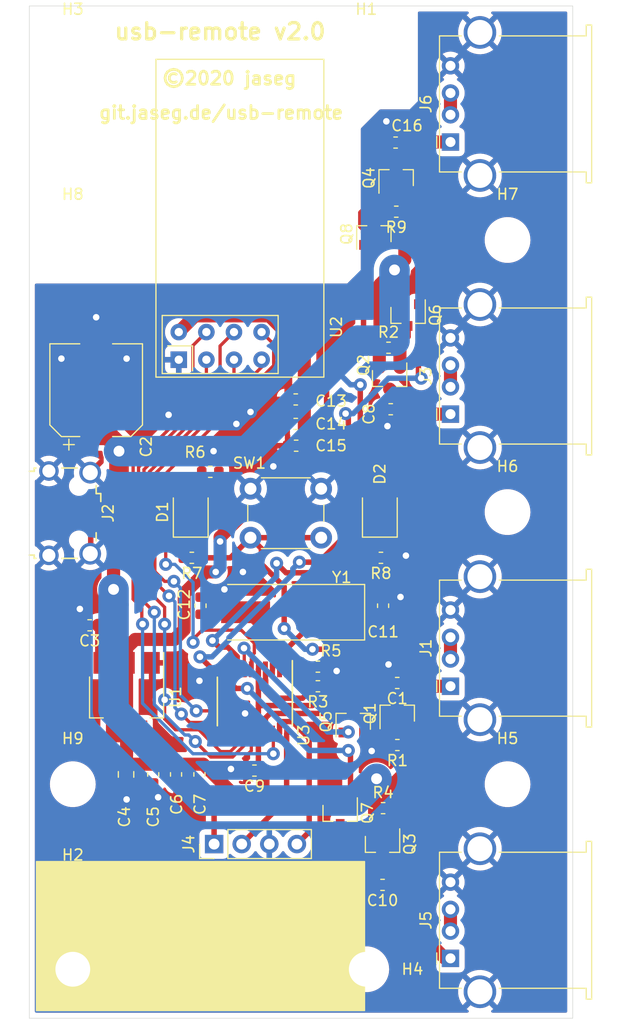
<source format=kicad_pcb>
(kicad_pcb (version 20201002) (generator pcbnew)

  (general
    (thickness 1.6)
  )

  (paper "A4")
  (layers
    (0 "F.Cu" signal)
    (31 "B.Cu" signal)
    (32 "B.Adhes" user "B.Adhesive")
    (33 "F.Adhes" user "F.Adhesive")
    (34 "B.Paste" user)
    (35 "F.Paste" user)
    (36 "B.SilkS" user "B.Silkscreen")
    (37 "F.SilkS" user "F.Silkscreen")
    (38 "B.Mask" user)
    (39 "F.Mask" user)
    (40 "Dwgs.User" user "User.Drawings")
    (41 "Cmts.User" user "User.Comments")
    (42 "Eco1.User" user "User.Eco1")
    (43 "Eco2.User" user "User.Eco2")
    (44 "Edge.Cuts" user)
    (45 "Margin" user)
    (46 "B.CrtYd" user "B.Courtyard")
    (47 "F.CrtYd" user "F.Courtyard")
    (48 "B.Fab" user)
    (49 "F.Fab" user)
  )

  (setup
    (stackup
      (layer "F.SilkS" (type "Top Silk Screen"))
      (layer "F.Paste" (type "Top Solder Paste"))
      (layer "F.Mask" (type "Top Solder Mask") (color "Green") (thickness 0.01))
      (layer "F.Cu" (type "copper") (thickness 0.035))
      (layer "dielectric 1" (type "core") (thickness 1.51) (material "FR4") (epsilon_r 4.5) (loss_tangent 0.02))
      (layer "B.Cu" (type "copper") (thickness 0.035))
      (layer "B.Mask" (type "Bottom Solder Mask") (color "Green") (thickness 0.01))
      (layer "B.Paste" (type "Bottom Solder Paste"))
      (layer "B.SilkS" (type "Bottom Silk Screen"))
      (copper_finish "None")
      (dielectric_constraints no)
    )
    (pcbplotparams
      (layerselection 0x00010fc_ffffffff)
      (disableapertmacros false)
      (usegerberextensions false)
      (usegerberattributes false)
      (usegerberadvancedattributes false)
      (creategerberjobfile false)
      (svguseinch false)
      (svgprecision 6)
      (excludeedgelayer true)
      (plotframeref false)
      (viasonmask false)
      (mode 1)
      (useauxorigin false)
      (hpglpennumber 1)
      (hpglpenspeed 20)
      (hpglpendiameter 15.000000)
      (psnegative false)
      (psa4output false)
      (plotreference true)
      (plotvalue true)
      (plotinvisibletext false)
      (sketchpadsonfab false)
      (subtractmaskfromsilk false)
      (outputformat 1)
      (mirror false)
      (drillshape 0)
      (scaleselection 1)
      (outputdirectory "gerber")
    )
  )


  (net 0 "")
  (net 1 "GND")
  (net 2 "Net-(C1-Pad1)")
  (net 3 "VBUS")
  (net 4 "Net-(C8-Pad1)")
  (net 5 "+3V3")
  (net 6 "Net-(C10-Pad1)")
  (net 7 "Net-(C11-Pad1)")
  (net 8 "Net-(C12-Pad1)")
  (net 9 "Net-(C16-Pad1)")
  (net 10 "Net-(D1-Pad1)")
  (net 11 "Net-(D2-Pad1)")
  (net 12 "Net-(J1-Pad2)")
  (net 13 "Net-(J2-Pad4)")
  (net 14 "Net-(J2-Pad3)")
  (net 15 "Net-(J2-Pad2)")
  (net 16 "Net-(J3-Pad2)")
  (net 17 "/SWDIO")
  (net 18 "/SWCLK")
  (net 19 "Net-(J5-Pad2)")
  (net 20 "Net-(J6-Pad2)")
  (net 21 "/OE1")
  (net 22 "/OE2")
  (net 23 "/OE3")
  (net 24 "/OE4")
  (net 25 "Net-(R3-Pad2)")
  (net 26 "Net-(R5-Pad2)")
  (net 27 "/LED")
  (net 28 "/NRF_IRQ")
  (net 29 "/NRF_MISO")
  (net 30 "/NRF_MOSI")
  (net 31 "/NRF_SCK")
  (net 32 "/NRF_~CSN")
  (net 33 "/NRF_CE")
  (net 34 "Net-(Q1-Pad1)")
  (net 35 "Net-(Q2-Pad1)")
  (net 36 "Net-(Q3-Pad1)")
  (net 37 "Net-(Q4-Pad1)")

  (module "Capacitor_SMD:C_0603_1608Metric" (layer "F.Cu") (tedit 5B301BBE) (tstamp 00000000-0000-0000-0000-00005db74fdb)
    (at 185.1 134.7 180)
    (descr "Capacitor SMD 0603 (1608 Metric), square (rectangular) end terminal, IPC_7351 nominal, (Body size source: http://www.tortai-tech.com/upload/download/2011102023233369053.pdf), generated with kicad-footprint-generator")
    (tags "capacitor")
    (property "Reichelt" "X7R-G0603 100N")
    (property "Sheet file" "/home/user/toys/usb-remote/remote.sch")
    (property "Sheet name" "")
    (path "/00000000-0000-0000-0000-00005dbacfb5")
    (attr smd)
    (fp_text reference "C1" (at 0 -1.43) (layer "F.SilkS")
      (effects (font (size 1 1) (thickness 0.15)))
      (tstamp 09654493-248d-43b6-89cf-556fe752990b)
    )
    (fp_text value "100n" (at 0 1.43) (layer "F.Fab")
      (effects (font (size 1 1) (thickness 0.15)))
      (tstamp e00252ac-9145-4493-a7d2-59d6420a6040)
    )
    (fp_text user "${REFERENCE}" (at 0 0) (layer "F.Fab")
      (effects (font (size 0.4 0.4) (thickness 0.06)))
      (tstamp 7e223017-b704-4d70-a553-c8386120b508)
    )
    (fp_line (start -0.162779 -0.51) (end 0.162779 -0.51) (layer "F.SilkS") (width 0.12) (tstamp c134b084-cdc2-457c-814c-fba5342ccfc6))
    (fp_line (start -0.162779 0.51) (end 0.162779 0.51) (layer "F.SilkS") (width 0.12) (tstamp d30ecc32-3118-47ad-bd77-c67caef16fbe))
    (fp_line (start -1.48 -0.73) (end 1.48 -0.73) (layer "F.CrtYd") (width 0.05) (tstamp 1e2ae3d2-3463-457d-b0e9-7e4d1495bbf1))
    (fp_line (start 1.48 0.73) (end -1.48 0.73) (layer "F.CrtYd") (width 0.05) (tstamp 48972485-823e-4437-ba9d-c21bdd04fcb0))
    (fp_line (start 1.48 -0.73) (end 1.48 0.73) (layer "F.CrtYd") (width 0.05) (tstamp a0af6d9c-35c4-4cdf-9452-a601fdfaa47b))
    (fp_line (start -1.48 0.73) (end -1.48 -0.73) (layer "F.CrtYd") (width 0.05) (tstamp ac905999-5167-4882-9ba6-45e5bc4afe87))
    (fp_line (start -0.8 0.4) (end -0.8 -0.4) (layer "F.Fab") (width 0.1) (tstamp 0476c886-3b93-4225-8bd2-346e25192989))
    (fp_line (start -0.8 -0.4) (end 0.8 -0.4) (layer "F.Fab") (width 0.1) (tstamp 1fdb69a4-28de-4cac-b576-d0980c4c5ecb))
    (fp_line (start 0.8 -0.4) (end 0.8 0.4) (layer "F.Fab") (width 0.1) (tstamp 77bf6eed-4e57-4923-a151-ae7ffc7c03f8))
    (fp_line (start 0.8 0.4) (end -0.8 0.4) (layer "F.Fab") (width 0.1) (tstamp d9e46892-047c-43e8-8b62-6e5bf09271ff))
    (pad "1" smd roundrect (at -0.7875 0 180) (size 0.875 0.95) (layers "F.Cu" "F.Paste" "F.Mask") (roundrect_rratio 0.25)
      (net 2 "Net-(C1-Pad1)") (tstamp 89eed797-f256-4af4-a361-c46406d2c5c1))
    (pad "2" smd roundrect (at 0.7875 0 180) (size 0.875 0.95) (layers "F.Cu" "F.Paste" "F.Mask") (roundrect_rratio 0.25)
      (net 1 "GND") (tstamp 7dc45f5d-1a1d-4562-8283-aca7a9419722))
    (model "${KISYS3DMOD}/Capacitor_SMD.3dshapes/C_0603_1608Metric.wrl"
      (offset (xyz 0 0 0))
      (scale (xyz 1 1 1))
      (rotate (xyz 0 0 0))
    )
  )

  (module "Capacitor_SMD:CP_Elec_8x6.2" (layer "F.Cu") (tedit 5BCA39D0) (tstamp 00000000-0000-0000-0000-00005db75003)
    (at 157.4 107.8 90)
    (descr "SMD capacitor, aluminum electrolytic, Nichicon, 8.0x6.2mm")
    (tags "capacitor electrolytic")
    (property "Reichelt" "HD-V 100U 10")
    (property "Sheet file" "/home/user/toys/usb-remote/remote.sch")
    (property "Sheet name" "")
    (path "/00000000-0000-0000-0000-00005db9213b")
    (attr smd)
    (fp_text reference "C2" (at -5.2 4.6 90) (layer "F.SilkS")
      (effects (font (size 1 1) (thickness 0.15)))
      (tstamp 5a2ae440-166b-411d-bcfb-1adf3c7b7586)
    )
    (fp_text value "100u" (at 0 5.2 90) (layer "F.Fab")
      (effects (font (size 1 1) (thickness 0.15)))
      (tstamp afe174f1-30cc-44d0-9504-f5e3a93d8055)
    )
    (fp_text user "${REFERENCE}" (at 0 0 90) (layer "F.Fab")
      (effects (font (size 1 1) (thickness 0.15)))
      (tstamp 536d26a8-b477-4f1b-8e54-65d49865718a)
    )
    (fp_line (start 4.26 4.26) (end 4.26 1.51) (layer "F.SilkS") (width 0.12) (tstamp 3c2d96cf-27d7-415e-b6cb-8a6123533df9))
    (fp_line (start -5.5 -2.51) (end -4.5 -2.51) (layer "F.SilkS") (width 0.12) (tstamp 4f78fb06-f336-4e92-82ab-d55341a81d7e))
    (fp_line (start -3.195563 4.26) (end 4.26 4.26) (layer "F.SilkS") (width 0.12) (tstamp 57284dc0-d99d-442f-be23-80ee68a70911))
    (fp_line (start -4.26 -3.195563) (end -4.26 -1.51) (layer "F.SilkS") (width 0.12) (tstamp 765074db-f7fd-4cd1-9c5e-42abb7221fdf))
    (fp_line (start -5 -3.01) (end -5 -2.01) (layer "F.SilkS") (width 0.12) (tstamp 8c9d649f-7c6f-4749-a6e7-8d1593af23bf))
    (fp_line (start 4.26 -4.26) (end 4.26 -1.51) (layer "F.SilkS") (width 0.12) (tstamp a8c11f3b-0e4c-4ba5-9828-b64e8bd17e5b))
    (fp_line (start -4.26 -3.195563) (end -3.195563 -4.26) (layer "F.SilkS") (width 0.12) (tstamp d877604f-77e6-419b-8a4c-c8180a809037))
    (fp_line (start -4.26 3.195563) (end -4.26 1.51) (layer "F.SilkS") (width 0.12) (tstamp db004b4e-122f-4915-b231-678353153fc5))
    (fp_line (start -3.195563 -4.26) (end 4.26 -4.26) (layer "F.SilkS") (width 0.12) (tstamp e31f733b-6b20-4c4b-bfcc-68f4a8910d85))
    (fp_line (start -4.26 3.195563) (end -3.195563 4.26) (layer "F.SilkS") (width 0.12) (tstamp e5e1a4c0-20c2-4254-a806-69cdb6fc7e42))
    (fp_line (start -5.3 1.5) (end -4.4 1.5) (layer "F.CrtYd") (width 0.05) (tstamp 0b0e9e17-4dbd-416a-9e81-6bf5a4db3bb2))
    (fp_line (start -4.4 3.25) (end -3.25 4.4) (layer "F.CrtYd") (width 0.05) (tstamp 1452340c-59b2-4c45-bd3d-8c9a2beccad2))
    (fp_line (start 4.4 1.5) (end 4.4 4.4) (layer "F.CrtYd") (width 0.05) (tstamp 18ae1dcf-bf02-4c22-bfb7-42ff161a5a5e))
    (fp_line (start 5.3 1.5) (end 4.4 1.5) (layer "F.CrtYd") (width 0.05) (tstamp 336f4431-a08a-4c18-82fb-098026a0e25d))
    (fp_line (start -4.4 -1.5) (end -5.3 -1.5) (layer "F.CrtYd") (width 0.05) (tstamp 4d36e246-4693-4823-9a95-b008f869cbcb))
    (fp_line (start 5.3 -1.5) (end 5.3 1.5) (layer "F.CrtYd") (width 0.05) (tstamp 517d4c7c-7e97-4946-81ba-84139ba09f84))
    (fp_line (start -4.4 1.5) (end -4.4 3.25) (layer "F.CrtYd") (width 0.05) (tstamp 5d8e6073-a935-46b2-b5d8-3be519f49a87))
    (fp_line (start -3.25 -4.4) (end 4.4 -4.4) (layer "F.CrtYd") (width 0.05) (tstamp 7fbb9a72-876e-40e8-b16d-ca6089bd7fe4))
    (fp_line (start -4.4 -3.25) (end -4.4 -1.5) (layer "F.CrtYd") (width 0.05) (tstamp 877fc35a-cb59-4dfa-bcf1-45d3191ec934))
    (fp_line (start -4.4 -3.25) (end -3.25 -4.4) (layer "F.CrtYd") (width 0.05) (tstamp 93de8b2e-041f-428a-a753-4d398246806d))
    (fp_line (start -3.25 4.4) (end 4.4 4.4) (layer "F.CrtYd") (width 0.05) (tstamp a31ce5d7-e251-4784-a3e3-3a8b2107579b))
    (fp_line (start 4.4 -4.4) (end 4.4 -1.5) (layer "F.CrtYd") (width 0.05) (tstamp c379be97-eaeb-43d0-b1b5-5a9acdb81b43))
    (fp_line (start -5.3 -1.5) (end -5.3 1.5) (layer "F.CrtYd") (width 0.05) (tstamp e7060b12-cf70-4da9-9b87-7a03ab8de33d))
    (fp_line (start 4.4 -1.5) (end 5.3 -1.5) (layer "F.CrtYd") (width 0.05) (tstamp f5866179-0dc0-4b73-a83f-6af1f23f5cf9))
    (fp_line (start -4.15 3.15) (end -3.15 4.15) (layer "F.Fab") (width 0.1) (tstamp 00fca61f-4ea9-4219-845e-233889ae550b))
    (fp_line (start -3.15 -4.15) (end 4.15 -4.15) (layer "F.Fab") (width 0.1) (tstamp 08605409-1d1d-4e92-bafa-ac62d33d1492))
    (fp_line (start -3.15 4.15) (end 4.15 4.15) (layer "F.Fab") (width 0.1) (tstamp 1a432f09-9ecd-4bf0-a190-55c26bbee3b8))
    (fp_line (start -4.15 -3.15) (end -3.15 -4.15) (layer "F.Fab") (width 0.1) (tstamp 30ccd3fa-c014-45dd-bef8-57f31e0eb9f0))
    (fp_line (start -3.162278 -1.9) (end -3.162278 -1.1) (layer "F.Fab") (width 0.1) (tstamp 8e971d61-865c-401d-94df-f7a8dd146b32))
    (fp_line (start -3.562278 -1.5) (end -2.762278 -1.5) (layer "F.Fab") (width 0.1) (tstamp a2dcd85c-cce6-40d7-8ee5-c2b0bba4fa72))
    (fp_line (start 4.15 -4.15) (end 4.15 4.15) (layer "F.Fab") (width 0.1) (tstamp a8324395-fff3-416d-a865-fb4087096de1))
    (fp_line (start -4.15 -3.15) (end -4.15 3.15) (layer "F.Fab") (width 0.1) (tstamp bf69d084-0d5e-40bc-a9b1-3a5a56577145))
    (fp_circle (center 0 0) (end 4 0) (layer "F.Fab") (width 0.1) (tstamp 90f3aacf-814f-4d24-a33c-6d42c1e4de68))
    (pad "1" smd roundrect (at -3.05 0 90) (size 4 2.5) (layers "F.Cu" "F.Paste" "F.Mask") (roundrect_rratio 0.1)
      (net 3 "VBUS") (tstamp 1662d5ac-e6aa-438a-a8c5-da037e6035d6))
    (pad "2" smd roundrect (at 3.05 0 90) (size 4 2.5) (layers "F.Cu" "F.Paste" "F.Mask") (roundrect_rratio 0.1)
      (net 1 "GND") (tstamp 3889a8b5-3c71-40e2-be9e-a82df7171954))
    (model "${KISYS3DMOD}/Capacitor_SMD.3dshapes/CP_Elec_8x6.2.wrl"
      (offset (xyz 0 0 0))
      (scale (xyz 1 1 1))
      (rotate (xyz 0 0 0))
    )
  )

  (module "Capacitor_SMD:C_0603_1608Metric" (layer "F.Cu") (tedit 5B301BBE) (tstamp 00000000-0000-0000-0000-00005db75014)
    (at 156.8 129.4 180)
    (descr "Capacitor SMD 0603 (1608 Metric), square (rectangular) end terminal, IPC_7351 nominal, (Body size source: http://www.tortai-tech.com/upload/download/2011102023233369053.pdf), generated with kicad-footprint-generator")
    (tags "capacitor")
    (property "Reichelt" "X7R-G0603 100N")
    (property "Sheet file" "/home/user/toys/usb-remote/remote.sch")
    (property "Sheet name" "")
    (path "/00000000-0000-0000-0000-00005dc55d65")
    (attr smd)
    (fp_text reference "C3" (at 0 -1.43) (layer "F.SilkS")
      (effects (font (size 1 1) (thickness 0.15)))
      (tstamp 571ca13d-0c6f-472e-8dad-224722442cad)
    )
    (fp_text value "100n" (at 0 1.43) (layer "F.Fab")
      (effects (font (size 1 1) (thickness 0.15)))
      (tstamp c4238958-5d35-4a4f-b80a-746bd053e525)
    )
    (fp_text user "${REFERENCE}" (at 0 0) (layer "F.Fab")
      (effects (font (size 0.4 0.4) (thickness 0.06)))
      (tstamp 9fbe5eb3-3360-4496-80c9-5edea9402450)
    )
    (fp_line (start -0.162779 0.51) (end 0.162779 0.51) (layer "F.SilkS") (width 0.12) (tstamp 20173d0f-1141-4381-81a0-0328bb5a1a00))
    (fp_line (start -0.162779 -0.51) (end 0.162779 -0.51) (layer "F.SilkS") (width 0.12) (tstamp 6e6740b0-9aef-4e1a-a7ce-ca746a590397))
    (fp_line (start -1.48 -0.73) (end 1.48 -0.73) (layer "F.CrtYd") (width 0.05) (tstamp 0b129c5b-fc86-4177-a260-60edbef08976))
    (fp_line (start 1.48 0.73) (end -1.48 0.73) (layer "F.CrtYd") (width 0.05) (tstamp 1770a05a-f6ab-4d65-85ee-71c00b61213c))
    (fp_line (start -1.48 0.73) (end -1.48 -0.73) (layer "F.CrtYd") (width 0.05) (tstamp 3f5a98ca-ddc7-449a-850e-27063a1b4488))
    (fp_line (start 1.48 -0.73) (end 1.48 0.73) (layer "F.CrtYd") (width 0.05) (tstamp ba78e2ed-61d0-4408-9560-c7f438c73c8c))
    (fp_line (start 0.8 0.4) (end -0.8 0.4) (layer "F.Fab") (width 0.1) (tstamp 80fca338-fc81-4143-93cf-bddf6a7ea542))
    (fp_line (start 0.8 -0.4) (end 0.8 0.4) (layer "F.Fab") (width 0.1) (tstamp 8d74e3cc-0e5d-4bd0-a1db-80b3a5c5b5d7))
    (fp_line (start -0.8 0.4) (end -0.8 -0.4) (layer "F.Fab") (width 0.1) (tstamp 99d7f0ea-eb4a-409f-94f2-aa0ab9df0072))
    (fp_line (start -0.8 -0.4) (end 0.8 -0.4) (layer "F.Fab") (width 0.1) (tstamp aa58f70b-76c3-4a48-a5b5-28e7b9aa2870))
    (pad "1" smd roundrect (at -0.7875 0 180) (size 0.875 0.95) (layers "F.Cu" "F.Paste" "F.Mask") (roundrect_rratio 0.25)
      (net 3 "VBUS") (tstamp 494bbd45-46a2-45fc-89a8-2e9845b5e7de))
    (pad "2" smd roundrect (at 0.7875 0 180) (size 0.875 0.95) (layers "F.Cu" "F.Paste" "F.Mask") (roundrect_rratio 0.25)
      (net 1 "GND") (tstamp 0aa19454-3b38-4be8-b0a3-6ec132e2846e))
    (model "${KISYS3DMOD}/Capacitor_SMD.3dshapes/C_0603_1608Metric.wrl"
      (offset (xyz 0 0 0))
      (scale (xyz 1 1 1))
      (rotate (xyz 0 0 0))
    )
  )

  (module "Capacitor_SMD:C_0805_2012Metric" (layer "F.Cu") (tedit 5B36C52B) (tstamp 00000000-0000-0000-0000-00005db75025)
    (at 160.15 143.1 -90)
    (descr "Capacitor SMD 0805 (2012 Metric), square (rectangular) end terminal, IPC_7351 nominal, (Body size source: https://docs.google.com/spreadsheets/d/1BsfQQcO9C6DZCsRaXUlFlo91Tg2WpOkGARC1WS5S8t0/edit?usp=sharing), generated with kicad-footprint-generator")
    (tags "capacitor")
    (property "Reichelt" "X5R-G0805 10/16")
    (property "Sheet file" "/home/user/toys/usb-remote/remote.sch")
    (property "Sheet name" "")
    (path "/00000000-0000-0000-0000-00005dce4285")
    (attr smd)
    (fp_text reference "C4" (at 3.9 0.15 90) (layer "F.SilkS")
      (effects (font (size 1 1) (thickness 0.15)))
      (tstamp d318f2e4-1579-4cfc-b588-75e67e0326df)
    )
    (fp_text value "10u" (at 0 1.65 90) (layer "F.Fab")
      (effects (font (size 1 1) (thickness 0.15)))
      (tstamp 614cfe31-30dc-449e-b6ad-2d9fc836c69d)
    )
    (fp_text user "${REFERENCE}" (at 0 0 90) (layer "F.Fab")
      (effects (font (size 0.5 0.5) (thickness 0.08)))
      (tstamp 233a55cf-ef67-4244-9b51-2bbfcbf19404)
    )
    (fp_line (start -0.258578 0.71) (end 0.258578 0.71) (layer "F.SilkS") (width 0.12) (tstamp c1036ed6-b2b2-4d3b-bd77-45ddb69da7f9))
    (fp_line (start -0.258578 -0.71) (end 0.258578 -0.71) (layer "F.SilkS") (width 0.12) (tstamp c893b0b5-576e-41d3-b25d-f5c583676ec0))
    (fp_line (start 1.68 0.95) (end -1.68 0.95) (layer "F.CrtYd") (width 0.05) (tstamp 3cd62b25-76df-49d5-bef0-854e045ee671))
    (fp_line (start -1.68 0.95) (end -1.68 -0.95) (layer "F.CrtYd") (width 0.05) (tstamp 426fd311-d439-4e98-bad6-11b270678512))
    (fp_line (start 1.68 -0.95) (end 1.68 0.95) (layer "F.CrtYd") (width 0.05) (tstamp 6cb3214e-58e3-4262-ada1-d3bb1298d19d))
    (fp_line (start -1.68 -0.95) (end 1.68 -0.95) (layer "F.CrtYd") (width 0.05) (tstamp dcd84678-2677-4149-a1f1-0949f86bfeeb))
    (fp_line (start 1 0.6) (end -1 0.6) (layer "F.Fab") (width 0.1) (tstamp 2665f2ac-ddae-405c-84f3-4e075776fede))
    (fp_line (start 1 -0.6) (end 1 0.6) (layer "F.Fab") (width 0.1) (tstamp 27797e6b-fb31-4b6b-9a5d-ac0b8045de06))
    (fp_line (start -1 -0.6) (end 1 -0.6) (layer "F.Fab") (width 0.1) (tstamp 442c2b2a-7667-428a-90a9-44ea4e899ebb))
    (fp_line (start -1 0.6) (end -1 -0.6) (layer "F.Fab") (width 0.1) (tstamp 679cd71c-afca-4b1c-b889-f3e87290b768))
    (pad "1" smd roundrect (at -0.9375 0 270) (size 0.975 1.4) (layers "F.Cu" "F.Paste" "F.Mask") (roundrect_rratio 0.25)
      (net 5 "+3V3") (tstamp 94623bdc-1ce1-4079-acb9-4ff79a120897))
    (pad "2" smd roundrect (at 0.9375 0 270) (size 0.975 1.4) (layers "F.Cu" "F.Paste" "F.Mask") (roundrect_rratio 0.25)
      (net 1 "GND") (tstamp 554f025a-83e1-4ac1-9102-f49d144aa04e))
    (model "${KISYS3DMOD}/Capacitor_SMD.3dshapes/C_0805_2012Metric.wrl"
      (offset (xyz 0 0 0))
      (scale (xyz 1 1 1))
      (rotate (xyz 0 0 0))
    )
  )

  (module "Capacitor_SMD:C_0603_1608Metric" (layer "F.Cu") (tedit 5B301BBE) (tstamp 00000000-0000-0000-0000-00005db75036)
    (at 162.65 143.1 -90)
    (descr "Capacitor SMD 0603 (1608 Metric), square (rectangular) end terminal, IPC_7351 nominal, (Body size source: http://www.tortai-tech.com/upload/download/2011102023233369053.pdf), generated with kicad-footprint-generator")
    (tags "capacitor")
    (property "Reichelt" "X7R-G0603 1,0/16")
    (property "Sheet file" "/home/user/toys/usb-remote/remote.sch")
    (property "Sheet name" "")
    (path "/00000000-0000-0000-0000-00005dc69c7e")
    (attr smd)
    (fp_text reference "C5" (at 3.9 0 90) (layer "F.SilkS")
      (effects (font (size 1 1) (thickness 0.15)))
      (tstamp 7b2e869d-0d3a-449b-a42a-ad62fa9066c6)
    )
    (fp_text value "1u" (at 0 1.43 90) (layer "F.Fab")
      (effects (font (size 1 1) (thickness 0.15)))
      (tstamp 9be135b2-ade6-4ae7-8411-c6cb49cecfc5)
    )
    (fp_text user "${REFERENCE}" (at 0 0 90) (layer "F.Fab")
      (effects (font (size 0.4 0.4) (thickness 0.06)))
      (tstamp f95c7104-424a-43f0-844b-7d7a2c3e63dc)
    )
    (fp_line (start -0.162779 -0.51) (end 0.162779 -0.51) (layer "F.SilkS") (width 0.12) (tstamp 06cefaec-2f9f-4acf-8ff7-74eeed057d57))
    (fp_line (start -0.162779 0.51) (end 0.162779 0.51) (layer "F.SilkS") (width 0.12) (tstamp 3d6ce053-60fd-40fa-af73-54f742ae550f))
    (fp_line (start -1.48 0.73) (end -1.48 -0.73) (layer "F.CrtYd") (width 0.05) (tstamp 0656340c-074e-432e-a399-4c2e5439ff68))
    (fp_line (start 1.48 0.73) (end -1.48 0.73) (layer "F.CrtYd") (width 0.05) (tstamp 64d1f197-164e-4c62-83bb-4dd6e8cae336))
    (fp_line (start -1.48 -0.73) (end 1.48 -0.73) (layer "F.CrtYd") (width 0.05) (tstamp 6f403860-e35e-4039-8768-47a52c51306a))
    (fp_line (start 1.48 -0.73) (end 1.48 0.73) (layer "F.CrtYd") (width 0.05) (tstamp b8e4123f-f605-4857-97d6-803ff010bb64))
    (fp_line (start -0.8 0.4) (end -0.8 -0.4) (layer "F.Fab") (width 0.1) (tstamp 4a46703c-3194-4bae-9100-f377d4aee772))
    (fp_line (start 0.8 0.4) (end -0.8 0.4) (layer "F.Fab") (width 0.1) (tstamp 70f18853-834b-45fe-8bdf-5d4c3c75e718))
    (fp_line (start 0.8 -0.4) (end 0.8 0.4) (layer "F.Fab") (width 0.1) (tstamp b985edb6-3c38-4cb3-bd19-230798677e2b))
    (fp_line (start -0.8 -0.4) (end 0.8 -0.4) (layer "F.Fab") (width 0.1) (tstamp fac18e36-9915-43ff-8efe-0500b13b45b3))
    (pad "1" smd roundrect (at -0.7875 0 270) (size 0.875 0.95) (layers "F.Cu" "F.Paste" "F.Mask") (roundrect_rratio 0.25)
      (net 5 "+3V3") (tstamp 1ad24694-0ea5-45d1-b5d9-8e0002f327bb))
    (pad "2" smd roundrect (at 0.7875 0 270) (size 0.875 0.95) (layers "F.Cu" "F.Paste" "F.Mask") (roundrect_rratio 0.25)
      (net 1 "GND") (tstamp 85353982-6b46-4fbe-ae97-0f19a423bfaa))
    (model "${KISYS3DMOD}/Capacitor_SMD.3dshapes/C_0603_1608Metric.wrl"
      (offset (xyz 0 0 0))
      (scale (xyz 1 1 1))
      (rotate (xyz 0 0 0))
    )
  )

  (module "Capacitor_SMD:C_0603_1608Metric" (layer "F.Cu") (tedit 5B301BBE) (tstamp 00000000-0000-0000-0000-00005db75047)
    (at 164.75 143.1 -90)
    (descr "Capacitor SMD 0603 (1608 Metric), square (rectangular) end terminal, IPC_7351 nominal, (Body size source: http://www.tortai-tech.com/upload/download/2011102023233369053.pdf), generated with kicad-footprint-generator")
    (tags "capacitor")
    (property "Reichelt" "X7R-G0603 100N")
    (property "Sheet file" "/home/user/toys/usb-remote/remote.sch")
    (property "Sheet name" "")
    (path "/00000000-0000-0000-0000-00005dc68308")
    (attr smd)
    (fp_text reference "C6" (at 2.75 -0.05 90) (layer "F.SilkS")
      (effects (font (size 1 1) (thickness 0.15)))
      (tstamp 18d89a7a-9ba3-4a74-a007-d4e9b5eb0eb3)
    )
    (fp_text value "100n" (at 0 1.43 90) (layer "F.Fab")
      (effects (font (size 1 1) (thickness 0.15)))
      (tstamp a23ba067-d82a-46fb-afbe-8cec03068a69)
    )
    (fp_text user "${REFERENCE}" (at -2.15 -2.15) (layer "F.Fab")
      (effects (font (size 0.4 0.4) (thickness 0.06)))
      (tstamp 53fee4c8-ab84-4a4e-ac4c-be217d7733b0)
    )
    (fp_line (start -0.162779 0.51) (end 0.162779 0.51) (layer "F.SilkS") (width 0.12) (tstamp 096a5135-1bdd-49c5-83ca-20d61304dd6d))
    (fp_line (start -0.162779 -0.51) (end 0.162779 -0.51) (layer "F.SilkS") (width 0.12) (tstamp d676b70a-3b10-461a-9521-392c8a759715))
    (fp_line (start -1.48 0.73) (end -1.48 -0.73) (layer "F.CrtYd") (width 0.05) (tstamp 0c43f814-efa9-4214-baee-ad54c37bb815))
    (fp_line (start 1.48 0.73) (end -1.48 0.73) (layer "F.CrtYd") (width 0.05) (tstamp 191e7adf-d984-4e3f-b732-e634ac361d82))
    (fp_line (start 1.48 -0.73) (end 1.48 0.73) (layer "F.CrtYd") (width 0.05) (tstamp 644c2fce-a7f4-4b12-a93a-2464e73fa540))
    (fp_line (start -1.48 -0.73) (end 1.48 -0.73) (layer "F.CrtYd") (width 0.05) (tstamp c44cd11d-3c2d-4615-884a-0eaac359d907))
    (fp_line (start -0.8 0.4) (end -0.8 -0.4) (layer "F.Fab") (width 0.1) (tstamp 619eeddf-6f92-41d3-a153-b1d5ad4e4225))
    (fp_line (start 0.8 -0.4) (end 0.8 0.4) (layer "F.Fab") (width 0.1) (tstamp a56ede4c-4c5b-46c0-9df5-8d7636873412))
    (fp_line (start 0.8 0.4) (end -0.8 0.4) (layer "F.Fab") (width 0.1) (tstamp a72d6b0e-0deb-4e45-8e7a-779eddcf60d3))
    (fp_line (start -0.8 -0.4) (end 0.8 -0.4) (layer "F.Fab") (width 0.1) (tstamp c3b26fae-49f7-4791-86b4-126e0b77dcc7))
    (pad "1" smd roundrect (at -0.7875 0 270) (size 0.875 0.95) (layers "F.Cu" "F.Paste" "F.Mask") (roundrect_rratio 0.25)
      (net 5 "+3V3") (tstamp e6b97f3e-2cd4-4c23-8e44-7e51809268ad))
    (pad "2" smd roundrect (at 0.7875 0 270) (size 0.875 0.95) (layers "F.Cu" "F.Paste" "F.Mask") (roundrect_rratio 0.25)
      (net 1 "GND") (tstamp f3d45c09-2adb-40eb-9df3-9d97b80cd123))
    (model "${KISYS3DMOD}/Capacitor_SMD.3dshapes/C_0603_1608Metric.wrl"
      (offset (xyz 0 0 0))
      (scale (xyz 1 1 1))
      (rotate (xyz 0 0 0))
    )
  )

  (module "Capacitor_SMD:C_0603_1608Metric" (layer "F.Cu") (tedit 5B301BBE) (tstamp 00000000-0000-0000-0000-00005db75058)
    (at 166.9 143.1 -90)
    (descr "Capacitor SMD 0603 (1608 Metric), square (rectangular) end terminal, IPC_7351 nominal, (Body size source: http://www.tortai-tech.com/upload/download/2011102023233369053.pdf), generated with kicad-footprint-generator")
    (tags "capacitor")
    (property "Reichelt" "X7R-G0603 10N")
    (property "Sheet file" "/home/user/toys/usb-remote/remote.sch")
    (property "Sheet name" "")
    (path "/00000000-0000-0000-0000-00005dcddb19")
    (attr smd)
    (fp_text reference "C7" (at 2.75 -0.05 90) (layer "F.SilkS")
      (effects (font (size 1 1) (thickness 0.15)))
      (tstamp 00f63abf-ae31-4df6-8868-7366c57901ea)
    )
    (fp_text value "10n" (at 0 1.43 90) (layer "F.Fab")
      (effects (font (size 1 1) (thickness 0.15)))
      (tstamp d9793fa5-6a61-4805-94b9-5c507a0584f6)
    )
    (fp_text user "${REFERENCE}" (at 0 0 90) (layer "F.Fab")
      (effects (font (size 0.4 0.4) (thickness 0.06)))
      (tstamp ab0d0998-83e0-4e94-a13a-6e68d01251d6)
    )
    (fp_line (start -0.162779 -0.51) (end 0.162779 -0.51) (layer "F.SilkS") (width 0.12) (tstamp a024130f-8478-400e-bf19-80ab50fe92f8))
    (fp_line (start -0.162779 0.51) (end 0.162779 0.51) (layer "F.SilkS") (width 0.12) (tstamp ff4c550e-a8b8-49e4-ae8c-85000fd86594))
    (fp_line (start 1.48 -0.73) (end 1.48 0.73) (layer "F.CrtYd") (width 0.05) (tstamp 0943256d-dbc7-4090-84bf-e37dca9de913))
    (fp_line (start -1.48 -0.73) (end 1.48 -0.73) (layer "F.CrtYd") (width 0.05) (tstamp 3255ba77-c347-48b3-b655-f5229205fb0c))
    (fp_line (start -1.48 0.73) (end -1.48 -0.73) (layer "F.CrtYd") (width 0.05) (tstamp 3515f869-8b48-4863-9781-da2b2d2c60d8))
    (fp_line (start 1.48 0.73) (end -1.48 0.73) (layer "F.CrtYd") (width 0.05) (tstamp c028e083-03c0-463d-accc-24809cf26e87))
    (fp_line (start 0.8 0.4) (end -0.8 0.4) (layer "F.Fab") (width 0.1) (tstamp 0bb55594-b1ff-4b20-8965-3a2872066d57))
    (fp_line (start 0.8 -0.4) (end 0.8 0.4) (layer "F.Fab") (width 0.1) (tstamp 8f93487b-9728-4ed1-88ae-60d0081377ac))
    (fp_line (start -0.8 0.4) (end -0.8 -0.4) (layer "F.Fab") (width 0.1) (tstamp c26e6c7c-b237-4f6e-8070-facf2c2f7063))
    (fp_line (start -0.8 -0.4) (end 0.8 -0.4) (layer "F.Fab") (width 0.1) (tstamp c3cda158-9be2-40b2-8fb6-d3b4ba47d50e))
    (pad "1" smd roundrect (at -0.7875 0 270) (size 0.875 0.95) (layers "F.Cu" "F.Paste" "F.Mask") (roundrect_rratio 0.25)
      (net 5 "+3V3") (tstamp 3e391a39-8211-41cb-b003-aa8368bd14a3))
    (pad "2" smd roundrect (at 0.7875 0 270) (size 0.875 0.95) (layers "F.Cu" "F.Paste" "F.Mask") (roundrect_rratio 0.25)
      (net 1 "GND") (tstamp 4e10bc48-e31a-43ac-8bcb-0b6712399f4a))
    (model "${KISYS3DMOD}/Capacitor_SMD.3dshapes/C_0603_1608Metric.wrl"
      (offset (xyz 0 0 0))
      (scale (xyz 1 1 1))
      (rotate (xyz 0 0 0))
    )
  )

  (module "Capacitor_SMD:C_0603_1608Metric" (layer "F.Cu") (tedit 5B301BBE) (tstamp 00000000-0000-0000-0000-00005db75069)
    (at 184.5 109.55 180)
    (descr "Capacitor SMD 0603 (1608 Metric), square (rectangular) end terminal, IPC_7351 nominal, (Body size source: http://www.tortai-tech.com/upload/download/2011102023233369053.pdf), generated with kicad-footprint-generator")
    (tags "capacitor")
    (property "Reichelt" "X7R-G0603 100N")
    (property "Sheet file" "/home/user/toys/usb-remote/remote.sch")
    (property "Sheet name" "")
    (path "/00000000-0000-0000-0000-00005dbb073a")
    (attr smd)
    (fp_text reference "C8" (at 2 -0.45 90) (layer "F.SilkS")
      (effects (font (size 1 1) (thickness 0.15)))
      (tstamp 177ec11c-bd96-4159-b427-8f2b4bede2c8)
    )
    (fp_text value "100n" (at 0 1.43) (layer "F.Fab")
      (effects (font (size 1 1) (thickness 0.15)))
      (tstamp ae02d29f-ab1b-46ea-b785-9f29bc8309b0)
    )
    (fp_text user "${REFERENCE}" (at 0 0) (layer "F.Fab")
      (effects (font (size 0.4 0.4) (thickness 0.06)))
      (tstamp 4468495f-bb48-42ef-9077-71b85aa3dac3)
    )
    (fp_line (start -0.162779 -0.51) (end 0.162779 -0.51) (layer "F.SilkS") (width 0.12) (tstamp a8caf22f-39af-4a39-96e6-582050fde89c))
    (fp_line (start -0.162779 0.51) (end 0.162779 0.51) (layer "F.SilkS") (width 0.12) (tstamp b3bf7b4f-7184-446e-9b44-6a88b739b1ab))
    (fp_line (start -1.48 0.73) (end -1.48 -0.73) (layer "F.CrtYd") (width 0.05) (tstamp 28cd3436-7105-400a-8915-c229ddd7eade))
    (fp_line (start 1.48 -0.73) (end 1.48 0.73) (layer "F.CrtYd") (width 0.05) (tstamp 3767bc5d-c1f0-4696-8700-7303a17fcdcf))
    (fp_line (start -1.48 -0.73) (end 1.48 -0.73) (layer "F.CrtYd") (width 0.05) (tstamp 56289e20-6ff6-4503-b9f0-e5a990a97e2c))
    (fp_line (start 1.48 0.73) (end -1.48 0.73) (layer "F.CrtYd") (width 0.05) (tstamp ba209947-dd19-4097-bffd-b04a1f0f8c44))
    (fp_line (start -0.8 0.4) (end -0.8 -0.4) (layer "F.Fab") (width 0.1) (tstamp 4c1ea8a3-38a2-4839-9baa-9f5190503410))
    (fp_line (start 0.8 -0.4) (end 0.8 0.4) (layer "F.Fab") (width 0.1) (tstamp 57cec8b4-133c-4f25-ab53-13e008343d3f))
    (fp_line (start 0.8 0.4) (end -0.8 0.4) (layer "F.Fab") (width 0.1) (tstamp 8f94cb07-9d5b-43bf-b74c-babb11ed2ed8))
    (fp_line (start -0.8 -0.4) (end 0.8 -0.4) (layer "F.Fab") (width 0.1) (tstamp a64f6744-f9e8-4357-8320-45d1053979ab))
    (pad "1" smd roundrect (at -0.7875 0 180) (size 0.875 0.95) (layers "F.Cu" "F.Paste" "F.Mask") (roundrect_rratio 0.25)
      (net 4 "Net-(C8-Pad1)") (tstamp cc1a9b4c-0d47-4bcd-89b9-c2526ebf6079))
    (pad "2" smd roundrect (at 0.7875 0 180) (size 0.875 0.95) (layers "F.Cu" "F.Paste" "F.Mask") (roundrect_rratio 0.25)
      (net 1 "GND") (tstamp bef3bd4c-d3f8-4815-afc8-24b275271e7f))
    (model "${KISYS3DMOD}/Capacitor_SMD.3dshapes/C_0603_1608Metric.wrl"
      (offset (xyz 0 0 0))
      (scale (xyz 1 1 1))
      (rotate (xyz 0 0 0))
    )
  )

  (module "Capacitor_SMD:C_0603_1608Metric" (layer "F.Cu") (tedit 5B301BBE) (tstamp 00000000-0000-0000-0000-00005db7508b)
    (at 183.75 153.25 180)
    (descr "Capacitor SMD 0603 (1608 Metric), square (rectangular) end terminal, IPC_7351 nominal, (Body size source: http://www.tortai-tech.com/upload/download/2011102023233369053.pdf), generated with kicad-footprint-generator")
    (tags "capacitor")
    (property "Reichelt" "X7R-G0603 100N")
    (property "Sheet file" "/home/user/toys/usb-remote/remote.sch")
    (property "Sheet name" "")
    (path "/00000000-0000-0000-0000-00005dbb91be")
    (attr smd)
    (fp_text reference "C10" (at 0 -1.43) (layer "F.SilkS")
      (effects (font (size 1 1) (thickness 0.15)))
      (tstamp edac4cab-11af-4bcc-bac2-ae66cd21d012)
    )
    (fp_text value "100n" (at 0 1.43) (layer "F.Fab")
      (effects (font (size 1 1) (thickness 0.15)))
      (tstamp 2a1ab9a6-1e7d-4e65-bbd1-a222bc28a498)
    )
    (fp_text user "${REFERENCE}" (at 0 0) (layer "F.Fab")
      (effects (font (size 0.4 0.4) (thickness 0.06)))
      (tstamp 2c738bfc-844e-41fc-96e6-baa96dfd3aad)
    )
    (fp_line (start -0.162779 -0.51) (end 0.162779 -0.51) (layer "F.SilkS") (width 0.12) (tstamp 7c1022a9-969a-4d32-a143-21def6203016))
    (fp_line (start -0.162779 0.51) (end 0.162779 0.51) (layer "F.SilkS") (width 0.12) (tstamp 8494f7ec-2a44-4aae-a8dd-33d8bf8751c1))
    (fp_line (start -1.48 -0.73) (end 1.48 -0.73) (layer "F.CrtYd") (width 0.05) (tstamp 11bd0a70-dfd9-4784-aeb8-9d39645d90b6))
    (fp_line (start 1.48 -0.73) (end 1.48 0.73) (layer "F.CrtYd") (width 0.05) (tstamp 4e673db0-306e-4efe-b072-5200cecd3628))
    (fp_line (start 1.48 0.73) (end -1.48 0.73) (layer "F.CrtYd") (width 0.05) (tstamp 5e3a75e8-8f4f-4136-a6eb-bda1f6c54324))
    (fp_line (start -1.48 0.73) (end -1.48 -0.73) (layer "F.CrtYd") (width 0.05) (tstamp 8c5895ed-00dd-417f-a35a-c897efb25045))
    (fp_line (start 0.8 0.4) (end -0.8 0.4) (layer "F.Fab") (width 0.1) (tstamp 2fd51ae5-f652-47d1-858b-19675ab8bfdb))
    (fp_line (start -0.8 0.4) (end -0.8 -0.4) (layer "F.Fab") (width 0.1) (tstamp 4c243940-2ea6-4a96-a61e-01dad2263108))
    (fp_line (start 0.8 -0.4) (end 0.8 0.4) (layer "F.Fab") (width 0.1) (tstamp 68b24ffc-8fba-43a2-84e0-12cb3b4e431c))
    (fp_line (start -0.8 -0.4) (end 0.8 -0.4) (layer "F.Fab") (width 0.1) (tstamp 81648fb7-efab-488e-946f-3df48a31097e))
    (pad "1" smd roundrect (at -0.7875 0 180) (size 0.875 0.95) (layers "F.Cu" "F.Paste" "F.Mask") (roundrect_rratio 0.25)
      (net 6 "Net-(C10-Pad1)") (tstamp 22623be3-ca92-4b39-840a-faa63b2f5e57))
    (pad "2" smd roundrect (at 0.7875 0 180) (size 0.875 0.95) (layers "F.Cu" "F.Paste" "F.Mask") (roundrect_rratio 0.25)
      (net 1 "GND") (tstamp dc8597f5-47c5-47ae-a1ae-05e95f4fa11b))
    (model "${KISYS3DMOD}/Capacitor_SMD.3dshapes/C_0603_1608Metric.wrl"
      (offset (xyz 0 0 0))
      (scale (xyz 1 1 1))
      (rotate (xyz 0 0 0))
    )
  )

  (module "Capacitor_SMD:C_0603_1608Metric" (layer "F.Cu") (tedit 5B301BBE) (tstamp 00000000-0000-0000-0000-00005db7509c)
    (at 183.8 127.6 90)
    (descr "Capacitor SMD 0603 (1608 Metric), square (rectangular) end terminal, IPC_7351 nominal, (Body size source: http://www.tortai-tech.com/upload/download/2011102023233369053.pdf), generated with kicad-footprint-generator")
    (tags "capacitor")
    (property "Reichelt" "NPO-G0603 22P")
    (property "Sheet file" "/home/user/toys/usb-remote/remote.sch")
    (property "Sheet name" "")
    (path "/00000000-0000-0000-0000-00005dbdb506")
    (attr smd)
    (fp_text reference "C11" (at -2.4 0 180) (layer "F.SilkS")
      (effects (font (size 1 1) (thickness 0.15)))
      (tstamp 698d3159-67cf-422a-bd58-dcfd84b11d27)
    )
    (fp_text value "DNP" (at 0 1.43 90) (layer "F.Fab")
      (effects (font (size 1 1) (thickness 0.15)))
      (tstamp 75adab0e-4c10-48bf-ae66-d5d7151d8677)
    )
    (fp_text user "${REFERENCE}" (at 0 0 90) (layer "F.Fab")
      (effects (font (size 0.4 0.4) (thickness 0.06)))
      (tstamp 86179db1-fa99-452b-b34c-55429feeaa3d)
    )
    (fp_line (start -0.162779 0.51) (end 0.162779 0.51) (layer "F.SilkS") (width 0.12) (tstamp 2a5bc5ff-ae85-43aa-8587-bb851f8b1023))
    (fp_line (start -0.162779 -0.51) (end 0.162779 -0.51) (layer "F.SilkS") (width 0.12) (tstamp fcc24400-9ed0-4d47-8530-1f5b9a3c1334))
    (fp_line (start -1.48 -0.73) (end 1.48 -0.73) (layer "F.CrtYd") (width 0.05) (tstamp 7b4eee20-13ed-4b52-810b-f9c5b11f7de9))
    (fp_line (start -1.48 0.73) (end -1.48 -0.73) (layer "F.CrtYd") (width 0.05) (tstamp aba48bbb-d37e-4237-ad5d-68ecc1974b44))
    (fp_line (start 1.48 -0.73) (end 1.48 0.73) (layer "F.CrtYd") (width 0.05) (tstamp d097ebc1-bc89-42a0-95dd-1a833faa7c03))
    (fp_line (start 1.48 0.73) (end -1.48 0.73) (layer "F.CrtYd") (width 0.05) (tstamp f94b8364-a3ec-44cd-95d2-d35616c94690))
    (fp_line (start -0.8 0.4) (end -0.8 -0.4) (layer "F.Fab") (width 0.1) (tstamp 70872868-2edf-472f-acb2-46e89618760f))
    (fp_line (start 0.8 0.4) (end -0.8 0.4) (layer "F.Fab") (width 0.1) (tstamp 9b1703da-2b75-4fbe-86df-3051548a3b54))
    (fp_line (start -0.8 -0.4) (end 0.8 -0.4) (layer "F.Fab") (width 0.1) (tstamp bb48bdfa-bc6d-479a-9451-eef69b80111b))
    (fp_line (start 0.8 -0.4) (end 0.8 0.4) (layer "F.Fab") (width 0.1) (tstamp ca8c66d4-552c-447b-a04f-c3fba9293271))
    (pad "1" smd roundrect (at -0.7875 0 90) (size 0.875 0.95) (layers "F.Cu" "F.Paste" "F.Mask") (roundrect_rratio 0.25)
      (net 7 "Net-(C11-Pad1)") (tstamp 44e9925d-59aa-4792-8f2f-9c03b366cf51))
    (pad "2" smd roundrect (at 0.7875 0 90) (size 0.875 0.95) (layers "F.Cu" "F.Paste" "F.Mask") (roundrect_rratio 0.25)
      (net 1 "GND") (tstamp 305819b0-b12c-4e95-911b-1e0bb793052f))
    (model "${KISYS3DMOD}/Capacitor_SMD.3dshapes/C_0603_1608Metric.wrl"
      (offset (xyz 0 0 0))
      (scale (xyz 1 1 1))
      (rotate (xyz 0 0 0))
    )
  )

  (module "Capacitor_SMD:C_0603_1608Metric" (layer "F.Cu") (tedit 5B301BBE) (tstamp 00000000-0000-0000-0000-00005db750ad)
    (at 167 127.6 90)
    (descr "Capacitor SMD 0603 (1608 Metric), square (rectangular) end terminal, IPC_7351 nominal, (Body size source: http://www.tortai-tech.com/upload/download/2011102023233369053.pdf), generated with kicad-footprint-generator")
    (tags "capacitor")
    (property "Reichelt" "NPO-G0603 22P")
    (property "Sheet file" "/home/user/toys/usb-remote/remote.sch")
    (property "Sheet name" "")
    (path "/00000000-0000-0000-0000-00005dbd9d6c")
    (attr smd)
    (fp_text reference "C12" (at 0.1 -1.5 90) (layer "F.SilkS")
      (effects (font (size 1 1) (thickness 0.15)))
      (tstamp 37eefd02-5fde-45d7-86be-fb745c5b1621)
    )
    (fp_text value "DNP" (at 0 1.43 90) (layer "F.Fab")
      (effects (font (size 1 1) (thickness 0.15)))
      (tstamp 1a0bfa93-4d56-4e6f-8bb7-d81cc43b3177)
    )
    (fp_text user "${REFERENCE}" (at 0 0 90) (layer "F.Fab")
      (effects (font (size 0.4 0.4) (thickness 0.06)))
      (tstamp beed944c-6b74-4da5-ad5a-82a2f38efa49)
    )
    (fp_line (start -0.162779 -0.51) (end 0.162779 -0.51) (layer "F.SilkS") (width 0.12) (tstamp 4e8e1341-3898-468c-89e4-f7b651e18541))
    (fp_line (start -0.162779 0.51) (end 0.162779 0.51) (layer "F.SilkS") (width 0.12) (tstamp 8c6b9532-be37-4b00-b81d-2b86954d775b))
    (fp_line (start 1.48 -0.73) (end 1.48 0.73) (layer "F.CrtYd") (width 0.05) (tstamp 2c2b6e44-e24b-486b-b408-4f95c3f1c5ee))
    (fp_line (start -1.48 -0.73) (end 1.48 -0.73) (layer "F.CrtYd") (width 0.05) (tstamp 6e58c9ec-ebc7-49aa-a03a-16f94dfc2f2d))
    (fp_line (start 1.48 0.73) (end -1.48 0.73) (layer "F.CrtYd") (width 0.05) (tstamp 79b7d99e-6023-4cf0-b473-c4857ff3416d))
    (fp_line (start -1.48 0.73) (end -1.48 -0.73) (layer "F.CrtYd") (width 0.05) (tstamp a9994821-aa96-43c4-8db4-e2fd15603e12))
    (fp_line (start -0.8 0.4) (end -0.8 -0.4) (layer "F.Fab") (width 0.1) (tstamp 9d59f7a7-0620-4fc4-acef-1edd74892c08))
    (fp_line (start 0.8 0.4) (end -0.8 0.4) (layer "F.Fab") (width 0.1) (tstamp a88036a3-38c2-4b8f-956c-48592d9a84e6))
    (fp_line (start -0.8 -0.4) (end 0.8 -0.4) (layer "F.Fab") (width 0.1) (tstamp b1c61281-4adf-46ea-981a-36b87a74cb41))
    (fp_line (start 0.8 -0.4) (end 0.8 0.4) (layer "F.Fab") (width 0.1) (tstamp d699d1d6-1e4f-4b18-92c5-983a88786917))
    (pad "1" smd roundrect (at -0.7875 0 90) (size 0.875 0.95) (layers "F.Cu" "F.Paste" "F.Mask") (roundrect_rratio 0.25)
      (net 8 "Net-(C12-Pad1)") (tstamp d5b1d709-919c-449e-a73a-f29d36156313))
    (pad "2" smd roundrect (at 0.7875 0 90) (size 0.875 0.95) (layers "F.Cu" "F.Paste" "F.Mask") (roundrect_rratio 0.25)
      (net 1 "GND") (tstamp 96eb90ca-8a61-4e98-b4fb-3386f327438e))
    (model "${KISYS3DMOD}/Capacitor_SMD.3dshapes/C_0603_1608Metric.wrl"
      (offset (xyz 0 0 0))
      (scale (xyz 1 1 1))
      (rotate (xyz 0 0 0))
    )
  )

  (module "Capacitor_SMD:C_0603_1608Metric" (layer "F.Cu") (tedit 5B301BBE) (tstamp 00000000-0000-0000-0000-00005db750be)
    (at 175.7625 108.65 180)
    (descr "Capacitor SMD 0603 (1608 Metric), square (rectangular) end terminal, IPC_7351 nominal, (Body size source: http://www.tortai-tech.com/upload/download/2011102023233369053.pdf), generated with kicad-footprint-generator")
    (tags "capacitor")
    (property "Reichelt" "X7R-G0603 10N")
    (property "Sheet file" "/home/user/toys/usb-remote/remote.sch")
    (property "Sheet name" "")
    (path "/00000000-0000-0000-0000-00005dcd13b5")
    (attr smd)
    (fp_text reference "C13" (at -3.25 -0.15) (layer "F.SilkS")
      (effects (font (size 1 1) (thickness 0.15)))
      (tstamp f35f415c-8aca-4da0-83a9-627e29c7f3ff)
    )
    (fp_text value "10n" (at 0 1.43) (layer "F.Fab")
      (effects (font (size 1 1) (thickness 0.15)))
      (tstamp bed7e651-c583-4263-8c0c-782e4b73ad1c)
    )
    (fp_text user "${REFERENCE}" (at 0 0) (layer "F.Fab")
      (effects (font (size 0.4 0.4) (thickness 0.06)))
      (tstamp 7c5daff4-8a06-4edb-8b98-3edf10a68882)
    )
    (fp_line (start -0.162779 0.51) (end 0.162779 0.51) (layer "F.SilkS") (width 0.12) (tstamp 07b57c19-b527-4528-aee0-988cfb61adfe))
    (fp_line (start -0.162779 -0.51) (end 0.162779 -0.51) (layer "F.SilkS") (width 0.12) (tstamp 781a3f52-6370-4d7e-8419-90f7094cb8c2))
    (fp_line (start 1.48 -0.73) (end 1.48 0.73) (layer "F.CrtYd") (width 0.05) (tstamp 148d9df7-edaa-43fc-87f8-f27d2573b234))
    (fp_line (start -1.48 0.73) (end -1.48 -0.73) (layer "F.CrtYd") (width 0.05) (tstamp c71f91dc-8ab8-4b98-888b-cf0825858630))
    (fp_line (start -1.48 -0.73) (end 1.48 -0.73) (layer "F.CrtYd") (width 0.05) (tstamp d086900f-f335-4662-9bf4-906e4525c89b))
    (fp_line (start 1.48 0.73) (end -1.48 0.73) (layer "F.CrtYd") (width 0.05) (tstamp fa677496-9a3e-4847-b4d2-84fb8899c06f))
    (fp_line (start -0.8 -0.4) (end 0.8 -0.4) (layer "F.Fab") (width 0.1) (tstamp 3276ed91-d8e9-46a4-b484-aa3ec0f880ef))
    (fp_line (start 0.8 -0.4) (end 0.8 0.4) (layer "F.Fab") (width 0.1) (tstamp 517c504d-e928-47cb-9acf-0d6783aacf03))
    (fp_line (start 0.8 0.4) (end -0.8 0.4) (layer "F.Fab") (width 0.1) (tstamp 56d4f80d-1b5f-48ea-9d9f-8ef6a18721b1))
    (fp_line (start -0.8 0.4) (end -0.8 -0.4) (layer "F.Fab") (width 0.1) (tstamp 600ffb5a-b1cf-4725-a382-55524f620b77))
    (pad "1" smd roundrect (at -0.7875 0 180) (size 0.875 0.95) (layers "F.Cu" "F.Paste" "F.Mask") (roundrect_rratio 0.25)
      (net 5 "+3V3") (tstamp 1c183fcf-defa-4cfd-ac6d-2d76739db6ba))
    (pad "2" smd roundrect (at 0.7875 0 180) (size 0.875 0.95) (layers "F.Cu" "F.Paste" "F.Mask") (roundrect_rratio 0.25)
      (net 1 "GND") (tstamp 535d5900-97a7-4c0a-aa11-0dce6db729b4))
    (model "${KISYS3DMOD}/Capacitor_SMD.3dshapes/C_0603_1608Metric.wrl"
      (offset (xyz 0 0 0))
      (scale (xyz 1 1 1))
      (rotate (xyz 0 0 0))
    )
  )

  (module "Capacitor_SMD:C_0603_1608Metric" (layer "F.Cu") (tedit 5B301BBE) (tstamp 00000000-0000-0000-0000-00005db750cf)
    (at 175.7625 110.9 180)
    (descr "Capacitor SMD 0603 (1608 Metric), square (rectangular) end terminal, IPC_7351 nominal, (Body size source: http://www.tortai-tech.com/upload/download/2011102023233369053.pdf), generated with kicad-footprint-generator")
    (tags "capacitor")
    (property "Reichelt" "X7R-G0603 100N")
    (property "Sheet file" "/home/user/toys/usb-remote/remote.sch")
    (property "Sheet name" "")
    (path "/00000000-0000-0000-0000-00005dc5e067")
    (attr smd)
    (fp_text reference "C14" (at -3.25 0) (layer "F.SilkS")
      (effects (font (size 1 1) (thickness 0.15)))
      (tstamp 0423a928-2647-4647-b8ae-6342a4d9a508)
    )
    (fp_text value "100n" (at 0 1.43) (layer "F.Fab")
      (effects (font (size 1 1) (thickness 0.15)))
      (tstamp 14b55b9e-5ea3-4511-872b-05a00f33dc70)
    )
    (fp_text user "${REFERENCE}" (at 0 0) (layer "F.Fab")
      (effects (font (size 0.4 0.4) (thickness 0.06)))
      (tstamp 7e3d5259-6bd9-4420-90c6-19ac425370ab)
    )
    (fp_line (start -0.162779 -0.51) (end 0.162779 -0.51) (layer "F.SilkS") (width 0.12) (tstamp cdfbf3b9-399b-4088-9df0-66aabba9eed8))
    (fp_line (start -0.162779 0.51) (end 0.162779 0.51) (layer "F.SilkS") (width 0.12) (tstamp f9ba0bd4-5422-4d11-9506-61bec43dcd13))
    (fp_line (start -1.48 0.73) (end -1.48 -0.73) (layer "F.CrtYd") (width 0.05) (tstamp 24fd1938-a019-434f-991c-bd8ba559cad9))
    (fp_line (start 1.48 0.73) (end -1.48 0.73) (layer "F.CrtYd") (width 0.05) (tstamp 5a4e197f-4cc1-445d-8513-c4849e7d315a))
    (fp_line (start -1.48 -0.73) (end 1.48 -0.73) (layer "F.CrtYd") (width 0.05) (tstamp ad5b0c73-d49f-488f-9bb9-4cde83962e99))
    (fp_line (start 1.48 -0.73) (end 1.48 0.73) (layer "F.CrtYd") (width 0.05) (tstamp d6215d4a-cb4d-4c70-9592-dcc0ca69cfd9))
    (fp_line (start -0.8 -0.4) (end 0.8 -0.4) (layer "F.Fab") (width 0.1) (tstamp 14b9466b-e30b-4232-88ac-6fc33ca663d1))
    (fp_line (start 0.8 -0.4) (end 0.8 0.4) (layer "F.Fab") (width 0.1) (tstamp 2be4c0b5-d4b2-4a4c-a6bd-bd93394ae343))
    (fp_line (start 0.8 0.4) (end -0.8 0.4) (layer "F.Fab") (width 0.1) (tstamp 500e8d2b-e1f3-4b4d-96fd-433a9cc37781))
    (fp_line (start -0.8 0.4) (end -0.8 -0.4) (layer "F.Fab") (width 0.1) (tstamp 89101d91-2fb5-4df0-8c62-da48d9b7050c))
    (pad "1" smd roundrect (at -0.7875 0 180) (size 0.875 0.95) (layers "F.Cu" "F.Paste" "F.Mask") (roundrect_rratio 0.25)
      (net 5 "+3V3") (tstamp 1d962b2f-95a6-4e9f-a8ca-1735230d170c))
    (pad "2" smd roundrect (at 0.7875 0 180) (size 0.875 0.95) (layers "F.Cu" "F.Paste" "F.Mask") (roundrect_rratio 0.25)
      (net 1 "GND") (tstamp 46a8a919-1aae-43cf-96ee-46af29af6c1b))
    (model "${KISYS3DMOD}/Capacitor_SMD.3dshapes/C_0603_1608Metric.wrl"
      (offset (xyz 0 0 0))
      (scale (xyz 1 1 1))
      (rotate (xyz 0 0 0))
    )
  )

  (module "Capacitor_SMD:C_0603_1608Metric" (layer "F.Cu") (tedit 5B301BBE) (tstamp 00000000-0000-0000-0000-00005db750e0)
    (at 175.8 112.9 180)
    (descr "Capacitor SMD 0603 (1608 Metric), square (rectangular) end terminal, IPC_7351 nominal, (Body size source: http://www.tortai-tech.com/upload/download/2011102023233369053.pdf), generated with kicad-footprint-generator")
    (tags "capacitor")
    (property "Reichelt" "X7R-G0603 1,0/16")
    (property "Sheet file" "/home/user/toys/usb-remote/remote.sch")
    (property "Sheet name" "")
    (path "/00000000-0000-0000-0000-00005dc6ef2b")
    (attr smd)
    (fp_text reference "C15" (at -3.2125 0) (layer "F.SilkS")
      (effects (font (size 1 1) (thickness 0.15)))
      (tstamp 1dc6919a-cb25-46c6-b3e7-94fb95c4a9cc)
    )
    (fp_text value "1u" (at 0 1.43) (layer "F.Fab")
      (effects (font (size 1 1) (thickness 0.15)))
      (tstamp a5a23e69-cbca-4c2a-8156-173c3a95c57f)
    )
    (fp_text user "${REFERENCE}" (at 0 0) (layer "F.Fab")
      (effects (font (size 0.4 0.4) (thickness 0.06)))
      (tstamp 99722370-07e3-4431-aed9-8501d4d331f3)
    )
    (fp_line (start -0.162779 -0.51) (end 0.162779 -0.51) (layer "F.SilkS") (width 0.12) (tstamp 2b692d09-011d-4b9a-8341-631498ac69dd))
    (fp_line (start -0.162779 0.51) (end 0.162779 0.51) (layer "F.SilkS") (width 0.12) (tstamp e333b23d-35d5-4f4e-9f7b-9bb0cf531986))
    (fp_line (start -1.48 0.73) (end -1.48 -0.73) (layer "F.CrtYd") (width 0.05) (tstamp 7396fe79-8fd1-4c78-b301-6bfd08093014))
    (fp_line (start 1.48 -0.73) (end 1.48 0.73) (layer "F.CrtYd") (width 0.05) (tstamp 76d78002-c60e-4488-b33b-b3eff5e35810))
    (fp_line (start -1.48 -0.73) (end 1.48 -0.73) (layer "F.CrtYd") (width 0.05) (tstamp c47147ae-0127-44cb-887a-bb147f5b637b))
    (fp_line (start 1.48 0.73) (end -1.48 0.73) (layer "F.CrtYd") (width 0.05) (tstamp cefefae6-0b93-4cfe-89aa-3a1014100ea8))
    (fp_line (start -0.8 -0.4) (end 0.8 -0.4) (layer "F.Fab") (width 0.1) (tstamp 11c286f5-7efc-49e0-af07-ab03ff8523ff))
    (fp_line (start 0.8 -0.4) (end 0.8 0.4) (layer "F.Fab") (width 0.1) (tstamp 2c64a461-2fab-409c-ae95-d1746b70c177))
    (fp_line (start -0.8 0.4) (end -0.8 -0.4) (layer "F.Fab") (width 0.1) (tstamp 69ac76d6-402c-4bd8-8632-b3e13bb62167))
    (fp_line (start 0.8 0.4) (end -0.8 0.4) (layer "F.Fab") (width 0.1) (tstamp b8790e08-4e99-465a-b53a-ab5fbfce853d))
    (pad "1" smd roundrect (at -0.7875 0 180) (size 0.875 0.95) (layers "F.Cu" "F.Paste" "F.Mask") (roundrect_rratio 0.25)
      (net 5 "+3V3") (tstamp c38a5479-b808-433c-a07b-b2ab3a815ff7))
    (pad "2" smd roundrect (at 0.7875 0 180) (size 0.875 0.95) (layers "F.Cu" "F.Paste" "F.Mask") (roundrect_rratio 0.25)
      (net 1 "GND") (tstamp 2e579ba0-44dd-4281-800e-669d024929b5))
    (model "${KISYS3DMOD}/Capacitor_SMD.3dshapes/C_0603_1608Metric.wrl"
      (offset (xyz 0 0 0))
      (scale (xyz 1 1 1))
      (rotate (xyz 0 0 0))
    )
  )

  (module "Capacitor_SMD:C_0603_1608Metric" (layer "F.Cu") (tedit 5B301BBE) (tstamp 00000000-0000-0000-0000-00005db750f1)
    (at 184.95 85.05 180)
    (descr "Capacitor SMD 0603 (1608 Metric), square (rectangular) end terminal, IPC_7351 nominal, (Body size source: http://www.tortai-tech.com/upload/download/2011102023233369053.pdf), generated with kicad-footprint-generator")
    (tags "capacitor")
    (property "Reichelt" "X7R-G0603 100N")
    (property "Sheet file" "/home/user/toys/usb-remote/remote.sch")
    (property "Sheet name" "")
    (path "/00000000-0000-0000-0000-00005dbb9192")
    (attr smd)
    (fp_text reference "C16" (at -1.05 1.55) (layer "F.SilkS")
      (effects (font (size 1 1) (thickness 0.15)))
      (tstamp 0e86d3b9-862e-4fe7-a428-c81c57b7615b)
    )
    (fp_text value "100n" (at 0 1.43) (layer "F.Fab")
      (effects (font (size 1 1) (thickness 0.15)))
      (tstamp 5e8a5214-1bec-4caa-b436-866a48cc3b41)
    )
    (fp_text user "${REFERENCE}" (at 0 0) (layer "F.Fab")
      (effects (font (size 0.4 0.4) (thickness 0.06)))
      (tstamp 535f3f39-17f6-4d02-8af9-85aa77e962d4)
    )
    (fp_line (start -0.162779 -0.51) (end 0.162779 -0.51) (layer "F.SilkS") (width 0.12) (tstamp 1b9239e3-98ad-41f5-bb27-d3df7a8d164d))
    (fp_line (start -0.162779 0.51) (end 0.162779 0.51) (layer "F.SilkS") (width 0.12) (tstamp 5c8775a0-64d9-4655-9c8c-dee8ef9345a5))
    (fp_line (start -1.48 0.73) (end -1.48 -0.73) (layer "F.CrtYd") (width 0.05) (tstamp 066b9dd0-52e0-483e-910d-88d015554d49))
    (fp_line (start 1.48 0.73) (end -1.48 0.73) (layer "F.CrtYd") (width 0.05) (tstamp 416fdfcc-af48-4abd-bbad-5204fd0a38a5))
    (fp_line (start -1.48 -0.73) (end 1.48 -0.73) (layer "F.CrtYd") (width 0.05) (tstamp 8344b25d-7a5e-4835-b659-2678d45a49a4))
    (fp_line (start 1.48 -0.73) (end 1.48 0.73) (layer "F.CrtYd") (width 0.05) (tstamp b42d2451-cae1-44f5-ab3a-1e6a5b88b6a3))
    (fp_line (start 0.8 0.4) (end -0.8 0.4) (layer "F.Fab") (width 0.1) (tstamp 147cabbf-4303-4699-b67b-e0f754898f57))
    (fp_line (start -0.8 0.4) (end -0.8 -0.4) (layer "F.Fab") (width 0.1) (tstamp 2331b357-a6aa-484a-baa8-ede8839dd402))
    (fp_line (start -0.8 -0.4) (end 0.8 -0.4) (layer "F.Fab") (width 0.1) (tstamp 4ced7033-07f3-43cd-b6e8-3f488a374563))
    (fp_line (start 0.8 -0.4) (end 0.8 0.4) (layer "F.Fab") (width 0.1) (tstamp a53f2143-c627-4e15-8382-e5eaad67e61f))
    (pad "1" smd roundrect (at -0.7875 0 180) (size 0.875 0.95) (layers "F.Cu" "F.Paste" "F.Mask") (roundrect_rratio 0.25)
      (net 9 "Net-(C16-Pad1)") (tstamp e3402bd5-43df-4276-819a-22faa3aa1562))
    (pad "2" smd roundrect (at 0.7875 0 180) (size 0.875 0.95) (layers "F.Cu" "F.Paste" "F.Mask") (roundrect_rratio 0.25)
      (net 1 "GND") (tstamp a0d59435-1196-4537-a943-f54d783e6a23))
    (model "${KISYS3DMOD}/Capacitor_SMD.3dshapes/C_0603_1608Metric.wrl"
      (offset (xyz 0 0 0))
      (scale (xyz 1 1 1))
      (rotate (xyz 0 0 0))
    )
  )

  (module "LED_SMD:LED_PLCC_2835" (layer "F.Cu") (tedit 5C652239) (tstamp 00000000-0000-0000-0000-00005db75104)
    (at 166.1 119.1 90)
    (descr "https://www.luckylight.cn/media/component/data-sheet/R2835BC-B2M-M10.pdf")
    (tags "LED")
    (property "Reichelt" "SLO SMD-NPLCC-0")
    (property "Sheet file" "/home/user/toys/usb-remote/remote.sch")
    (property "Sheet name" "")
    (path "/00000000-0000-0000-0000-00005dbaaf4d")
    (attr smd)
    (fp_text reference "D1" (at 0.1 -2.6 270) (layer "F.SilkS")
      (effects (font (size 1 1) (thickness 0.15)))
      (tstamp f1275a57-ec00-4d68-b828-923be79abe68)
    )
    (fp_text value "pink" (at 0 2.475 90) (layer "F.Fab")
      (effects (font (size 1 1) (thickness 0.15)))
      (tstamp 17824579-a94c-43ca-8a9e-53755c152ef3)
    )
    (fp_text user "${REFERENCE}" (at 0 0 90) (layer "F.Fab")
      (effects (font (size 0.9 0.9) (thickness 0.135)))
      (tstamp 9a26bfec-3f52-4862-b785-f60b9eb83bb1)
    )
    (fp_line (start -2.2 -1.6) (end -2.2 1.6) (layer "F.SilkS") (width 0.12) (tstamp 1353c3e3-7bbb-4c55-8288-638c6d498a1a))
    (fp_line (start 1.4 1.6) (end -2.2 1.6) (layer "F.SilkS") (width 0.12) (tstamp 7a77c159-6fda-4f7f-8a53-cb5c3beaa620))
    (fp_line (start 1.4 -1.6) (end -2.2 -1.6) (layer "F.SilkS") (width 0.12) (tstamp b35e12af-5f35-453e-a909-21c421b062b4))
    (fp_line (start -2.25 -1.65) (end 2.25 -1.65) (layer "F.CrtYd") (width 0.05) (tstamp 231052b4-99be-4b14-8409-a7128310bccb))
    (fp_line (start -2.25 1.65) (end -2.25 -1.65) (layer "F.CrtYd") (width 0.05) (tstamp 3bf322cd-bea7-4b44-9bc8-379b310e0e5a))
    (fp_line (start 2.25 1.65) (end -2.25 1.65) (layer "F.CrtYd") (width 0.05) (tstamp 3fb3fa78-ac84-44e1-a406-d3647530e879))
    (fp_line (start 2.25 -1.65) (end 2.25 1.65) (layer "F.CrtYd") (width 0.05) (tstamp 55adab71-4595-45b6-932a-3c497c763bcb))
    (fp_line (start 1.75 -1.4) (end 1.75 1.4) (layer "F.Fab") (width 0.1) (tstamp 2a636bab-91c6-47a2-9902-99982c67c3b7))
    (fp_line (start -1.05 -1.4) (end 1.75 -1.4) (layer "F.Fab") (width 0.1) (tstamp 68fd00d4-acf3-4a79-add9-773ddd7911de))
    (fp_line (start 1.75 1.4) (end -1.75 1.4) (layer "F.Fab") (width 0.1) (tstamp d795c0aa-9663-4c84-bbee-0c823fa8d0a1))
    (fp_line (start -1.75 1.4) (end -1.75 -0.7) (layer "F.Fab") (width 0.1) (tstamp de39b9a0-1fd8-4c06-937e-14ad85b425bf))
    (fp_line (start -1.05 -1.4) (end -1.75 -0.7) (layer "F.Fab") (width 0.1) (tstamp ef8b522c-5232-452b-876e-bd90bc218cf2))
    (pad "1" smd rect (at -0.9 0 90) (size 2.2 2.2) (layers "F.Cu" "F.Paste" "F.Mask")
      (net 10 "Net-(D1-Pad1)") (pinfunction "K") (tstamp 65bebf3c-55c7-40e1-8a38-49b240cac5de))
    (pad "2" smd rect (at 1.375 0 90) (size 1.25 2.2) (layers "F.Cu" "F.Paste" "F.Mask")
      (net 3 "VBUS") (pinfunction "A") (tstamp 6a281f30-f8c7-478e-853f-6e3cfba87a3a))
    (model "${KISYS3DMOD}/LED_SMD.3dshapes/LED_PLCC_2835.wrl"
      (offset (xyz 0 0 0))
      (scale (xyz 1 1 1))
      (rotate (xyz 0 0 0))
    )
  )

  (module "LED_SMD:LED_PLCC_2835" (layer "F.Cu") (tedit 5C652239) (tstamp 00000000-0000-0000-0000-00005db75117)
    (at 183.5 119.1 90)
    (descr "https://www.luckylight.cn/media/component/data-sheet/R2835BC-B2M-M10.pdf")
    (tags "LED")
    (property "Reichelt" "EVL 67-21/RSC-F")
    (property "Sheet file" "/home/user/toys/usb-remote/remote.sch")
    (property "Sheet name" "")
    (path "/00000000-0000-0000-0000-00005dbea156")
    (attr smd)
    (fp_text reference "D2" (at 3.6 0 90) (layer "F.SilkS")
      (effects (font (size 1 1) (thickness 0.15)))
      (tstamp 99d18314-0efb-4f82-b450-aade58309122)
    )
    (fp_text value "cyan" (at 0 2.475 90) (layer "F.Fab")
      (effects (font (size 1 1) (thickness 0.15)))
      (tstamp f5574648-57e8-446a-802d-6623c969eefc)
    )
    (fp_text user "${REFERENCE}" (at 0 0 90) (layer "F.Fab")
      (effects (font (size 0.9 0.9) (thickness 0.135)))
      (tstamp 841c72a4-515d-4bee-9d40-8cb4e0adffe2)
    )
    (fp_line (start 1.4 1.6) (end -2.2 1.6) (layer "F.SilkS") (width 0.12) (tstamp 0826714e-81cc-4edc-aa89-754e3133aa41))
    (fp_line (start 1.4 -1.6) (end -2.2 -1.6) (layer "F.SilkS") (width 0.12) (tstamp 296ef363-acfe-4585-b2ff-25d963dc0239))
    (fp_line (start -2.2 -1.6) (end -2.2 1.6) (layer "F.SilkS") (width 0.12) (tstamp 5ab3cc56-9af3-4a9c-a697-5efbeb6c7e22))
    (fp_line (start -2.25 1.65) (end -2.25 -1.65) (layer "F.CrtYd") (width 0.05) (tstamp 343a2aa0-1e6e-4cc0-9986-bf2ceb3716b8))
    (fp_line (start 2.25 -1.65) (end 2.25 1.65) (layer "F.CrtYd") (width 0.05) (tstamp 7714025f-53dc-46ca-a936-f1cbe822852c))
    (fp_line (start 2.25 1.65) (end -2.25 1.65) (layer "F.CrtYd") (width 0.05) (tstamp 865b221f-2332-4cee-a540-661ef6216ee3))
    (fp_line (start -2.25 -1.65) (end 2.25 -1.65) (layer "F.CrtYd") (width 0.05) (tstamp bdae6507-1bbc-4802-bcfc-fc604f709ea6))
    (fp_line (start 1.75 1.4) (end -1.75 1.4) (layer "F.Fab") (width 0.1) (tstamp 443060fe-75ef-49be-9b53-5c5faaf6482a))
    (fp_line (start 1.75 -1.4) (end 1.75 1.4) (layer "F.Fab") (width 0.1) (tstamp 73692cf3-440b-498b-a376-5eaaee2c4afc))
    (fp_line (start -1.75 1.4) (end -1.75 -0.7) (layer "F.Fab") (width 0.1) (tstamp bb69d502-7d56-4aa3-a512-1a00ab62493d))
    (fp_line (start -1.05 -1.4) (end 1.75 -1.4) (layer "F.Fab") (width 0.1) (tstamp c75b2e3e-3eaa-4f72-9985-fc46affe1d1f))
    (fp_line (start -1.05 -1.4) (end -1.75 -0.7) (layer "F.Fab") (width 0.1) (tstamp df875688-8f2f-401a-9d55-aba36a2a0530))
    (pad "1" smd rect (at -0.9 0 90) (size 2.2 2.2) (layers "F.Cu" "F.Paste" "F.Mask")
      (net 11 "Net-(D2-Pad1)") (pinfunction "K") (tstamp af11ce41-9420-4051-bc16-f3aa575a37d4))
    (pad "2" smd rect (at 1.375 0 90) (size 1.25 2.2) (layers "F.Cu" "F.Paste" "F.Mask")
      (net 3 "VBUS") (pinfunction "A") (tstamp 8de8caf0-f43e-43b1-8abf-1fb4f35936d6))
    (model "${KISYS3DMOD}/LED_SMD.3dshapes/LED_PLCC_2835.wrl"
      (offset (xyz 0 0 0))
      (scale (xyz 1 1 1))
      (rotate (xyz 0 0 0))
    )
  )

  (module "Connector_USB:USB_A_Stewart_SS-52100-001_Horizontal" (layer "F.Cu") (tedit 5CB49A87) (tstamp 00000000-0000-0000-0000-00005db7514b)
    (at 190 135 90)
    (descr "USB A connector https://belfuse.com/resources/drawings/stewartconnector/dr-stw-ss-52100-001.pdf")
    (tags "USB_A Female Connector receptacle")
    (property "Reichelt" "USB AW")
    (property "Sheet file" "/home/user/toys/usb-remote/remote.sch")
    (property "Sheet name" "")
    (path "/00000000-0000-0000-0000-00005db6dd8d")
    (attr through_hole)
    (fp_text reference "J1" (at 3.5 -2.26 90) (layer "F.SilkS")
      (effects (font (size 1 1) (thickness 0.15)))
      (tstamp eb96c69c-8fc1-4475-b6d5-f8df4738b6d3)
    )
    (fp_text value "USB_A" (at 3.5 14.49 90) (layer "F.Fab")
      (effects (font (size 1 1) (thickness 0.15)))
      (tstamp 20155d19-aed8-44bc-bf67-5ec012f41636)
    )
    (fp_text user "${REFERENCE}" (at 3.5 5.99 90) (layer "F.Fab")
      (effects (font (size 1 1) (thickness 0.15)))
      (tstamp 0b5f83ec-ed39-4b2f-85e7-29d9313e66f5)
    )
    (fp_line (start -2.75 12.49) (end -3.75 12.49) (layer "F.SilkS") (width 0.12) (tstamp 05de31de-c8c1-47b6-a29a-9aa526c408da))
    (fp_line (start 10.75 12.99) (end 10.75 12.49) (layer "F.SilkS") (width 0.12) (tstamp 1856cc24-4ccf-43d1-a2d5-010149923e7d))
    (fp_line (start -2.75 -1.01) (end -2.75 0.99) (layer "F.SilkS") (width 0.12) (tstamp 4775ad66-22db-4c31-aa92-a64c3563cebe))
    (fp_line (start -2.75 4.49) (end -2.75 12.49) (layer "F.SilkS") (width 0.12) (tstamp 5e1e500b-cb2d-4468-acb6-8fe5056b832e))
    (fp_line (start -0.5 -1.26) (end 0.5 -1.26) (layer "F.SilkS") (width 0.12) (tstamp 6761d74e-c643-4794-9c01-99195b14403d))
    (fp_line (start 9.75 -1.01) (end -2.75 -1.01) (layer "F.SilkS") (width 0.12) (tstamp 6aa64c6c-b74f-4bf5-aeed-1e14f56a80ec))
    (fp_line (start -3.75 12.49) (end -3.75 12.99) (layer "F.SilkS") (width 0.12) (tstamp 7f549e1f-de1a-481b-845f-bc2bae6fa3b4))
    (fp_line (start 10.75 12.49) (end 9.75 12.49) (layer "F.SilkS") (width 0.12) (tstamp 875a2b75-7222-43ea-a4fa-78475c998e38))
    (fp_line (start -3.75 12.99) (end 10.75 12.99) (layer "F.SilkS") (width 0.12) (tstamp af7e3cda-fc40-48de-a182-861793be5cc7))
    (fp_line (start 9.75 12.49) (end 9.75 4.49) (layer "F.SilkS") (width 0.12) (tstamp dfbed5f2-651b-44ca-ba58-dbcce716bcfc))
    (fp_line (start 9.75 0.99) (end 9.75 -1.01) (layer "F.SilkS") (width 0.12) (tstamp f1c96e9b-e316-452e-baca-f0270c2d53cc))
    (fp_line (start -5.15 3.44) (end -5.15 1.99) (layer "F.CrtYd") (width 0.05) (tstamp 0a48b024-12d4-47a7-ba9f-902d7c5a12b1))
    (fp_line (start -3.25 4.74) (end -3.25 11.99) (layer "F.CrtYd") (width 0.05) (tstamp 0f2e1d60-20f9-4878-899a-7ee59feb53b0))
    (fp_line (start 10.25 4.74) (end 11.25 4.74) (layer "F.CrtYd") (width 0.05) (tstamp 31554378-4241-4582-97bc-59beb1ed3e00))
    (fp_line (start -3.25 0.69) (end -4.25 0.69) (layer "F.CrtYd") (width 0.05) (tstamp 32e1808e-3832-4cb4-b4e5-c9c6461fa737))
    (fp_line (start 12.15 1.99) (end 12.15 3.44) (layer "F.CrtYd") (width 0.05) (tstamp 35149ce0-9559-49c2-86ae-83fbe08363d9))
    (fp_line (start -4.25 13.49) (end 11.25 13.49) (layer "F.CrtYd") (width 0.05) (tstamp 573e4707-6ea3-430e-9faa-ce5739e2405f))
    (fp_line (start 10.25 11.99) (end 10.25 4.74) (layer "F.CrtYd") (width 0.05) (tstamp 5b93031c-465a-4955-81a5-fc09bf99feaf))
    (fp_line (start 11.25 13.49) (end 11.25 11.99) (layer "F.CrtYd") (width 0.05) (tstamp 6fa31ea0-9920-466e-92da-7367f0bcef6b))
    (fp_line (start -4.25 11.99) (end -4.25 13.49) (layer "F.CrtYd") (width 0.05) (tstamp 7031c0ad-efad-4a44-a0aa-27ed103d3446))
    (fp_line (start -3.25 0.69) (end -3.25 -1.51) (layer "F.CrtYd") (width 0.05) (tstamp 895a469c-ec17-480b-a143-2dfcaf8cdad0))
    (fp_line (start -5.15 1.99) (end -4.25 0.69) (layer "F.CrtYd") (width 0.05) (tstamp 973c112a-f389-45f9-a250-af60486b79f3))
    (fp_line (start -3.25 4.74) (end -4.25 4.74) (layer "F.CrtYd") (width 0.05) (tstamp a907aa99-d63d-4fce-ba20-83056f1fa5c9))
    (fp_line (start 10.25 -1.51) (end -3.25 -1.51) (layer "F.CrtYd") (width 0.05) (tstamp bc1e174b-250f-4244-b159-9592ce3c63df))
    (fp_line (start 12.15 3.44) (end 11.25 4.74) (layer "F.CrtYd") (width 0.05) (tstamp bf2317fe-71f7-4f36-a1f2-bb7169cbe945))
    (fp_line (start -5.15 3.44) (end -4.25 4.74) (layer "F.CrtYd") (width 0.05) (tstamp d97dcaf8-1dd3-4980-8a0d-9aba3d0cdc5d))
    (fp_line (start -3.25 11.99) (end -4.25 11.99) (layer "F.CrtYd") (width 0.05) (tstamp dc6c715d-beeb-4be5-af00-019e62fa607d))
    (fp_line (start 11.25 11.99) (end 10.25 11.99) (layer "F.CrtYd") (width 0.05) (tstamp f38b8782-70c8-45b4-b4bb-bbc619df667d))
    (fp_line (start 10.25 0.69) (end 10.25 -1.51) (layer "F.CrtYd") (width 0.05) (tstamp f6230c51-1549-4344-9501-8634b0cedff7))
    (fp_line (start 10.25 0.69) (end 11.25 0.69) (layer "F.CrtYd") (width 0.05) (tstamp fb4aa8f6-eef7-49b0-a241-105e66e3ff85))
    (fp_line (start 12.15 1.99) (end 11.25 0.69) (layer "F.CrtYd") (width 0.05) (tstamp feef4666-4b81-4ef2-98dd-64f628e33839))
    (fp_line (start -2.75 12.49) (end -2.75 -1.01) (layer "F.Fab") (width 0.1) (tstamp 0182f2b3-a354-445b-94eb-131e95276d52))
    (fp_line (start 10.75 12.49) (end 10.75 12.99) (layer "F.Fab") (width 0.1) (tstamp 17c3414d-1e01-4618-8781-88eadedb9ac8))
    (fp_line (start -3.75 12.49) (end -2.75 12.49) (layer "F.Fab") (width 0.1) (tstamp 39e69a4f-88b1-46ba-b0aa-3fef74234ff1))
    (fp_line (start -3.75 12.99) (end 10.75 12.99) (layer "F.Fab") (width 0.1) (tstamp 4d767be9-d7a3-460e-ba85-409242329329))
    (fp_line (start 9.75 12.49) (end 10.75 12.49) (layer "F.Fab") (width 0.1) (tstamp 8b2e882b-8714-4c5d-a613-be362974dd48))
    (fp_line (start 0 -0.76) (end 0.25 -1.01) (layer "F.Fab") (width 0.1) (tstamp 8c3d2c4c-a6b0-4e60-a1ad-4d4997d43039))
    (fp_line (start -3.75 12.99) (end -3.75 12.49) (layer "F.Fab") (width 0.1) (tstamp a0281b86-d76e-4a40-a7c8-0bab266b5b8f))
    (fp_line (start 9.75 12.49) (end 9.75 -1.01) (layer "F.Fab") (width 0.1) (tstamp b8b1afc2-7958-40c6-9983-35c760f192a0))
    (fp_line (start -0.25 -1.01) (end 0 -0.76) (layer "F.Fab") (width 0.1) (tstamp d811eec1-b0e0-41bc-82c4-ce65679cbbd8))
    (fp_line (start -2.75 -1.01) (end 9.75 -1.01) (layer "F.Fab") (width 0.1) (tstamp ec7d236f-7f01-4a98-9a20-9b9056b0877c))
    (pad "1" thru_hole rect (at 0 0 90) (size 1.6 1.6) (drill 0.92) (layers *.Cu *.Mask)
      (net 2 "Net-(C1-Pad1)") (pinfunction "VBUS") (tstamp a84b62bd-8545-4cbc-8edb-229364cee5ce))
    (pad "2" thru_hole circle (at 2.5 0 90) (size 1.6 1.6) (drill 0.92) (layers *.Cu *.Mask)
      (net 12 "Net-(J1-Pad2)") (pinfunction "D-") (tstamp 37b7493a-13f5-4876-8b3e-619b9e18382a))
    (pad "3" thru_hole circle (at 4.5 0 90) (size 1.6 1.6) (drill 0.92) (layers *.Cu *.Mask)
      (net 12 "Net-(J1-Pad2)") (pinfunction "D+") (tstamp 9bf3a2d9-a6b1-46c3-89ed-e5454f52d88c))
    (pad "4" thru_hole circle (at 7 0 90) (size 1.6 1.6) (drill 0.92) (layers *.Cu *.Mask)
      (net 1 "GND") (pinfunction "GND") (tstamp 99b59c1b-ca87-47c4-a342-0334e412c524))
    (pad "5" thru_hole circle (at -3.07 2.71 90) (size 3 3) (drill 2.3) (layers *.Cu *.Mask)
      (net 1 "GND") (pinfunction "Shield") (tstamp 9ef404c1-1360-40d4-91a5-9db76d7be729))
    (pad "5" thru_hole circle (at 10.07 2.71 90) (size 3 3) (drill 2.3) (layers *.Cu *.Mask)
      (net 1 "GND") (pinfunction "Shield") (tstamp f295204f-4483-401b-98a7-f2e36f5c68da))
    (model "${KISYS3DMOD}/Connector_USB.3dshapes/USB_A_Stewart_SS-52100-001_Horizontal.wrl"
      (offset (xyz 0 0 0))
      (scale (xyz 1 1 1))
      (rotate (xyz 0 0 0))
    )
  )

  (module "Connector_USB:USB_Micro-B_Wuerth_629105150521_CircularHoles" (layer "F.Cu") (tedit 5A142044) (tstamp 00000000-0000-0000-0000-00005db7517a)
    (at 155 119.1 -90)
    (descr "USB Micro-B receptacle, http://www.mouser.com/ds/2/445/629105150521-469306.pdf")
    (tags "usb micro receptacle")
    (property "Reichelt" "MIC USB BBU")
    (property "Sheet file" "/home/user/toys/usb-remote/remote.sch")
    (property "Sheet name" "")
    (path "/00000000-0000-0000-0000-00005db6cb79")
    (attr smd)
    (fp_text reference "J2" (at 0 -3.5 90) (layer "F.SilkS")
      (effects (font (size 1 1) (thickness 0.15)))
      (tstamp 281f3790-5756-4631-a8ce-673349f71efb)
    )
    (fp_text value "USB_B_Micro" (at 0 5.6 90) (layer "F.Fab")
      (effects (font (size 1 1) (thickness 0.15)))
      (tstamp 71feaa17-99ef-491d-9d8f-a6fadbdd4815)
    )
    (fp_text user "PCB Edge" (at 0 3.75 90) (layer "Dwgs.User")
      (effects (font (size 0.5 0.5) (thickness 0.08)))
      (tstamp 574d04de-3e93-4ef0-aa8f-1dec617106f6)
    )
    (fp_text user "${REFERENCE}" (at 0 1.05 90) (layer "F.Fab")
      (effects (font (size 1 1) (thickness 0.15)))
      (tstamp 25c332b2-c13d-459e-9a06-2e9d823f4d64)
    )
    (fp_line (start 3.85 3.3) (end 4.15 3.3) (layer "F.SilkS") (width 0.15) (tstamp 046d1fd8-aa7f-420e-b7f5-7fc4351d490a))
    (fp_line (start -1.8 -2.825) (end -1.8 -2.4) (layer "F.SilkS") (width 0.15) (tstamp 1cd91a4d-81b9-43cb-9319-9fec2c12df93))
    (fp_line (start -4.15 3.3) (end -3.85 3.3) (layer "F.SilkS") (width 0.15) (tstamp 4aa8f4eb-ad77-483a-b6aa-5ee5161028b9))
    (fp_line (start -4.15 -0.65) (end -4.15 0.75) (layer "F.SilkS") (width 0.15) (tstamp 5026e82d-365c-4d1c-b01f-d2904c0df8a3))
    (fp_line (start -4.15 3.15) (end -4.15 3.3) (layer "F.SilkS") (width 0.15) (tstamp 540c9881-dcad-4185-a2bf-0fcf96781c71))
    (fp_line (start -1.8 -2.4) (end -2.525 -2.4) (layer "F.SilkS") (width 0.15) (tstamp 9c5b3a2e-89d5-4c28-a2b5-d944d78acc20))
    (fp_line (start 4.15 3.3) (end 4.15 3.15) (layer "F.SilkS") (width 0.15) (tstamp b3d0faf3-7e22-47c5-96c0-9f93c65317e1))
    (fp_line (start 3.85 3.75) (end 3.85 3.3) (layer "F.SilkS") (width 0.15) (tstamp c88d0a1d-fea4-4e70-8b4b-1b1a837d9939))
    (fp_line (start -3.85 3.3) (end -3.85 3.75) (layer "F.SilkS") (width 0.15) (tstamp d0a80feb-f0fe-4072-b609-494a8a764848))
    (fp_line (start -1.075 -2.825) (end -1.8 -2.825) (layer "F.SilkS") (width 0.15) (tstamp df5159fa-b45d-4728-8eb1-c7fff8974dd9))
    (fp_line (start 1.8 -2.4) (end 2.525 -2.4) (layer "F.SilkS") (width 0.15) (tstamp e62183a0-5aa4-4fe3-9add-be10ea083d2d))
    (fp_line (start 4.15 0.75) (end 4.15 -0.65) (layer "F.SilkS") (width 0.15) (tstamp fea47eb3-55a7-4727-9fc2-6a721bb18048))
    (fp_line (start -5.27 -3.34) (end -5.27 4.85) (layer "F.CrtYd") (width 0.05) (tstamp 4c7b7eeb-2254-46a2-aa73-18471eab7189))
    (fp_line (start -5.27 4.85) (end 5.28 4.85) (layer "F.CrtYd") (width 0.05) (tstamp baa9f312-81a4-4dae-911d-73870fe5a8fc))
    (fp_line (start 5.28 -3.34) (end -5.27 -3.34) (layer "F.CrtYd") (width 0.05) (tstamp bf5daf95-95b1-4519-8cf2-b8ed0f87b2d1))
    (fp_line (start 5.28 4.85) (end 5.28 -3.34) (layer "F.CrtYd") (width 0.05) (tstamp fe81b394-4ce1-49f9-8caa-b52b54a69460))
    (fp_line (start -1.525 -2.95) (end -1.075 -2.95) (layer "F.Fab") (width 0.15) (tstamp 00b58783-5a25-48ba-9f5f-b6da95b46842))
    (fp_line (start 4 3.15) (end 4 -2.25) (layer "F.Fab") (width 0.15) (tstamp 06c90a05-2a7a-4d37-bfb7-ff1750dabdd9))
    (fp_line (start 4 -2.25) (end -4 -2.25) (layer "F.Fab") (width 0.15) (tstamp 0c662fdb-20fb-441a-a4ff-520b45472a16))
    (fp_line (start -2.7 3.75) (end 2.7 3.75) (layer "F.Fab") (width 0.15) (tstamp 1f31f92b-fa89-4d67-9a0d-2aa46f10ae4b))
    (fp_line (start -4 3.15) (end -3.7 3.15) (layer "F.Fab") (width 0.15) (tstamp 22ada687-c106-4eff-a10b-517803982195))
    (fp_line (start -1.075 -2.95) (end -1.075 -2.725) (layer "F.Fab") (width 0.15) (tstamp 36044f68-c67e-4301-8f6d-b50fa317ac19))
    (fp_line (start -1.3 -2.55) (end -1.525 -2.725) (layer "F.Fab") (width 0.15) (tstamp 3da66656-b503-4044-8844-ea411d0bb045))
    (fp_line (start -3.7 4.35) (end 3.7 4.35) (layer "F.Fab") (width 0.15) (tstamp 48b24c42-8529-43f1-86ef-6ed1bf1c8dfa))
    (fp_line (start -3.7 3.15) (end -3.7 4.35) (layer "F.Fab") (width 0.15) (tstamp 51c0bf11-d7f9-45ca-9180-7c6e51edfce2))
    (fp_line (start -1.075 -2.725) (end -1.3 -2.55) (layer "F.Fab") (width 0.15) (tstamp 630aa161-f788-4555-a5da-8113f3652e49))
    (fp_line (start -4 -2.25) (end -4 3.15) (layer "F.Fab") (width 0.15) (tstamp 66ed12d3-fab4-42ed-ad26-7816546b2bb2))
    (fp_line (start 3.7 3.15) (end 4 3.15) (layer "F.Fab") (width 0.15) (tstamp cd1ac3ff-999e-47b6-817a-808aacb0d8e3))
    (fp_line (start -1.525 -2.725) (end -1.525 -2.95) (layer "F.Fab") (width 0.15) (tstamp d8af8464-34de-4d7d-8b84-97983a5dcbcd))
    (fp_line (start 3.7 4.35) (end 3.7 3.15) (layer "F.Fab") (width 0.15) (tstamp e0238f0d-5f4c-44ce-957d-d5f9c95f26d7))
    (pad "" np_thru_hole circle (at 2.5 -0.8 270) (size 0.8 0.8) (drill 0.8) (layers *.Cu *.Mask) (tstamp 20d22ae0-ef04-48ed-bc29-4535e49c5757))
    (pad "" np_thru_hole circle (at -2.5 -0.8 270) (size 0.8 0.8) (drill 0.8) (layers *.Cu *.Mask) (tstamp 5e37ea78-fdd1-4021-9045-16a785a26ee2))
    (pad "1" smd rect (at -1.3 -1.9 270) (size 0.45 1.3) (layers "F.Cu" "F.Paste" "F.Mask")
      (net 3 "VBUS") (pinfunction "VBUS") (tstamp 727bdb3d-209e-40bc-a9d2-f04a8057b633))
    (pad "2" smd rect (at -0.65 -1.9 270) (size 0.45 1.3) (layers "F.Cu" "F.Paste" "F.Mask")
      (net 15 "Net-(J2-Pad2)") (pinfunction "D-") (tstamp 199d0787-b80b-44ef-afeb-d2732e971b4a))
    (pad "3" smd rect (at 0 -1.9 270) (size 0.45 1.3) (layers "F.Cu" "F.Paste" "F.Mask")
      (net 14 "Net-(J2-Pad3)") (pinfunction "D+") (tstamp 42b912cf-f552-44f7-b806-386cfb175779))
    (pad "4" smd rect (at 0.65 -1.9 270) (size 0.45 1.3) (layers "F.Cu" "F.Paste" "F.Mask")
      (net 13 "Net-(J2-Pad4)") (pinfunction "ID") (tstamp 43fd3f78-8af0-4662-82d1-7f7edf299486))
    (pad "5" smd rect (at 1.3 -1.9 270) (size 0.45 1.3) (layers "F.Cu" "F.Paste" "F.Mask")
      (net 1 "GND") (pinfunction "GND") (tstamp f970b316-5bd9-4054-a18c-1ad3bd3a5dee))
    (pad "6" thru_hole circle (at 3.875 1.95 270) (size 1.8 1.8) (drill 1.2) (layers *.Cu *.Mask)
      (net 1 "GND") (pinfunction "Shield") (tstamp 2494067c-9865-4d0b-b918-ef6caa565ff7))
    (pad "6" thru_hole circle (at -3.875 1.95 270) (size 1.8 1.8) (drill 1.2) (layers *.Cu *.Mask)
      (net 1 "GND") (pinfunction "Shield") (tstamp 56e060f1-ae32-4ec4-9f6b-7946485e92b1))
    (pad "6" thru_hole circle (at 3.725 -1.85 270) (size 2 2) (drill 1.4) (layers *.Cu *.Mask)
      (net 1 "GND") (pinfunction "Shield") (tstamp 5baabf98-9158-4772-a031-51103a880c6c))
    (pad "6" thru_hole circle (at -3.725 -1.85 270) (size 2 2) (drill 1.4) (layers *.Cu *.Mask)
      (net 1 "GND") (pinfunction "Shield") (tstamp cccbe7a5-21b3-4b33-b7c3-ba7686c50620))
    (model "${KISYS3DMOD}/Connector_USB.3dshapes/USB_Micro-B_Wuerth_629105150521_CircularHoles.wrl"
      (offset (xyz 0 0 0))
      (scale (xyz 1 1 1))
      (rotate (xyz 0 0 0))
    )
  )

  (module "Connector_USB:USB_A_Stewart_SS-52100-001_Horizontal" (layer "F.Cu") (tedit 5CB49A87) (tstamp 00000000-0000-0000-0000-00005db751ae)
    (at 190 110 90)
    (descr "USB A connector https://belfuse.com/resources/drawings/stewartconnector/dr-stw-ss-52100-001.pdf")
    (tags "USB_A Female Connector receptacle")
    (property "Reichelt" "USB AW")
    (property "Sheet file" "/home/user/toys/usb-remote/remote.sch")
    (property "Sheet name" "")
    (path "/00000000-0000-0000-0000-00005dbb0759")
    (attr through_hole)
    (fp_text reference "J3" (at 3.5 -2.26 90) (layer "F.SilkS")
      (effects (font (size 1 1) (thickness 0.15)))
      (tstamp 61a5bf3d-7ffc-4782-a661-c17867860c62)
    )
    (fp_text value "USB_A" (at 3.5 14.49 90) (layer "F.Fab")
      (effects (font (size 1 1) (thickness 0.15)))
      (tstamp d43a7eab-602b-46bc-93cf-d556a9f85f67)
    )
    (fp_text user "${REFERENCE}" (at 3.5 5.99 90) (layer "F.Fab")
      (effects (font (size 1 1) (thickness 0.15)))
      (tstamp 0afa513a-9606-4cf6-9bb4-92818547117d)
    )
    (fp_line (start -2.75 12.49) (end -3.75 12.49) (layer "F.SilkS") (width 0.12) (tstamp 0f46fa30-965a-407c-8d60-b685d4d9000f))
    (fp_line (start -3.75 12.49) (end -3.75 12.99) (layer "F.SilkS") (width 0.12) (tstamp 1164f798-2a9a-4345-8cef-a21948e123c9))
    (fp_line (start -3.75 12.99) (end 10.75 12.99) (layer "F.SilkS") (width 0.12) (tstamp 1a6db2a2-b293-4aaf-8f73-a78760f9725e))
    (fp_line (start 10.75 12.49) (end 9.75 12.49) (layer "F.SilkS") (width 0.12) (tstamp 28c00e20-4332-4773-9f65-b9fe24193de8))
    (fp_line (start 9.75 12.49) (end 9.75 4.49) (layer "F.SilkS") (width 0.12) (tstamp 6dcc30db-6a70-4cc7-901b-0851d95fa5f8))
    (fp_line (start -0.5 -1.26) (end 0.5 -1.26) (layer "F.SilkS") (width 0.12) (tstamp 7133bd0d-29c0-48f4-ad0a-62b0582e479b))
    (fp_line (start 9.75 -1.01) (end -2.75 -1.01) (layer "F.SilkS") (width 0.12) (tstamp 83935fc9-0a1a-4bd6-8c77-8924e6b11e81))
    (fp_line (start -2.75 4.49) (end -2.75 12.49) (layer "F.SilkS") (width 0.12) (tstamp 934fb452-73ed-4a65-8a37-350be83b3cc9))
    (fp_line (start -2.75 -1.01) (end -2.75 0.99) (layer "F.SilkS") (width 0.12) (tstamp c8d33524-0f9f-43ba-be15-17d7e8446884))
    (fp_line (start 10.75 12.99) (end 10.75 12.49) (layer "F.SilkS") (width 0.12) (tstamp d0d090e6-91c5-4295-96b4-b82406776ef6))
    (fp_line (start 9.75 0.99) (end 9.75 -1.01) (layer "F.SilkS") (width 0.12) (tstamp e7c27245-b144-4d22-ba36-52510df62318))
    (fp_line (start -4.25 13.49) (end 11.25 13.49) (layer "F.CrtYd") (width 0.05) (tstamp 0438412e-1122-4d8f-b8bf-0cb54e916b81))
    (fp_line (start 10.25 -1.51) (end -3.25 -1.51) (layer "F.CrtYd") (width 0.05) (tstamp 17537fc3-ac98-46b2-b39c-4ea7a6320224))
    (fp_line (start 12.15 3.44) (end 11.25 4.74) (layer "F.CrtYd") (width 0.05) (tstamp 1d92ec83-ca2b-4181-b861-f673455e352c))
    (fp_line (start -3.25 4.74) (end -3.25 11.99) (layer "F.CrtYd") (width 0.05) (tstamp 2c01fa26-258c-448d-8b45-3cd9f8124487))
    (fp_line (start 10.25 0.69) (end 10.25 -1.51) (layer "F.CrtYd") (width 0.05) (tstamp 407b9c81-f866-445d-8d82-f20dcd780a38))
    (fp_line (start -5.15 1.99) (end -4.25 0.69) (layer "F.CrtYd") (width 0.05) (tstamp 4a80b31a-6884-4477-88b4-d3353c4d216f))
    (fp_line (start 12.15 1.99) (end 12.15 3.44) (layer "F.CrtYd") (width 0.05) (tstamp 50924bca-1217-4fad-89e0-0e3f4b3398bf))
    (fp_line (start -3.25 0.69) (end -4.25 0.69) (layer "F.CrtYd") (width 0.05) (tstamp 5b6509a9-9ab7-4b6c-a792-4612f6adcb9a))
    (fp_line (start 11.25 11.99) (end 10.25 11.99) (layer "F.CrtYd") (width 0.05) (tstamp 5cf670f9-2b03-4bbf-b88d-5e3d383287a6))
    (fp_line (start -3.25 11.99) (end -4.25 11.99) (layer "F.CrtYd") (width 0.05) (tstamp 74be0376-8130-4684-9ba9-d2f16a4454a4))
    (fp_line (start -3.25 4.74) (end -4.25 4.74) (layer "F.CrtYd") (width 0.05) (tstamp 78b43d9c-0501-4369-8dee-30966fbeba16))
    (fp_line (start -4.25 11.99) (end -4.25 13.49) (layer "F.CrtYd") (width 0.05) (tstamp 8bac729d-5757-4f11-aaff-8edf23028826))
    (fp_line (start -5.15 3.44) (end -4.25 4.74) (layer "F.CrtYd") (width 0.05) (tstamp 9da09536-1892-49c9-8555-a03d5986fad4))
    (fp_line (start 12.15 1.99) (end 11.25 0.69) (layer "F.CrtYd") (width 0.05) (tstamp 9e9a2fd7-9476-4947-9022-30d7d60188f4))
    (fp_line (start 10.25 0.69) (end 11.25 0.69) (layer "F.CrtYd") (width 0.05) (tstamp a98a389b-f8c9-483f-800c-3a0a61dae890))
    (fp_line (start 10.25 4.74) (end 11.25 4.74) (layer "F.CrtYd") (width 0.05) (tstamp ac9a39a9-0641-4f4c-98c3-901f2e1386fb))
    (fp_line (start -3.25 0.69) (end -3.25 -1.51) (layer "F.CrtYd") (width 0.05) (tstamp b6971f43-52d2-49bc-8f3d-bf847b4de7d7))
    (fp_line (start 11.25 13.49) (end 11.25 11.99) (layer "F.CrtYd") (width 0.05) (tstamp d086ff5b-64f0-4bf7-8f47-98d02571e352))
    (fp_line (start 10.25 11.99) (end 10.25 4.74) (layer "F.CrtYd") (width 0.05) (tstamp eaf8a3bf-6fb8-40e5-a6fc-605f27d65a02))
    (fp_line (start -5.15 3.44) (end -5.15 1.99) (layer "F.CrtYd") (width 0.05) (tstamp fd6f3782-e88d-4f1a-bf13-46814dd9920e))
    (fp_line (start -2.75 -1.01) (end 9.75 -1.01) (layer "F.Fab") (width 0.1) (tstamp 009c1f97-a709-4d16-8986-92a9142c01df))
    (fp_line (start -3.75 12.99) (end -3.75 12.49) (layer "F.Fab") (width 0.1) (tstamp 580f0ee5-e3fb-4b47-baea-d63ab34b8740))
    (fp_line (start -0.25 -1.01) (end 0 -0.76) (layer "F.Fab") (width 0.1) (tstamp 88cfc3e8-4803-467e-8626-bd1cab70407d))
    (fp_line (start 0 -0.76) (end 0.25 -1.01) (layer "F.Fab") (width 0.1) (tstamp a6d747ef-b9a0-4ac2-9e6d-f093c2019d5b))
    (fp_line (start -3.75 12.99) (end 10.75 12.99) (layer "F.Fab") (width 0.1) (tstamp b34d2690-1402-4001-a26d-64b32d9fc497))
    (fp_line (start 10.75 12.49) (end 10.75 12.99) (layer "F.Fab") (width 0.1) (tstamp bdc5833b-17ec-45bc-9a67-525fb155bfc3))
    (fp_line (start -2.75 12.49) (end -2.75 -1.01) (layer "F.Fab") (width 0.1) (tstamp be0b8a58-500b-4495-b402-8a7d5185e8c1))
    (fp_line (start 9.75 12.49) (end 9.75 -1.01) (layer "F.Fab") (width 0.1) (tstamp cf2d1730-fe5d-4b0f-9a87-a9f87a52af49))
    (fp_line (start -3.75 12.49) (end -2.75 12.49) (layer "F.Fab") (width 0.1) (tstamp db8f1807-c270-4e26-b4e8-65a7c858f681))
    (fp_line (start 9.75 12.49) (end 10.75 12.49) (layer "F.Fab") (width 0.1) (tstamp f81d9fe1-9027-463e-baf3-f9096554b2a4))
    (pad "1" thru_hole rect (at 0 0 90) (size 1.6 1.6) (drill 0.92) (layers *.Cu *.Mask)
      (net 4 "Net-(C8-Pad1)") (pinfunction "VBUS") (tstamp 459bbbbb-ac16-447c-b973-238e20276a20))
    (pad "2" thru_hole circle (at 2.5 0 90) (size 1.6 1.6) (drill 0.92) (layers *.Cu *.Mask)
      (net 16 "Net-(J3-Pad2)") (pinfunction "D-") (tstamp 9d9764ed-cbc9-4843-87b9-ba8ef2572e1d))
    (pad "3" thru_hole circle (at 4.5 0 90) (size 1.6 1.6) (drill 0.92) (layers *.Cu *.Mask)
      (net 16 "Net-(J3-Pad2)") (pinfunction "D+") (tstamp a66fce5a-101b-47d9-8ed2-6ec933eb14e3))
    (pad "4" thru_hole circle (at 7 0 90) (size 1.6 1.6) (drill 0.92) (layers *.Cu *.Mask)
      (net 1 "GND") (pinfunction "GND") (tstamp a87abb59-7a90-4e50-9ed1-688a76b90e9b))
    (pad "5" thru_hole circle (at -3.07 2.71 90) (size 3 3) (drill 2.3) (layers *.Cu *.Mask)
      (net 1 "GND") (pinfunction "Shield") (tstamp 510649d8-2359-43dc-ad70-d5691ad2fc66))
    (pad "5" thru_hole circle (at 10.07 2.71 90) (size 3 3) (drill 2.3) (layers *.Cu *.Mask)
      (net 1 "GND") (pinfunction "Shield") (tstamp ca011cbc-9029-4370-89db-224d9bb24ab2))
    (model "${KISYS3DMOD}/Connector_USB.3dshapes/USB_A_Stewart_SS-52100-001_Horizontal.wrl"
      (offset (xyz 0 0 0))
      (scale (xyz 1 1 1))
      (rotate (xyz 0 0 0))
    )
  )

  (module "Connector_PinHeader_2.54mm:PinHeader_1x04_P2.54mm_Vertical" (layer "F.Cu") (tedit 59FED5CC) (tstamp 00000000-0000-0000-0000-00005db751c6)
    (at 168.25 149.5 90)
    (descr "Through hole straight pin header, 1x04, 2.54mm pitch, single row")
    (tags "Through hole pin header THT 1x04 2.54mm single row")
    (property "Reichelt" "RND 205-00625")
    (property "Sheet file" "/home/user/toys/usb-remote/remote.sch")
    (property "Sheet name" "")
    (path "/00000000-0000-0000-0000-00005db6f930")
    (attr through_hole)
    (fp_text reference "J4" (at 0 -2.33 90) (layer "F.SilkS")
      (effects (font (size 1 1) (thickness 0.15)))
      (tstamp 9f6156cd-ba94-4d81-bbe8-d291ad81b06d)
    )
    (fp_text value "SWD" (at 0 9.95 90) (layer "F.Fab")
      (effects (font (size 1 1) (thickness 0.15)))
      (tstamp 77638971-3250-4aa0-ac77-5d1991d86b23)
    )
    (fp_text user "${REFERENCE}" (at 0 3.81) (layer "F.Fab")
      (effects (font (size 1 1) (thickness 0.15)))
      (tstamp 954f4af5-81d1-459b-b4a8-a4ae49b75627)
    )
    (fp_line (start -1.33 8.95) (end 1.33 8.95) (layer "F.SilkS") (width 0.12) (tstamp 0f18bc82-ed60-4f8d-9592-b7867fa7fb90))
    (fp_line (start -1.33 1.27) (end -1.33 8.95) (layer "F.SilkS") (width 0.12) (tstamp 180c018d-0db2-4b78-b7fa-d8a44491cb43))
    (fp_line (start 1.33 1.27) (end 1.33 8.95) (layer "F.SilkS") (width 0.12) (tstamp 7385fe18-0ad8-47d4-824b-5743f647a7e5))
    (fp_line (start -1.33 0) (end -1.33 -1.33) (layer "F.SilkS") (width 0.12) (tstamp c4326cd6-43c3-4bd9-9cec-c023294d5a74))
    (fp_line (start -1.33 -1.33) (end 0 -1.33) (layer "F.SilkS") (width 0.12) (tstamp c5ce4e63-db3b-42c5-88c3-92e7f9404b5f))
    (fp_line (start -1.33 1.27) (end 1.33 1.27) (layer "F.SilkS") (width 0.12) (tstamp d650da61-51a3-4006-854c-6baeb1d2fe47))
    (fp_line (start -1.8 -1.8) (end -1.8 9.4) (layer "F.CrtYd") (width 0.05) (tstamp 209b755d-8366-4a14-ba23-3f00f2fd9816))
    (fp_line (start 1.8 -1.8) (end -1.8 -1.8) (layer "F.CrtYd") (width 0.05) (tstamp 2db5c87f-acfe-432b-86bb-f28ce85b8fc0))
    (fp_line (start 1.8 9.4) (end 1.8 -1.8) (layer "F.CrtYd") (width 0.05) (tstamp 9ff5b473-53ef-4e64-846f-0223d18837db))
    (fp_line (start -1.8 9.4) (end 1.8 9.4) (layer "F.CrtYd") (width 0.05) (tstamp e2d7f2f4-9ecc-406c-b1d3-2c8434b39737))
    (fp_line (start -0.635 -1.27) (end 1.27 -1.27) (layer "F.Fab") (width 0.1) (tstamp 366a3a40-297e-4f6f-85c0-19b3f0fa65c5))
    (fp_line (start -1.27 8.89) (end -1.27 -0.635) (layer "F.Fab") (width 0.1) (tstamp 6ed0b4d2-270b-41ac-9781-02b0726bff53))
    (fp_line (start -1.27 -0.635) (end -0.635 -1.27) (layer "F.Fab") (width 0.1) (tstamp b0142ec8-c85a-41b1-94ea-d585b8a3174f))
    (fp_line (start 1.27 8.89) (end -1.27 8.89) (layer "F.Fab") (width 0.1) (tstamp bacaf627-1019-4540-8109-11965b73c44d))
    (fp_line (start 1.27 -1.27) (end 1.27 8.89) (layer "F.Fab") (width 0.1) (tstamp bfa02467-277b-4caa-bb68-2c6e776d5fd9))
    (pad "1" thru_hole rect (at 0 0 90) (size 1.7 1.7) (drill 1) (layers *.Cu *.Mask)
      (net 5 "+3V3") (pinfunction "Pin_1") (tstamp 03b44470-f41c-4d9c-ab31-df56f8dfc6b2))
    (pad "2" thru_hole oval (at 0 2.54 90) (size 1.7 1.7) (drill 1) (layers *.Cu *.Mask)
      (net 18 "/SWCLK") (pinfunction "Pin_2") (tstamp 86dc1801-65be-48b7-9308-b64090bccc8e))
    (pad "3" thru_hole oval (at 0 5.08 90) (size 1.7 1.7) (drill 1) (layers *.Cu *.Mask)
      (net 1 "GND") (pinfunction "Pin_3") (tstamp 95212234-4c00-4e96-85fd-efde17286710))
    (pad "4" thru_hole oval (at 0 7.62 90) (size 1.7 1.7) (drill 1) (layers *.Cu *.Mask)
      (net 17 "/SWDIO") (pinfunction "Pin_4") (tstamp ec9b3fe1-4ac0-4b2f-acbf-df6f7dbafd2e))
    (model "${KISYS3DMOD}/Connector_PinHeader_2.54mm.3dshapes/PinHeader_1x04_P2.54mm_Vertical.wrl"
      (offset (xyz 0 0 0))
      (scale (xyz 1 1 1))
      (rotate (xyz 0 0 0))
    )
  )

  (module "Connector_USB:USB_A_Stewart_SS-52100-001_Horizontal" (layer "F.Cu") (tedit 5CB49A87) (tstamp 00000000-0000-0000-0000-00005db751fa)
    (at 190 160 90)
    (descr "USB A connector https://belfuse.com/resources/drawings/stewartconnector/dr-stw-ss-52100-001.pdf")
    (tags "USB_A Female Connector receptacle")
    (property "Reichelt" "USB AW")
    (property "Sheet file" "/home/user/toys/usb-remote/remote.sch")
    (property "Sheet name" "")
    (path "/00000000-0000-0000-0000-00005dbb91f1")
    (attr through_hole)
    (fp_text reference "J5" (at 3.5 -2.26 90) (layer "F.SilkS")
      (effects (font (size 1 1) (thickness 0.15)))
      (tstamp adf67c6e-7a03-4a6f-bd97-c33cdb78b676)
    )
    (fp_text value "USB_A" (at 3.5 14.49 90) (layer "F.Fab")
      (effects (font (size 1 1) (thickness 0.15)))
      (tstamp 35d4c67f-c24f-4946-827c-220b8a1360cf)
    )
    (fp_text user "${REFERENCE}" (at 3.5 5.99 90) (layer "F.Fab")
      (effects (font (size 1 1) (thickness 0.15)))
      (tstamp c0dacf6f-bcaf-4ed5-a7bb-0d5f36f20fa2)
    )
    (fp_line (start 9.75 -1.01) (end -2.75 -1.01) (layer "F.SilkS") (width 0.12) (tstamp 213b36f5-6afc-4494-8d9a-413c6689b58f))
    (fp_line (start -2.75 4.49) (end -2.75 12.49) (layer "F.SilkS") (width 0.12) (tstamp 3609dbae-96e0-4288-bc74-4dfbc20da4c3))
    (fp_line (start -0.5 -1.26) (end 0.5 -1.26) (layer "F.SilkS") (width 0.12) (tstamp 389c8db2-f301-4138-81c2-c7664db37144))
    (fp_line (start 10.75 12.49) (end 9.75 12.49) (layer "F.SilkS") (width 0.12) (tstamp 47a1405d-ac92-44df-aed4-0e0c7041a241))
    (fp_line (start -3.75 12.49) (end -3.75 12.99) (layer "F.SilkS") (width 0.12) (tstamp 5099a432-8d8c-4e00-af56-34051a55b60a))
    (fp_line (start 9.75 12.49) (end 9.75 4.49) (layer "F.SilkS") (width 0.12) (tstamp 5457e376-00e2-43c7-a653-14b59ffe03ce))
    (fp_line (start -2.75 -1.01) (end -2.75 0.99) (layer "F.SilkS") (width 0.12) (tstamp b180ef74-52aa-4b84-8a8b-7dca5ec82dd7))
    (fp_line (start 9.75 0.99) (end 9.75 -1.01) (layer "F.SilkS") (width 0.12) (tstamp def960f2-47f7-4ab4-afae-f747f08aa9fe))
    (fp_line (start -3.75 12.99) (end 10.75 12.99) (layer "F.SilkS") (width 0.12) (tstamp f0d8fab9-b990-4038-b5d2-21c4117e055a))
    (fp_line (start 10.75 12.99) (end 10.75 12.49) (layer "F.SilkS") (width 0.12) (tstamp f33f97d1-c045-4a91-a4b2-79e4d528260e))
    (fp_line (start -2.75 12.49) (end -3.75 12.49) (layer "F.SilkS") (width 0.12) (tstamp fb6f92f2-10fb-4902-b87a-5169a1866027))
    (fp_line (start 10.25 -1.51) (end -3.25 -1.51) (layer "F.CrtYd") (width 0.05) (tstamp 1bfa0c82-f237-4122-9bea-1930375b8d19))
    (fp_line (start -5.15 3.44) (end -4.25 4.74) (layer "F.CrtYd") (width 0.05) (tstamp 2bf9ef12-8bd9-4cb8-8890-11f7b153882c))
    (fp_line (start 10.25 4.74) (end 11.25 4.74) (layer "F.CrtYd") (width 0.05) (tstamp 3dfa91ae-50ee-43ce-8eab-b5a003ad9e20))
    (fp_line (start 12.15 1.99) (end 11.25 0.69) (layer "F.CrtYd") (width 0.05) (tstamp 459522b0-20f9-4a68-92ed-775453a1b121))
    (fp_line (start -4.25 13.49) (end 11.25 13.49) (layer "F.CrtYd") (width 0.05) (tstamp 5371089e-1ab1-48e5-bd61-902935c11a9f))
    (fp_line (start -3.25 0.69) (end -4.25 0.69) (layer "F.CrtYd") (width 0.05) (tstamp 60334462-22d5-459a-9010-1825571b88c5))
    (fp_line (start -4.25 11.99) (end -4.25 13.49) (layer "F.CrtYd") (width 0.05) (tstamp 6059f7fd-9b9b-4bfe-bcb8-ad75b46d93cd))
    (fp_line (start -3.25 11.99) (end -4.25 11.99) (layer "F.CrtYd") (width 0.05) (tstamp 6e727deb-2e24-4b5d-b26a-e806ce296344))
    (fp_line (start 11.25 11.99) (end 10.25 11.99) (layer "F.CrtYd") (width 0.05) (tstamp 859f858f-833f-4f25-acea-9f2a2c77d016))
    (fp_line (start -3.25 4.74) (end -3.25 11.99) (layer "F.CrtYd") (width 0.05) (tstamp 87dfb13a-62eb-4cc5-acd2-4f1eaaf9d903))
    (fp_line (start 12.15 1.99) (end 12.15 3.44) (layer "F.CrtYd") (width 0.05) (tstamp 944a5059-2837-4565-9db7-8c90174663cb))
    (fp_line (start -5.15 3.44) (end -5.15 1.99) (layer "F.CrtYd") (width 0.05) (tstamp 95ca407d-9575-4bb2-9200-ea9f8a70dea4))
    (fp_line (start 10.25 0.69) (end 10.25 -1.51) (layer "F.CrtYd") (width 0.05) (tstamp 96e57737-38eb-4345-8231-8545dee095e1))
    (fp_line (start 12.15 3.44) (end 11.25 4.74) (layer "F.CrtYd") (width 0.05) (tstamp 97160842-aaa3-4678-a1d3-8c5ebd2a7617))
    (fp_line (start 11.25 13.49) (end 11.25 11.99) (layer "F.CrtYd") (width 0.05) (tstamp 9944f1e1-b96c-4db8-ab80-24f171af308e))
    (fp_line (start 10.25 0.69) (end 11.25 0.69) (layer "F.CrtYd") (width 0.05) (tstamp b2805563-2b0f-4933-9b15-23480f28ff78))
    (fp_line (start 10.25 11.99) (end 10.25 4.74) (layer "F.CrtYd") (width 0.05) (tstamp bb0ee5de-f26b-45ee-96a2-dadd3f78c104))
    (fp_line (start -3.25 0.69) (end -3.25 -1.51) (layer "F.CrtYd") (width 0.05) (tstamp c7e88585-78a2-4872-a90a-1bdd2f72ea4c))
    (fp_line (start -3.25 4.74) (end -4.25 4.74) (layer "F.CrtYd") (width 0.05) (tstamp e24076b8-b945-4d84-a62e-2514c9550784))
    (fp_line (start -5.15 1.99) (end -4.25 0.69) (layer "F.CrtYd") (width 0.05) (tstamp fd608fb7-0dcb-4a57-ac4b-9b2bf0f79bd8))
    (fp_line (start -2.75 12.49) (end -2.75 -1.01) (layer "F.Fab") (width 0.1) (tstamp 1d0fc94b-16ba-478f-952b-0ac23a3bdc42))
    (fp_line (start -0.25 -1.01) (end 0 -0.76) (layer "F.Fab") (width 0.1) (tstamp 4bb20696-ba54-4d21-9e75-775527faf670))
    (fp_line (start -3.75 12.99) (end -3.75 12.49) (layer "F.Fab") (width 0.1) (tstamp 781abd82-d90d-41d7-8570-727f9592bfb0))
    (fp_line (start 0 -0.76) (end 0.25 -1.01) (layer "F.Fab") (width 0.1) (tstamp 7a7f9ce0-f1c4-4776-84c8-5f052879327a))
    (fp_line (start -2.75 -1.01) (end 9.75 -1.01) (layer "F.Fab") (width 0.1) (tstamp 7db5a3bb-95b1-4c40-9dc7-7a8670f4dabc))
    (fp_line (start 9.75 12.49) (end 10.75 12.49) (layer "F.Fab") (width 0.1) (tstamp 98581142-e25e-4058-b0a2-4ee97ce30391))
    (fp_line (start 9.75 12.49) (end 9.75 -1.01) (layer "F.Fab") (width 0.1) (tstamp a6393c4b-35d6-4722-a450-b54854b928c2))
    (fp_line (start -3.75 12.49) (end -2.75 12.49) (layer "F.Fab") (width 0.1) (tstamp ae398e60-447a-4b81-bfa8-d99f032dd5f9))
    (fp_line (start -3.75 12.99) (end 10.75 12.99) (layer "F.Fab") (width 0.1) (tstamp eb731697-b288-44b3-910b-fcffa13a59e5))
    (fp_line (start 10.75 12.49) (end 10.75 12.99) (layer "F.Fab") (width 0.1) (tstamp f24fcb6f-6d46-44be-b100-d1155206b504))
    (pad "1" thru_hole rect (at 0 0 90) (size 1.6 1.6) (drill 0.92) (layers *.Cu *.Mask)
      (net 6 "Net-(C10-Pad1)") (pinfunction "VBUS") (tstamp 13676d6d-3261-4a19-b177-ee9ee23eba64))
    (pad "2" thru_hole circle (at 2.5 0 90) (size 1.6 1.6) (drill 0.92) (layers *.Cu *.Mask)
      (net 19 "Net-(J5-Pad2)") (pinfunction "D-") (tstamp aef82a03-0950-4730-8fe9-f463ed32f261))
    (pad "3" thru_hole circle (at 4.5 0 90) (size 1.6 1.6) (drill 0.92) (layers *.Cu *.Mask)
      (net 19 "Net-(J5-Pad2)") (pinfunction "D+") (tstamp f76cb794-e0a9-4aa7-b427-d7559535dcfd))
    (pad "4" thru_hole circle (at 7 0 90) (size 1.6 1.6) (drill 0.92) (layers *.Cu *.Mask)
      (net 1 "GND") (pinfunction "GND") (tstamp 56144936-b09c-4b9a-a5f7-99cff6651498))
    (pad "5" thru_hole circle (at 10.07 2.71 90) (size 3 3) (drill 2.3) (layers *.Cu *.Mask)
      (net 1 "GND") (pinfunction "Shield") (tstamp b743b010-9ab9-4a93-bb10-7654bbeee304))
    (pad "5" thru_hole circle (at -3.07 2.71 90) (size 3 3) (drill 2.3) (layers *.Cu *.Mask)
      (net 1 "GND") (pinfunction "Shield") (tstamp cdfa01ee-8c50-48b4-9811-2010142fee3c))
    (model "${KISYS3DMOD}/Connector_USB.3dshapes/USB_A_Stewart_SS-52100-001_Horizontal.wrl"
      (offset (xyz 0 0 0))
      (scale (xyz 1 1 1))
      (rotate (xyz 0 0 0))
    )
  )

  (module "Connector_USB:USB_A_Stewart_SS-52100-001_Horizontal" (layer "F.Cu") (tedit 5CB49A87) (tstamp 00000000-0000-0000-0000-00005db7522e)
    (at 190 85 90)
    (descr "USB A connector https://belfuse.com/resources/drawings/stewartconnector/dr-stw-ss-52100-001.pdf")
    (tags "USB_A Female Connector receptacle")
    (property "Reichelt" "USB AW")
    (property "Sheet file" "/home/user/toys/usb-remote/remote.sch")
    (property "Sheet name" "")
    (path "/00000000-0000-0000-0000-00005dbb9205")
    (attr through_hole)
    (fp_text reference "J6" (at 3.5 -2.26 90) (layer "F.SilkS")
      (effects (font (size 1 1) (thickness 0.15)))
      (tstamp a9b4a9e6-31c2-48c3-8ee1-744a7278b387)
    )
    (fp_text value "USB_A" (at 3.5 14.49 90) (layer "F.Fab")
      (effects (font (size 1 1) (thickness 0.15)))
      (tstamp 3c282a30-0871-4380-b6b6-5bb88dd7aa44)
    )
    (fp_text user "${REFERENCE}" (at 3.5 5.99 90) (layer "F.Fab")
      (effects (font (size 1 1) (thickness 0.15)))
      (tstamp 381d1568-7e8e-4a11-8d37-098b1cfd9adf)
    )
    (fp_line (start -2.75 12.49) (end -3.75 12.49) (layer "F.SilkS") (width 0.12) (tstamp 13b0dc9a-e6d6-4886-9257-beff14c9a9b5))
    (fp_line (start 9.75 -1.01) (end -2.75 -1.01) (layer "F.SilkS") (width 0.12) (tstamp 2448c947-ebce-4678-869b-e3c6a399ed34))
    (fp_line (start 10.75 12.99) (end 10.75 12.49) (layer "F.SilkS") (width 0.12) (tstamp 2bb7635f-3094-464f-935d-b450d302d37e))
    (fp_line (start 10.75 12.49) (end 9.75 12.49) (layer "F.SilkS") (width 0.12) (tstamp 40382001-6935-43c4-a255-bd7b529c6e46))
    (fp_line (start 9.75 0.99) (end 9.75 -1.01) (layer "F.SilkS") (width 0.12) (tstamp 51a3daaf-6ce5-4c8e-aae0-ee9d96db6728))
    (fp_line (start 9.75 12.49) (end 9.75 4.49) (layer "F.SilkS") (width 0.12) (tstamp 6b6c5f36-e986-4672-a4b9-67d1d320a2d6))
    (fp_line (start -2.75 -1.01) (end -2.75 0.99) (layer "F.SilkS") (width 0.12) (tstamp 87bee7c0-88d4-47c7-b2f0-3cee1292be8b))
    (fp_line (start -3.75 12.99) (end 10.75 12.99) (layer "F.SilkS") (width 0.12) (tstamp 8af7c37f-5562-4824-ac81-2c1e9af62c5d))
    (fp_line (start -0.5 -1.26) (end 0.5 -1.26) (layer "F.SilkS") (width 0.12) (tstamp 9cb88203-8f62-4962-92cc-a99087749b2a))
    (fp_line (start -3.75 12.49) (end -3.75 12.99) (layer "F.SilkS") (width 0.12) (tstamp a6aa816b-6888-4e80-ac63-136ed93a91cb))
    (fp_line (start -2.75 4.49) (end -2.75 12.49) (layer "F.SilkS") (width 0.12) (tstamp f439706c-58fc-4e34-9940-f2ebf7935e8e))
    (fp_line (start -3.25 11.99) (end -4.25 11.99) (layer "F.CrtYd") (width 0.05) (tstamp 17dd4c51-7d2e-45d5-8fa6-42550e71019d))
    (fp_line (start -3.25 0.69) (end -4.25 0.69) (layer "F.CrtYd") (width 0.05) (tstamp 1c8e4004-ed14-4f06-a001-06a200d5b264))
    (fp_line (start 12.15 1.99) (end 12.15 3.44) (layer "F.CrtYd") (width 0.05) (tstamp 329f4b47-50c2-4513-82c3-54cbdfeea9af))
    (fp_line (start 12.15 1.99) (end 11.25 0.69) (layer "F.CrtYd") (width 0.05) (tstamp 393a0bd7-2233-4272-afa0-9308873aecae))
    (fp_line (start 11.25 13.49) (end 11.25 11.99) (layer "F.CrtYd") (width 0.05) (tstamp 4434e75f-8e76-4771-93bd-0fa662d46f90))
    (fp_line (start 10.25 0.69) (end 11.25 0.69) (layer "F.CrtYd") (width 0.05) (tstamp 58301213-8ac3-4043-839b-de5f5be3c8f0))
    (fp_line (start 10.25 4.74) (end 11.25 4.74) (layer "F.CrtYd") (width 0.05) (tstamp 5e597951-ed78-4313-9188-c61b7a588ed9))
    (fp_line (start 11.25 11.99) (end 10.25 11.99) (layer "F.CrtYd") (width 0.05) (tstamp 6ee79406-91af-4a93-a66c-609e94d67110))
    (fp_line (start -4.25 11.99) (end -4.25 13.49) (layer "F.CrtYd") (width 0.05) (tstamp 71cd8a26-7cab-44a2-8581-f54f3d65f596))
    (fp_line (start -5.15 3.44) (end -4.25 4.74) (layer "F.CrtYd") (width 0.05) (tstamp 79fef609-3471-4d9d-b9d5-f68cdceaa5f1))
    (fp_line (start 10.25 11.99) (end 10.25 4.74) (layer "F.CrtYd") (width 0.05) (tstamp 7b7e8895-2380-4b93-8896-ed81beb044d8))
    (fp_line (start -3.25 4.74) (end -4.25 4.74) (layer "F.CrtYd") (width 0.05) (tstamp 8ba5e7a0-b8d5-4c94-9c22-b02bd2953b68))
    (fp_line (start -5.15 1.99) (end -4.25 0.69) (layer "F.CrtYd") (width 0.05) (tstamp 8fcea64f-4bad-4ead-b1ce-2de26a2e2667))
    (fp_line (start 10.25 -1.51) (end -3.25 -1.51) (layer "F.CrtYd") (width 0.05) (tstamp a3f6ea55-bc4c-4460-acba-70145275b0fc))
    (fp_line (start -3.25 0.69) (end -3.25 -1.51) (layer "F.CrtYd") (width 0.05) (tstamp a780c58b-e720-4beb-a6de-59c5caf62465))
    (fp_line (start -5.15 3.44) (end -5.15 1.99) (layer "F.CrtYd") (width 0.05) (tstamp ae69754b-2555-4a58-bf82-fdbda335d4c9))
    (fp_line (start -4.25 13.49) (end 11.25 13.49) (layer "F.CrtYd") (width 0.05) (tstamp c2486e69-c5ab-47f5-b1a7-e4c56e7a3300))
    (fp_line (start 10.25 0.69) (end 10.25 -1.51) (layer "F.CrtYd") (width 0.05) (tstamp c8a03bc4-1297-4d20-bc2b-fd4872c758dc))
    (fp_line (start -3.25 4.74) (end -3.25 11.99) (layer "F.CrtYd") (width 0.05) (tstamp e6dec0e6-32c2-4909-9431-9a7a3d894bec))
    (fp_line (start 12.15 3.44) (end 11.25 4.74) (layer "F.CrtYd") (width 0.05) (tstamp fec6bdd3-5ca8-4e7b-817d-f6d539756304))
    (fp_line (start 9.75 12.49) (end 10.75 12.49) (layer "F.Fab") (width 0.1) (tstamp 17955266-29f2-4f69-bff6-a8eb3fa675f8))
    (fp_line (start -3.75 12.49) (end -2.75 12.49) (layer "F.Fab") (width 0.1) (tstamp 18da0372-da80-4e12-bced-fc1eade3f2bc))
    (fp_line (start -3.75 12.99) (end -3.75 12.49) (layer "F.Fab") (width 0.1) (tstamp 22936908-04e3-4bdc-b2f6-ea817fddbb6b))
    (fp_line (start -2.75 12.49) (end -2.75 -1.01) (layer "F.Fab") (width 0.1) (tstamp 2a34949c-8fbf-46b7-bf6c-786a1eeec3f4))
    (fp_line (start 10.75 12.49) (end 10.75 12.99) (layer "F.Fab") (width 0.1) (tstamp 35e9b929-f637-4f5d-aa0c-51cf482910c1))
    (fp_line (start -3.75 12.99) (end 10.75 12.99) (layer "F.Fab") (width 0.1) (tstamp 51016d6f-f9ec-496c-84dc-14ece8fb7723))
    (fp_line (start -2.75 -1.01) (end 9.75 -1.01) (layer "F.Fab") (width 0.1) (tstamp 528135fb-e66f-4071-8554-af12550cc962))
    (fp_line (start -0.25 -1.01) (end 0 -0.76) (layer "F.Fab") (width 0.1) (tstamp b34b19d0-5b40-43fc-a8d5-0f6e91d5c785))
    (fp_line (start 0 -0.76) (end 0.25 -1.01) (layer "F.Fab") (width 0.1) (tstamp bdc3640d-b532-4a67-a445-2c6a351c4559))
    (fp_line (start 9.75 12.49) (end 9.75 -1.01) (layer "F.Fab") (width 0.1) (tstamp fe92c223-67eb-459b-94aa-454eca03edea))
    (pad "1" thru_hole rect (at 0 0 90) (size 1.6 1.6) (drill 0.92) (layers *.Cu *.Mask)
      (net 9 "Net-(C16-Pad1)") (pinfunction "VBUS") (tstamp 486e731a-5db2-44b0-a1be-ae625da26852))
    (pad "2" thru_hole circle (at 2.5 0 90) (size 1.6 1.6) (drill 0.92) (layers *.Cu *.Mask)
      (net 20 "Net-(J6-Pad2)") (pinfunction "D-") (tstamp e3d2f879-3d26-4d59-b6fd-fde36268ab44))
    (pad "3" thru_hole circle (at 4.5 0 90) (size 1.6 1.6) (drill 0.92) (layers *.Cu *.Mask)
      (net 20 "Net-(J6-Pad2)") (pinfunction "D+") (tstamp 3406d375-7bf5-4e57-97b5-957ec85f6512))
    (pad "4" thru_hole circle (at 7 0 90) (size 1.6 1.6) (drill 0.92) (layers *.Cu *.Mask)
      (net 1 "GND") (pinfunction "GND") (tstamp bbf84883-0ce8-45bf-a3ee-0807c5f72eac))
    (pad "5" thru_hole circle (at 10.07 2.71 90) (size 3 3) (drill 2.3) (layers *.Cu *.Mask)
      (net 1 "GND") (pinfunction "Shield") (tstamp 2a614ce3-f4c3-4434-a062-b0297bd9d7b5))
    (pad "5" thru_hole circle (at -3.07 2.71 90) (size 3 3) (drill 2.3) (layers *.Cu *.Mask)
      (net 1 "GND") (pinfunction "Shield") (tstamp 9f2928bf-3023-4ebf-89c9-419dae6087a8))
    (model "${KISYS3DMOD}/Connector_USB.3dshapes/USB_A_Stewart_SS-52100-001_Horizontal.wrl"
      (offset (xyz 0 0 0))
      (scale (xyz 1 1 1))
      (rotate (xyz 0 0 0))
    )
  )

  (module "Package_TO_SOT_SMD:SOT-23" (layer "F.Cu") (tedit 5A02FF57) (tstamp 00000000-0000-0000-0000-00005db75243)
    (at 185.1 137.5 90)
    (descr "SOT-23, Standard")
    (tags "SOT-23")
    (property "Reichelt" "IRLML 6402")
    (property "Sheet file" "/home/user/toys/usb-remote/remote.sch")
    (property "Sheet name" "")
    (path "/00000000-0000-0000-0000-00005de1b864")
    (attr smd)
    (fp_text reference "Q1" (at 0 -2.5 90) (layer "F.SilkS")
      (effects (font (size 1 1) (thickness 0.15)))
      (tstamp ec95918a-4ddc-4ec8-9023-45ba1290a3e1)
    )
    (fp_text value "IRLML6402" (at 0 2.5 90) (layer "F.Fab")
      (effects (font (size 1 1) (thickness 0.15)))
      (tstamp c12ab61f-f11e-4979-887f-0809156be7a9)
    )
    (fp_text user "${REFERENCE}" (at 0 0) (layer "F.Fab")
      (effects (font (size 0.5 0.5) (thickness 0.075)))
      (tstamp a0e0f0a5-b91e-4fc0-b375-77b168de13e7)
    )
    (fp_line (start 0.76 -1.58) (end 0.76 -0.65) (layer "F.SilkS") (width 0.12) (tstamp 00cb1110-e104-4750-a291-a6e3f8a534c7))
    (fp_line (start 0.76 -1.58) (end -1.4 -1.58) (layer "F.SilkS") (width 0.12) (tstamp 8543022e-5e10-44d6-a12c-5a8707484bef))
    (fp_line (start 0.76 1.58) (end -0.7 1.58) (layer "F.SilkS") (width 0.12) (tstamp f30656e6-8689-46f7-af80-841f2b0627a7))
    (fp_line (start 0.76 1.58) (end 0.76 0.65) (layer "F.SilkS") (width 0.12) (tstamp f9e04976-f788-4f58-b544-c5766e752bbd))
    (fp_line (start 1.7 -1.75) (end 1.7 1.75) (layer "F.CrtYd") (width 0.05) (tstamp 2b6ce1a5-3760-4ce0-a42c-9c51604f2cfc))
    (fp_line (start -1.7 -1.75) (end 1.7 -1.75) (layer "F.CrtYd") (width 0.05) (tstamp 7b574d30-d59d-401e-b534-dfe5ac4eaa85))
    (fp_line (start -1.7 1.75) (end -1.7 -1.75) (layer "F.CrtYd") (width 0.05) (tstamp d75ad066-be9c-44ec-b1e6-fbe420ce658a))
    (fp_line (start 1.7 1.75) (end -1.7 1.75) (layer "F.CrtYd") (width 0.05) (tstamp e821c5e9-64c7-453d-bb93-043a41bf0f77))
    (fp_line (start 0.7 -1.52) (end 0.7 1.52) (layer "F.Fab") (width 0.1) (tstamp 40a97d8f-d019-429c-b3df-e4c2afe1bbe6))
    (fp_line (start -0.7 -0.95) (end -0.7 1.5) (layer "F.Fab") (width 0.1) (tstamp 9b39722f-aa08-431e-b974-ab06ca8435a4))
    (fp_line (start -0.15 -1.52) (end 0.7 -1.52) (layer "F.Fab") (width 0.1) (tstamp c8fe8649-d365-44fa-a844-d9fe2686664d))
    (fp_line (start -0.7 1.52) (end 0.7 1.52) (layer "F.Fab") (width 0.1) (tstamp ccbadb05-9e45-401b-bbac-568cf8d516d1))
    (fp_line (start -0.7 -0.95) (end -0.15 -1.52) (layer "F.Fab") (width 0.1) (tstamp fa0c1383-92b4-4db2-a899-2eae57283092))
    (pad "1" smd rect (at -1 -0.95 90) (size 0.9 0.8) (layers "F.Cu" "F.Paste" "F.Mask")
      (net 34 "Net-(Q1-Pad1)") (pinfunction "G") (tstamp 74102281-4423-4eba-8fb2-0fe58b0efabe))
    (pad "2" smd rect (at -1 0.95 90) (size 0.9 0.8) (layers "F.Cu" "F.Paste" "F.Mask")
      (net 3 "VBUS") (pinfunction "S") (tstamp 7a919e86-d9d4-412d-a6c6-c00941808f87))
    (pad "3" smd rect (at 1 0 90) (size 0.9 0.8) (layers "F.Cu" "F.Paste" "F.Mask")
      (net 2 "Net-(C1-Pad1)") (pinfunction "D") (tstamp d6eda685-ed73-45ea-8595-dc165be2f1e5))
    (model "${KISYS3DMOD}/Package_TO_SOT_SMD.3dshapes/SOT-23.wrl"
      (offset (xyz 0 0 0))
      (scale (xyz 1 1 1))
      (rotate (xyz 0 0 0))
    )
  )

  (module "Package_TO_SOT_SMD:SOT-23" (layer "F.Cu") (tedit 5A02FF57) (tstamp 00000000-0000-0000-0000-00005db75258)
    (at 184.4 106.7 -90)
    (descr "SOT-23, Standard")
    (tags "SOT-23")
    (property "Reichelt" "IRLML 6402")
    (property "Sheet file" "/home/user/toys/usb-remote/remote.sch")
    (property "Sheet name" "")
    (path "/00000000-0000-0000-0000-00005de2c9ea")
    (attr smd)
    (fp_text reference "Q2" (at -1.2 2.4 90) (layer "F.SilkS")
      (effects (font (size 1 1) (thickness 0.15)))
      (tstamp 36b4ea3f-4373-4d41-bf54-a2827618a05c)
    )
    (fp_text value "IRLML6402" (at 0 2.5 90) (layer "F.Fab")
      (effects (font (size 1 1) (thickness 0.15)))
      (tstamp 50d128d6-8717-45d9-86e4-909099a20c3f)
    )
    (fp_text user "${REFERENCE}" (at 0 0) (layer "F.Fab")
      (effects (font (size 0.5 0.5) (thickness 0.075)))
      (tstamp b634e333-bacb-42ec-8da1-2bf0ea105f0c)
    )
    (fp_line (start 0.76 -1.58) (end 0.76 -0.65) (layer "F.SilkS") (width 0.12) (tstamp b0767eea-e129-4511-9888-5ce26e01fdde))
    (fp_line (start 0.76 1.58) (end -0.7 1.58) (layer "F.SilkS") (width 0.12) (tstamp d7a1e05a-6646-4265-9434-c61264984ff7))
    (fp_line (start 0.76 1.58) (end 0.76 0.65) (layer "F.SilkS") (width 0.12) (tstamp e76a2ec1-d86b-477f-886e-89252a3d72cb))
    (fp_line (start 0.76 -1.58) (end -1.4 -1.58) (layer "F.SilkS") (width 0.12) (tstamp f369f6cd-d545-4d38-9a26-6e608f1fcd3b))
    (fp_line (start -1.7 1.75) (end -1.7 -1.75) (layer "F.CrtYd") (width 0.05) (tstamp 52d54244-0d1b-43e2-af88-42aadb9a4b07))
    (fp_line (start 1.7 -1.75) (end 1.7 1.75) (layer "F.CrtYd") (width 0.05) (tstamp 60fcc75d-1f7d-49f8-bc96-628cf932b62b))
    (fp_line (start -1.7 -1.75) (end 1.7 -1.75) (layer "F.CrtYd") (width 0.05) (tstamp 7b5da751-998a-4474-b2d1-c6a8ef6e741d))
    (fp_line (start 1.7 1.75) (end -1.7 1.75) (layer "F.CrtYd") (width 0.05) (tstamp f9c870d4-a3af-4a31-baf1-149bd5729036))
    (fp_line (start -0.7 1.52) (end 0.7 1.52) (layer "F.Fab") (width 0.1) (tstamp 07b749cf-d647-440c-9bdd-8ff5a9be0a11))
    (fp_line (start -0.15 -1.52) (end 0.7 -1.52) (layer "F.Fab") (width 0.1) (tstamp 0bc6c4c6-a898-4f48-b295-cbf4066c00eb))
    (fp_line (start -0.7 -0.95) (end -0.7 1.5) (layer "F.Fab") (width 0.1) (tstamp a98096c1-fada-403d-9ad2-e3ba05385445))
    (fp_line (start -0.7 -0.95) (end -0.15 -1.52) (layer "F.Fab") (width 0.1) (tstamp b1e31ea8-77ac-4563-81f6-621ff270b192))
    (fp_line (start 0.7 -1.52) (end 0.7 1.52) (layer "F.Fab") (width 0.1) (tstamp cce5d17c-6b13-4e98-ab82-d35a245ffbc0))
    (pad "1" smd rect (at -1 -0.95 270) (size 0.9 0.8) (layers "F.Cu" "F.Paste" "F.Mask")
      (net 35 "Net-(Q2-Pad1)") (pinfunction "G") (tstamp 0b331abd-4416-47db-834c-0891db6c65d8))
    (pad "2" smd rect (at -1 0.95 270) (size 0.9 0.8) (layers "F.Cu" "F.Paste" "F.Mask")
      (net 3 "VBUS") (pinfunction "S") (tstamp bff73456-368f-427b-8689-c16a3f5ae793))
    (pad "3" smd rect (at 1 0 270) (size 0.9 0.8) (layers "F.Cu" "F.Paste" "F.Mask")
      (net 4 "Net-(C8-Pad1)") (pinfunction "D") (tstamp 00736644-0e53-48fb-afe4-03c0f633c9ef))
    (model "${KISYS3DMOD}/Package_TO_SOT_SMD.3dshapes/SOT-23.wrl"
      (offset (xyz 0 0 0))
      (scale (xyz 1 1 1))
      (rotate (xyz 0 0 0))
    )
  )

  (module "Package_TO_SOT_SMD:SOT-23" (layer "F.Cu") (tedit 5A02FF57) (tstamp 00000000-0000-0000-0000-00005db7526d)
    (at 183.75 149.5 -90)
    (descr "SOT-23, Standard")
    (tags "SOT-23")
    (property "Reichelt" "IRLML 6402")
    (property "Sheet file" "/home/user/toys/usb-remote/remote.sch")
    (property "Sheet name" "")
    (path "/00000000-0000-0000-0000-00005de373a4")
    (attr smd)
    (fp_text reference "Q3" (at 0 -2.5 90) (layer "F.SilkS")
      (effects (font (size 1 1) (thickness 0.15)))
      (tstamp 5943eb86-ee9e-4246-a034-9b9577c46e6e)
    )
    (fp_text value "IRLML6402" (at 0 2.5 90) (layer "F.Fab")
      (effects (font (size 1 1) (thickness 0.15)))
      (tstamp 7ab94267-7b5b-4c70-9b2e-511e44e84976)
    )
    (fp_text user "${REFERENCE}" (at 0 0) (layer "F.Fab")
      (effects (font (size 0.5 0.5) (thickness 0.075)))
      (tstamp 49158f84-7828-4eca-8749-c3cc68d96e98)
    )
    (fp_line (start 0.76 -1.58) (end -1.4 -1.58) (layer "F.SilkS") (width 0.12) (tstamp 3fb3f59e-2434-4de5-9d85-fd3d869ae955))
    (fp_line (start 0.76 1.58) (end -0.7 1.58) (layer "F.SilkS") (width 0.12) (tstamp 81af5de0-b8f3-45cb-8993-8f3c752d1807))
    (fp_line (start 0.76 1.58) (end 0.76 0.65) (layer "F.SilkS") (width 0.12) (tstamp dd7ab57a-52f9-408c-82f0-cf7f6ed5cfcc))
    (fp_line (start 0.76 -1.58) (end 0.76 -0.65) (layer "F.SilkS") (width 0.12) (tstamp e3d96450-b1eb-4047-a3d3-505947a6a87d))
    (fp_line (start 1.7 1.75) (end -1.7 1.75) (layer "F.CrtYd") (width 0.05) (tstamp 266e52ad-df28-4bb9-a5ef-bf2cd357f14c))
    (fp_line (start -1.7 -1.75) (end 1.7 -1.75) (layer "F.CrtYd") (width 0.05) (tstamp 89be396b-217f-4c5e-bb0d-b52fd6bcafc4))
    (fp_line (start 1.7 -1.75) (end 1.7 1.75) (layer "F.CrtYd") (width 0.05) (tstamp b14f8aad-c17d-452d-8708-5a928ed24458))
    (fp_line (start -1.7 1.75) (end -1.7 -1.75) (layer "F.CrtYd") (width 0.05) (tstamp d68d333c-74ca-45b8-8695-140629a4b198))
    (fp_line (start -0.7 1.52) (end 0.7 1.52) (layer "F.Fab") (width 0.1) (tstamp 2b216f44-f8cb-4bad-bb86-d109925bb40c))
    (fp_line (start -0.15 -1.52) (end 0.7 -1.52) (layer "F.Fab") (width 0.1) (tstamp 64bc7622-cef1-41e2-a00b-f6ec41404a64))
    (fp_line (start -0.7 -0.95) (end -0.15 -1.52) (layer "F.Fab") (width 0.1) (tstamp c6a71901-f6c8-4264-9daf-ec0c2f81cd13))
    (fp_line (start -0.7 -0.95) (end -0.7 1.5) (layer "F.Fab") (width 0.1) (tstamp e448e44f-9180-4991-951d-7353e299c5cd))
    (fp_line (start 0.7 -1.52) (end 0.7 1.52) (layer "F.Fab") (width 0.1) (tstamp f4910a9f-6305-42b6-a2f2-37d4e5a49834))
    (pad "1" smd rect (at -1 -0.95 270) (size 0.9 0.8) (layers "F.Cu" "F.Paste" "F.Mask")
      (net 36 "Net-(Q3-Pad1)") (pinfunction "G") (tstamp 0bdda17d-78c5-47ca-a2b9-bbefc8ba734b))
    (pad "2" smd rect (at -1 0.95 270) (size 0.9 0.8) (layers "F.Cu" "F.Paste" "F.Mask")
      (net 3 "VBUS") (pinfunction "S") (tstamp b5f2a1d0-205b-43ee-9c15-0445af332403))
    (pad "3" smd rect (at 1 0 270) (size 0.9 0.8) (layers "F.Cu" "F.Paste" "F.Mask")
      (net 6 "Net-(C10-Pad1)") (pinfunction "D") (tstamp 19b666a5-254b-41f8-9f11-421d18fbde10))
    (model "${KISYS3DMOD}/Package_TO_SOT_SMD.3dshapes/SOT-23.wrl"
      (offset (xyz 0 0 0))
      (scale (xyz 1 1 1))
      (rotate (xyz 0 0 0))
    )
  )

  (module "Resistor_SMD:R_0603_1608Metric" (layer "F.Cu") (tedit 5B301BBD) (tstamp 00000000-0000-0000-0000-00005db75293)
    (at 185.1125 140.4 180)
    (descr "Resistor SMD 0603 (1608 Metric), square (rectangular) end terminal, IPC_7351 nominal, (Body size source: http://www.tortai-tech.com/upload/download/2011102023233369053.pdf), generated with kicad-footprint-generator")
    (tags "resistor")
    (property "Reichelt" "SMD-0603 100K")
    (property "Sheet file" "/home/user/toys/usb-remote/remote.sch")
    (property "Sheet name" "")
    (path "/00000000-0000-0000-0000-00005db7ee7b")
    (attr smd)
    (fp_text reference "R1" (at 0 -1.43) (layer "F.SilkS")
      (effects (font (size 1 1) (thickness 0.15)))
      (tstamp 9349d488-d321-4f99-83ef-affe73896c67)
    )
    (fp_text value "100k" (at 0 1.43) (layer "F.Fab")
      (effects (font (size 1 1) (thickness 0.15)))
      (tstamp d0f0e964-f2f1-4033-a5e0-7ca330c39acf)
    )
    (fp_text user "${REFERENCE}" (at 0 0) (layer "F.Fab")
      (effects (font (size 0.4 0.4) (thickness 0.06)))
      (tstamp 6eaaacac-7332-403c-8f99-6bf094a77b07)
    )
    (fp_line (start -0.162779 -0.51) (end 0.162779 -0.51) (layer "F.SilkS") (width 0.12) (tstamp 480323c0-5e9d-4dce-9c14-8c7c9c27a196))
    (fp_line (start -0.162779 0.51) (end 0.162779 0.51) (layer "F.SilkS") (width 0.12) (tstamp e79e0d4f-20b0-48fb-9b35-886eda55d345))
    (fp_line (start 1.48 0.73) (end -1.48 0.73) (layer "F.CrtYd") (width 0.05) (tstamp 2fbd3780-e4b8-4e98-874b-a8fc6485ddcd))
    (fp_line (start -1.48 0.73) (end -1.48 -0.73) (layer "F.CrtYd") (width 0.05) (tstamp 68652546-cf32-45d5-9c46-28b1ee06e304))
    (fp_line (start -1.48 -0.73) (end 1.48 -0.73) (layer "F.CrtYd") (width 0.05) (tstamp 69758bfb-fc3c-4444-85f5-a8e58926d31d))
    (fp_line (start 1.48 -0.73) (end 1.48 0.73) (layer "F.CrtYd") (width 0.05) (tstamp 8b88bcc9-8e63-44cc-b23b-329c555fb59c))
    (fp_line (start -0.8 -0.4) (end 0.8 -0.4) (layer "F.Fab") (width 0.1) (tstamp 31d9525a-2f74-4841-a13a-e2d39f0183b6))
    (fp_line (start 0.8 -0.4) (end 0.8 0.4) (layer "F.Fab") (width 0.1) (tstamp c9730eaa-77d5-4e37-8d10-35f56cd082c1))
    (fp_line (start 0.8 0.4) (end -0.8 0.4) (layer "F.Fab") (width 0.1) (tstamp d2c1c880-1ee5-405f-a203-c27a9c3f67da))
    (fp_line (start -0.8 0.4) (end -0.8 -0.4) (layer "F.Fab") (width 0.1) (tstamp e34adeae-77c7-4c7f-8618-e216ba21149d))
    (pad "1" smd roundrect (at -0.7875 0 180) (size 0.875 0.95) (layers "F.Cu" "F.Paste" "F.Mask") (roundrect_rratio 0.25)
      (net 3 "VBUS") (tstamp e697b684-bb55-4942-8770-5bd0f5d5ba52))
    (pad "2" smd roundrect (at 0.7875 0 180) (size 0.875 0.95) (layers "F.Cu" "F.Paste" "F.Mask") (roundrect_rratio 0.25)
      (net 34 "Net-(Q1-Pad1)") (tstamp 38aae394-89bd-4c28-9a3f-0bc1da002405))
    (model "${KISYS3DMOD}/Resistor_SMD.3dshapes/R_0603_1608Metric.wrl"
      (offset (xyz 0 0 0))
      (scale (xyz 1 1 1))
      (rotate (xyz 0 0 0))
    )
  )

  (module "Resistor_SMD:R_0603_1608Metric" (layer "F.Cu") (tedit 5B301BBD) (tstamp 00000000-0000-0000-0000-00005db752a4)
    (at 184.3 103.9)
    (descr "Resistor SMD 0603 (1608 Metric), square (rectangular) end terminal, IPC_7351 nominal, (Body size source: http://www.tortai-tech.com/upload/download/2011102023233369053.pdf), generated with kicad-footprint-generator")
    (tags "resistor")
    (property "Reichelt" "SMD-0603 100K")
    (property "Sheet file" "/home/user/toys/usb-remote/remote.sch")
    (property "Sheet name" "")
    (path "/00000000-0000-0000-0000-00005dbb0700")
    (attr smd)
    (fp_text reference "R2" (at 0 -1.43) (layer "F.SilkS")
      (effects (font (size 1 1) (thickness 0.15)))
      (tstamp 598f2c66-6338-414b-bbb7-037bb543d4f0)
    )
    (fp_text value "100k" (at 0 1.43) (layer "F.Fab")
      (effects (font (size 1 1) (thickness 0.15)))
      (tstamp 0a75512f-b2d1-434a-862e-5b4e0ceaa429)
    )
    (fp_text user "${REFERENCE}" (at 0 0) (layer "F.Fab")
      (effects (font (size 0.4 0.4) (thickness 0.06)))
      (tstamp fc0d435f-9551-481a-8ef2-ae5d33c79c5c)
    )
    (fp_line (start -0.162779 0.51) (end 0.162779 0.51) (layer "F.SilkS") (width 0.12) (tstamp 0ff54607-0b4c-47ca-94cd-45954cc4398a))
    (fp_line (start -0.162779 -0.51) (end 0.162779 -0.51) (layer "F.SilkS") (width 0.12) (tstamp 34103361-993c-4af9-8ca6-094ec8a140c2))
    (fp_line (start 1.48 0.73) (end -1.48 0.73) (layer "F.CrtYd") (width 0.05) (tstamp 227161c4-c4c2-4234-b170-93cf4d9b2304))
    (fp_line (start -1.48 -0.73) (end 1.48 -0.73) (layer "F.CrtYd") (width 0.05) (tstamp 3f722a0c-8b52-40c8-94c8-4e0482a90dd6))
    (fp_line (start 1.48 -0.73) (end 1.48 0.73) (layer "F.CrtYd") (width 0.05) (tstamp 5dd1c33f-5471-45c7-b16f-cac495f01525))
    (fp_line (start -1.48 0.73) (end -1.48 -0.73) (layer "F.CrtYd") (width 0.05) (tstamp aeecf97d-f126-4344-83db-a2ddbfc67328))
    (fp_line (start -0.8 -0.4) (end 0.8 -0.4) (layer "F.Fab") (width 0.1) (tstamp 1f9a2d01-3c6f-4ea7-980c-23a4f888a4e0))
    (fp_line (start 0.8 0.4) (end -0.8 0.4) (layer "F.Fab") (width 0.1) (tstamp 7104f6c8-7b7b-4819-91bd-2b386b4b0719))
    (fp_line (start 0.8 -0.4) (end 0.8 0.4) (layer "F.Fab") (width 0.1) (tstamp a16f64e7-f067-46cc-8cce-41f55f134420))
    (fp_line (start -0.8 0.4) (end -0.8 -0.4) (layer "F.Fab") (width 0.1) (tstamp d1247ae8-ad48-4b2a-9461-d9f6223e8587))
    (pad "1" smd roundrect (at -0.7875 0) (size 0.875 0.95) (layers "F.Cu" "F.Paste" "F.Mask") (roundrect_rratio 0.25)
      (net 3 "VBUS") (tstamp cafdeb4b-5b4f-41dd-a836-664a8b12c9a2))
    (pad "2" smd roundrect (at 0.7875 0) (size 0.875 0.95) (layers "F.Cu" "F.Paste" "F.Mask") (roundrect_rratio 0.25)
      (net 35 "Net-(Q2-Pad1)") (tstamp a0ca40ad-4f7a-4cac-b469-8376b82c962f))
    (model "${KISYS3DMOD}/Resistor_SMD.3dshapes/R_0603_1608Metric.wrl"
      (offset (xyz 0 0 0))
      (scale (xyz 1 1 1))
      (rotate (xyz 0 0 0))
    )
  )

  (module "Resistor_SMD:R_0603_1608Metric" (layer "F.Cu") (tedit 5B301BBD) (tstamp 00000000-0000-0000-0000-00005db752b5)
    (at 177.8 135 180)
    (descr "Resistor SMD 0603 (1608 Metric), square (rectangular) end terminal, IPC_7351 nominal, (Body size source: http://www.tortai-tech.com/upload/download/2011102023233369053.pdf), generated with kicad-footprint-generator")
    (tags "resistor")
    (property "DNP" "DNP")
    (property "Reichelt" "SMD-0603 0")
    (property "Sheet file" "/home/user/toys/usb-remote/remote.sch")
    (property "Sheet name" "")
    (path "/00000000-0000-0000-0000-00005db733e7")
    (attr smd)
    (fp_text reference "R3" (at 0 -1.43) (layer "F.SilkS")
      (effects (font (size 1 1) (thickness 0.15)))
      (tstamp 1a236818-afc1-4466-957a-f6369fbfd64c)
    )
    (fp_text value "0" (at 0 1.43) (layer "F.Fab")
      (effects (font (size 1 1) (thickness 0.15)))
      (tstamp 12aa0db7-ca59-439e-85ab-fb9b2abb9ab5)
    )
    (fp_text user "${REFERENCE}" (at 0 0) (layer "F.Fab")
      (effects (font (size 0.4 0.4) (thickness 0.06)))
      (tstamp 46f8ae79-be7a-4a41-9e23-0301cbb0119f)
    )
    (fp_line (start -0.162779 0.51) (end 0.162779 0.51) (layer "F.SilkS") (width 0.12) (tstamp 47602156-1e67-433e-a1d3-8afb7b087d14))
    (fp_line (start -0.162779 -0.51) (end 0.162779 -0.51) (layer "F.SilkS") (width 0.12) (tstamp e298b262-78b6-4a9f-8786-16810dc2806a))
    (fp_line (start 1.48 -0.73) (end 1.48 0.73) (layer "F.CrtYd") (width 0.05) (tstamp 2ab6d4cb-6ad2-4e67-9da0-07e623a2c8ac))
    (fp_line (start -1.48 0.73) (end -1.48 -0.73) (layer "F.CrtYd") (width 0.05) (tstamp 5ebb7c6e-9875-4b3b-bbf0-f281d34a9d48))
    (fp_line (start -1.48 -0.73) (end 1.48 -0.73) (layer "F.CrtYd") (width 0.05) (tstamp 9d70ac3c-89c0-4a07-ac3a-f399c54addbe))
    (fp_line (start 1.48 0.73) (end -1.48 0.73) (layer "F.CrtYd") (width 0.05) (tstamp c3267f60-2a9b-4d92-b2d4-1da55f73fec3))
    (fp_line (start 0.8 -0.4) (end 0.8 0.4) (layer "F.Fab") (width 0.1) (tstamp 30df49d4-e067-4782-b828-2d47df6bf4a2))
    (fp_line (start 0.8 0.4) (end -0.8 0.4) (layer "F.Fab") (width 0.1) (tstamp 660fe874-f858-4d11-821b-c00ca5a9a162))
    (fp_line (start -0.8 -0.4) (end 0.8 -0.4) (layer "F.Fab") (width 0.1) (tstamp 80294523-596a-4727-8b74-cbd315ff7b2f))
    (fp_line (start -0.8 0.4) (end -0.8 -0.4) (layer "F.Fab") (width 0.1) (tstamp 9c445a07-a3a2-45dd-991a-b2262362f7ec))
    (pad "1" smd roundrect (at -0.7875 0 180) (size 0.875 0.95) (layers "F.Cu" "F.Paste" "F.Mask") (roundrect_rratio 0.25)
      (net 5 "+3V3") (tstamp 3c21f9e9-7a6a-43e3-b393-e44f40e67b75))
    (pad "2" smd roundrect (at 0.7875 0 180) (size 0.875 0.95) (layers "F.Cu" "F.Paste" "F.Mask") (roundrect_rratio 0.25)
      (net 25 "Net-(R3-Pad2)") (tstamp 004f67f9-3230-4fd7-a18f-9821b2c2d73e))
    (model "${KISYS3DMOD}/Resistor_SMD.3dshapes/R_0603_1608Metric.wrl"
      (offset (xyz 0 0 0))
      (scale (xyz 1 1 1))
      (rotate (xyz 0 0 0))
    )
  )

  (module "Resistor_SMD:R_0603_1608Metric" (layer "F.Cu") (tedit 5B301BBD) (tstamp 00000000-0000-0000-0000-00005db752c6)
    (at 183.8 146.2)
    (descr "Resistor SMD 0603 (1608 Metric), square (rectangular) end terminal, IPC_7351 nominal, (Body size source: http://www.tortai-tech.com/upload/download/2011102023233369053.pdf), generated with kicad-footprint-generator")
    (tags "resistor")
    (property "Reichelt" "SMD-0603 100K")
    (property "Sheet file" "/home/user/toys/usb-remote/remote.sch")
    (property "Sheet name" "")
    (path "/00000000-0000-0000-0000-00005dbb914d")
    (attr smd)
    (fp_text reference "R4" (at 0 -1.43) (layer "F.SilkS")
      (effects (font (size 1 1) (thickness 0.15)))
      (tstamp 4a08c48c-c88e-4f1a-b9cb-f7598b37868e)
    )
    (fp_text value "100k" (at 0 1.43) (layer "F.Fab")
      (effects (font (size 1 1) (thickness 0.15)))
      (tstamp 7e9eba94-50ef-4f4e-a307-cef9ef49559c)
    )
    (fp_text user "${REFERENCE}" (at 0 0) (layer "F.Fab")
      (effects (font (size 0.4 0.4) (thickness 0.06)))
      (tstamp cdd5d434-2f37-441b-8165-a5a78bb586d1)
    )
    (fp_line (start -0.162779 0.51) (end 0.162779 0.51) (layer "F.SilkS") (width 0.12) (tstamp 7790ed5f-8b32-4fca-91b7-747eaa1b74c4))
    (fp_line (start -0.162779 -0.51) (end 0.162779 -0.51) (layer "F.SilkS") (width 0.12) (tstamp 8c3c8a10-6c5e-4c32-a450-e1954b9113a1))
    (fp_line (start -1.48 -0.73) (end 1.48 -0.73) (layer "F.CrtYd") (width 0.05) (tstamp 1425c870-d5f7-4d7c-970e-7ffc4e3d7abc))
    (fp_line (start 1.48 0.73) (end -1.48 0.73) (layer "F.CrtYd") (width 0.05) (tstamp 305ed7b2-c535-43b2-b3c2-eb33963a98a2))
    (fp_line (start 1.48 -0.73) (end 1.48 0.73) (layer "F.CrtYd") (width 0.05) (tstamp 50dbf76a-2a65-4960-9b75-fe47c84b8efe))
    (fp_line (start -1.48 0.73) (end -1.48 -0.73) (layer "F.CrtYd") (width 0.05) (tstamp a7e09e9e-7aa6-4a4f-b097-e6cfd2b74c9b))
    (fp_line (start 0.8 -0.4) (end 0.8 0.4) (layer "F.Fab") (width 0.1) (tstamp 3020496d-3f0f-4bbd-9033-940105a4b132))
    (fp_line (start -0.8 0.4) (end -0.8 -0.4) (layer "F.Fab") (width 0.1) (tstamp 3619bdfb-6209-46b0-bf52-94496a8c0b50))
    (fp_line (start 0.8 0.4) (end -0.8 0.4) (layer "F.Fab") (width 0.1) (tstamp ca45d2d5-0d2c-439f-9550-e0f4306ddc23))
    (fp_line (start -0.8 -0.4) (end 0.8 -0.4) (layer "F.Fab") (width 0.1) (tstamp d91638c8-3ea1-4dfa-846e-c29c5a4c4869))
    (pad "1" smd roundrect (at -0.7875 0) (size 0.875 0.95) (layers "F.Cu" "F.Paste" "F.Mask") (roundrect_rratio 0.25)
      (net 3 "VBUS") (tstamp 0efe4d12-61ca-4181-844d-071dd1e03c9a))
    (pad "2" smd roundrect (at 0.7875 0) (size 0.875 0.95) (layers "F.Cu" "F.Paste" "F.Mask") (roundrect_rratio 0.25)
      (net 36 "Net-(Q3-Pad1)") (tstamp 4793be0f-84ab-4aed-9db5-e757f9d7be15))
    (model "${KISYS3DMOD}/Resistor_SMD.3dshapes/R_0603_1608Metric.wrl"
      (offset (xyz 0 0 0))
      (scale (xyz 1 1 1))
      (rotate (xyz 0 0 0))
    )
  )

  (module "Resistor_SMD:R_0603_1608Metric" (layer "F.Cu") (tedit 5B301BBD) (tstamp 00000000-0000-0000-0000-00005db752d7)
    (at 177.8 133.2 180)
    (descr "Resistor SMD 0603 (1608 Metric), square (rectangular) end terminal, IPC_7351 nominal, (Body size source: http://www.tortai-tech.com/upload/download/2011102023233369053.pdf), generated with kicad-footprint-generator")
    (tags "resistor")
    (property "Reichelt" "SMD-0603 0")
    (property "Sheet file" "/home/user/toys/usb-remote/remote.sch")
    (property "Sheet name" "")
    (path "/00000000-0000-0000-0000-00005db7bc77")
    (attr smd)
    (fp_text reference "R5" (at -1.2 1.45) (layer "F.SilkS")
      (effects (font (size 1 1) (thickness 0.15)))
      (tstamp ca325d62-9e18-4511-b57b-3378c12b3fab)
    )
    (fp_text value "0" (at 0 1.43) (layer "F.Fab")
      (effects (font (size 1 1) (thickness 0.15)))
      (tstamp cfd6e85f-c080-49d0-8b17-1cb661374c54)
    )
    (fp_text user "${REFERENCE}" (at 0 0) (layer "F.Fab")
      (effects (font (size 0.4 0.4) (thickness 0.06)))
      (tstamp 3eddc9e0-94aa-4b54-8763-96c4342c9e8f)
    )
    (fp_line (start -0.162779 -0.51) (end 0.162779 -0.51) (layer "F.SilkS") (width 0.12) (tstamp 4db76834-db72-42be-8628-005403025305))
    (fp_line (start -0.162779 0.51) (end 0.162779 0.51) (layer "F.SilkS") (width 0.12) (tstamp 9b269135-7ddb-4b53-87f9-4d4b9ade661f))
    (fp_line (start 1.48 0.73) (end -1.48 0.73) (layer "F.CrtYd") (width 0.05) (tstamp 4df36604-9f5a-43c8-9c1f-3f29a49b5cbb))
    (fp_line (start -1.48 -0.73) (end 1.48 -0.73) (layer "F.CrtYd") (width 0.05) (tstamp 927e7709-fe24-4347-a504-b8c42dfe9da9))
    (fp_line (start 1.48 -0.73) (end 1.48 0.73) (layer "F.CrtYd") (width 0.05) (tstamp a229c5f3-28a9-40bb-b3d2-6a31951bd20a))
    (fp_line (start -1.48 0.73) (end -1.48 -0.73) (layer "F.CrtYd") (width 0.05) (tstamp e8ac2936-5d45-4752-8971-06d9ec9be85a))
    (fp_line (start 0.8 -0.4) (end 0.8 0.4) (layer "F.Fab") (width 0.1) (tstamp 12c7fcd9-d0fb-4f39-a20d-27851296696b))
    (fp_line (start -0.8 0.4) (end -0.8 -0.4) (layer "F.Fab") (width 0.1) (tstamp 459ac962-d02a-4e9e-a825-1d95d00c0fc1))
    (fp_line (start 0.8 0.4) (end -0.8 0.4) (layer "F.Fab") (width 0.1) (tstamp 5a8da25d-ccbe-4571-9a7c-29ada8acec9c))
    (fp_line (start -0.8 -0.4) (end 0.8 -0.4) (layer "F.Fab") (width 0.1) (tstamp b377ee44-9d9d-4805-bccb-2e2dee75d274))
    (pad "1" smd roundrect (at -0.7875 0 180) (size 0.875 0.95) (layers "F.Cu" "F.Paste" "F.Mask") (roundrect_rratio 0.25)
      (net 1 "GND") (tstamp d63b3699-7c23-4411-bde1-7d24ec746f81))
    (pad "2" smd roundrect (at 0.7875 0 180) (size 0.875 0.95) (layers "F.Cu" "F.Paste" "F.Mask") (roundrect_rratio 0.25)
      (net 26 "Net-(R5-Pad2)") (tstamp e626361a-d04d-4197-9336-7f7049f4bcab))
    (model "${KISYS3DMOD}/Resistor_SMD.3dshapes/R_0603_1608Metric.wrl"
      (offset (xyz 0 0 0))
      (scale (xyz 1 1 1))
      (rotate (xyz 0 0 0))
    )
  )

  (module "Resistor_SMD:R_0603_1608Metric" (layer "F.Cu") (tedit 5B301BBD) (tstamp 00000000-0000-0000-0000-00005db752e8)
    (at 167.9 115.3 180)
    (descr "Resistor SMD 0603 (1608 Metric), square (rectangular) end terminal, IPC_7351 nominal, (Body size source: http://www.tortai-tech.com/upload/download/2011102023233369053.pdf), generated with kicad-footprint-generator")
    (tags "resistor")
    (property "Reichelt" "SMD-0603 10K")
    (property "Sheet file" "/home/user/toys/usb-remote/remote.sch")
    (property "Sheet name" "")
    (path "/00000000-0000-0000-0000-00005dd4fa88")
    (attr smd)
    (fp_text reference "R6" (at 1.4 1.8) (layer "F.SilkS")
      (effects (font (size 1 1) (thickness 0.15)))
      (tstamp bfc42b80-5720-4c4e-b87d-9c8d37e70ca3)
    )
    (fp_text value "10K" (at 0 1.43) (layer "F.Fab")
      (effects (font (size 1 1) (thickness 0.15)))
      (tstamp 25f5e80e-6494-44e5-97b2-55c44c23572d)
    )
    (fp_text user "${REFERENCE}" (at 0 0) (layer "F.Fab")
      (effects (font (size 0.4 0.4) (thickness 0.06)))
      (tstamp 8b248a50-56db-4af5-8740-4f821c817320)
    )
    (fp_line (start -0.162779 0.51) (end 0.162779 0.51) (layer "F.SilkS") (width 0.12) (tstamp 7b4a9c63-0927-46f0-9183-9776724882ee))
    (fp_line (start -0.162779 -0.51) (end 0.162779 -0.51) (layer "F.SilkS") (width 0.12) (tstamp c3cfce08-c094-4058-9186-5f14c09178b8))
    (fp_line (start 1.48 -0.73) (end 1.48 0.73) (layer "F.CrtYd") (width 0.05) (tstamp 6173f31d-06c6-48f8-a268-2b20ad14b7e9))
    (fp_line (start -1.48 -0.73) (end 1.48 -0.73) (layer "F.CrtYd") (width 0.05) (tstamp 94536a15-7c0f-456d-ab34-031ac197511b))
    (fp_line (start 1.48 0.73) (end -1.48 0.73) (layer "F.CrtYd") (width 0.05) (tstamp b9fa71e9-3634-420b-ae89-1a167953f1ca))
    (fp_line (start -1.48 0.73) (end -1.48 -0.73) (layer "F.CrtYd") (width 0.05) (tstamp ba5fc6f6-f7cb-47b5-b49d-0351eb68fb4e))
    (fp_line (start -0.8 -0.4) (end 0.8 -0.4) (layer "F.Fab") (width 0.1) (tstamp 7c259893-f26e-406e-83de-f57dcccffbf9))
    (fp_line (start 0.8 0.4) (end -0.8 0.4) (layer "F.Fab") (width 0.1) (tstamp a6525833-4911-4d7c-9f13-46259b003140))
    (fp_line (start -0.8 0.4) (end -0.8 -0.4) (layer "F.Fab") (width 0.1) (tstamp acdb74f0-2085-466e-842a-a73f0d85c617))
    (fp_line (start 0.8 -0.4) (end 0.8 0.4) (layer "F.Fab") (width 0.1) (tstamp e3b87630-d479-4ca4-9260-1d05475456aa))
    (pad "1" smd roundrect (at -0.7875 0 180) (size 0.875 0.95) (layers "F.Cu" "F.Paste" "F.Mask") (roundrect_rratio 0.25)
      (net 10 "Net-(D1-Pad1)") (tstamp a3e0404e-9195-48ca-8530-aee0eab21e3e))
    (pad "2" smd roundrect (at 0.7875 0 180) (size 0.875 0.95) (layers "F.Cu" "F.Paste" "F.Mask") (roundrect_rratio 0.25)
      (net 3 "VBUS") (tstamp c0e8fb90-dca7-4004-93dc-2aa1a0178a91))
    (model "${KISYS3DMOD}/Resistor_SMD.3dshapes/R_0603_1608Metric.wrl"
      (offset (xyz 0 0 0))
      (scale (xyz 1 1 1))
      (rotate (xyz 0 0 0))
    )
  )

  (module "Resistor_SMD:R_0603_1608Metric" (layer "F.Cu") (tedit 5B301BBD) (tstamp 00000000-0000-0000-0000-00005db752f9)
    (at 166.2 123.2 180)
    (descr "Resistor SMD 0603 (1608 Metric), square (rectangular) end terminal, IPC_7351 nominal, (Body size source: http://www.tortai-tech.com/upload/download/2011102023233369053.pdf), generated with kicad-footprint-generator")
    (tags "resistor")
    (property "Reichelt" "SMD-0603 1,5K")
    (property "Sheet file" "/home/user/toys/usb-remote/remote.sch")
    (property "Sheet name" "")
    (path "/00000000-0000-0000-0000-00005dbca35b")
    (attr smd)
    (fp_text reference "R7" (at 0 -1.43) (layer "F.SilkS")
      (effects (font (size 1 1) (thickness 0.15)))
      (tstamp b6e4793b-3a2f-4678-9dc7-1caa72b669be)
    )
    (fp_text value "1k5" (at 0 1.43) (layer "F.Fab")
      (effects (font (size 1 1) (thickness 0.15)))
      (tstamp 8c6c2716-fbb6-4802-9edb-9ac410c4b6a4)
    )
    (fp_text user "${REFERENCE}" (at 0 0) (layer "F.Fab")
      (effects (font (size 0.4 0.4) (thickness 0.06)))
      (tstamp adeee526-84fc-4cf4-8295-e4be8ee56aad)
    )
    (fp_line (start -0.162779 -0.51) (end 0.162779 -0.51) (layer "F.SilkS") (width 0.12) (tstamp be91ea2a-a1d8-4b40-b1c2-0bbc044eec1b))
    (fp_line (start -0.162779 0.51) (end 0.162779 0.51) (layer "F.SilkS") (width 0.12) (tstamp ed6d352a-59c6-49e6-9d87-ee032adaa96e))
    (fp_line (start 1.48 -0.73) (end 1.48 0.73) (layer "F.CrtYd") (width 0.05) (tstamp 3951372d-4559-4da5-9f1b-3734d0fcf3ee))
    (fp_line (start 1.48 0.73) (end -1.48 0.73) (layer "F.CrtYd") (width 0.05) (tstamp 776e0e4b-4c9b-4da6-aff8-db968f775d4d))
    (fp_line (start -1.48 0.73) (end -1.48 -0.73) (layer "F.CrtYd") (width 0.05) (tstamp 930be7b1-a0fb-40cd-8c7d-e1f67f40aaa6))
    (fp_line (start -1.48 -0.73) (end 1.48 -0.73) (layer "F.CrtYd") (width 0.05) (tstamp dacfd6b8-8666-48da-9f85-c6f3e3997871))
    (fp_line (start 0.8 0.4) (end -0.8 0.4) (layer "F.Fab") (width 0.1) (tstamp a1b8fbd5-1056-4721-9bf5-e8d5aadfc8c0))
    (fp_line (start -0.8 -0.4) (end 0.8 -0.4) (layer "F.Fab") (width 0.1) (tstamp b42f045e-e860-4d93-ac64-03399b3a7e51))
    (fp_line (start -0.8 0.4) (end -0.8 -0.4) (layer "F.Fab") (width 0.1) (tstamp cc8bc639-ec50-452e-9fbc-a718fb287da2))
    (fp_line (start 0.8 -0.4) (end 0.8 0.4) (layer "F.Fab") (width 0.1) (tstamp d2a6d052-eca5-45e2-ab2f-5cd4c639a11d))
    (pad "1" smd roundrect (at -0.7875 0 180) (size 0.875 0.95) (layers "F.Cu" "F.Paste" "F.Mask") (roundrect_rratio 0.25)
      (net 27 "/LED") (tstamp 9aeb166e-7010-4460-b0b1-70f35b2be3bd))
    (pad "2" smd roundrect (at 0.7875 0 180) (size 0.875 0.95) (layers "F.Cu" "F.Paste" "F.Mask") (roundrect_rratio 0.25)
      (net 10 "Net-(D1-Pad1)") (tstamp 0e22cd4c-17c6-48a5-86f5-8825aca65c8f))
    (model "${KISYS3DMOD}/Resistor_SMD.3dshapes/R_0603_1608Metric.wrl"
      (offset (xyz 0 0 0))
      (scale (xyz 1 1 1))
      (rotate (xyz 0 0 0))
    )
  )

  (module "Resistor_SMD:R_0603_1608Metric" (layer "F.Cu") (tedit 5B301BBD) (tstamp 00000000-0000-0000-0000-00005db7530a)
    (at 183.6 123.2 180)
    (descr "Resistor SMD 0603 (1608 Metric), square (rectangular) end terminal, IPC_7351 nominal, (Body size source: http://www.tortai-tech.com/upload/download/2011102023233369053.pdf), generated with kicad-footprint-generator")
    (tags "resistor")
    (property "Reichelt" "SMD-0603 1,5K")
    (property "Sheet file" "/home/user/toys/usb-remote/remote.sch")
    (property "Sheet name" "")
    (path "/00000000-0000-0000-0000-00005dbea137")
    (attr smd)
    (fp_text reference "R8" (at 0 -1.43) (layer "F.SilkS")
      (effects (font (size 1 1) (thickness 0.15)))
      (tstamp 69b47257-d302-427f-bc67-92a8ab0f2fd9)
    )
    (fp_text value "1k5" (at 0 1.43) (layer "F.Fab")
      (effects (font (size 1 1) (thickness 0.15)))
      (tstamp 7d4fd56b-efef-4dbc-84fd-36234dd1856a)
    )
    (fp_text user "${REFERENCE}" (at 0 0) (layer "F.Fab")
      (effects (font (size 0.4 0.4) (thickness 0.06)))
      (tstamp 554eaad0-a0f9-4fe4-865a-9e79e02db360)
    )
    (fp_line (start -0.162779 -0.51) (end 0.162779 -0.51) (layer "F.SilkS") (width 0.12) (tstamp 575a82be-daab-4245-a95f-c3c5511165f6))
    (fp_line (start -0.162779 0.51) (end 0.162779 0.51) (layer "F.SilkS") (width 0.12) (tstamp f0ffb38a-b7ca-4db8-b0e2-dfeed87161ab))
    (fp_line (start -1.48 0.73) (end -1.48 -0.73) (layer "F.CrtYd") (width 0.05) (tstamp 0ba7cb75-80d7-42f7-861d-c9f0f8be2813))
    (fp_line (start 1.48 -0.73) (end 1.48 0.73) (layer "F.CrtYd") (width 0.05) (tstamp 4e935086-1008-4ddd-9421-b3049d8b9381))
    (fp_line (start 1.48 0.73) (end -1.48 0.73) (layer "F.CrtYd") (width 0.05) (tstamp 6d8c2593-8cdb-4ccb-9725-3243b361f5d4))
    (fp_line (start -1.48 -0.73) (end 1.48 -0.73) (layer "F.CrtYd") (width 0.05) (tstamp dc0049cc-7874-4815-993f-b408924d1f99))
    (fp_line (start -0.8 -0.4) (end 0.8 -0.4) (layer "F.Fab") (width 0.1) (tstamp 32e97364-672d-4cf9-941f-76a77edeae48))
    (fp_line (start -0.8 0.4) (end -0.8 -0.4) (layer "F.Fab") (width 0.1) (tstamp ba7dc716-ea71-48cc-8778-be1e13bec737))
    (fp_line (start 0.8 -0.4) (end 0.8 0.4) (layer "F.Fab") (width 0.1) (tstamp c6b74973-719c-47ea-9bdb-1159c856664a))
    (fp_line (start 0.8 0.4) (end -0.8 0.4) (layer "F.Fab") (width 0.1) (tstamp e8172b0d-3477-425c-b1f4-14f5dfc79598))
    (pad "1" smd roundrect (at -0.7875 0 180) (size 0.875 0.95) (layers "F.Cu" "F.Paste" "F.Mask") (roundrect_rratio 0.25)
      (net 1 "GND") (tstamp 47919094-4cf6-409c-86a3-c61583605b6d))
    (pad "2" smd roundrect (at 0.7875 0 180) (size 0.875 0.95) (layers "F.Cu" "F.Paste" "F.Mask") (roundrect_rratio 0.25)
      (net 11 "Net-(D2-Pad1)") (tstamp 5b6c5b9b-79ae-4d67-9f24-a5a537afdd4e))
    (model "${KISYS3DMOD}/Resistor_SMD.3dshapes/R_0603_1608Metric.wrl"
      (offset (xyz 0 0 0))
      (scale (xyz 1 1 1))
      (rotate (xyz 0 0 0))
    )
  )

  (module "Resistor_SMD:R_0603_1608Metric" (layer "F.Cu") (tedit 5B301BBD) (tstamp 00000000-0000-0000-0000-00005db7531b)
    (at 185.0125 91.4 180)
    (descr "Resistor SMD 0603 (1608 Metric), square (rectangular) end terminal, IPC_7351 nominal, (Body size source: http://www.tortai-tech.com/upload/download/2011102023233369053.pdf), generated with kicad-footprint-generator")
    (tags "resistor")
    (property "Reichelt" "SMD-0603 100K")
    (property "Sheet file" "/home/user/toys/usb-remote/remote.sch")
    (property "Sheet name" "")
    (path "/00000000-0000-0000-0000-00005dbb913f")
    (attr smd)
    (fp_text reference "R9" (at 0 -1.43) (layer "F.SilkS")
      (effects (font (size 1 1) (thickness 0.15)))
      (tstamp d0a5bf23-be33-4e35-aa30-b6fd521f662a)
    )
    (fp_text value "100k" (at 0 1.43) (layer "F.Fab")
      (effects (font (size 1 1) (thickness 0.15)))
      (tstamp b4d95f73-265e-4441-9cb6-56b86a18886c)
    )
    (fp_text user "${REFERENCE}" (at 0 0) (layer "F.Fab")
      (effects (font (size 0.4 0.4) (thickness 0.06)))
      (tstamp 8d5c083a-e297-4a3b-a4a9-1ea2ce15a0e9)
    )
    (fp_line (start -0.162779 -0.51) (end 0.162779 -0.51) (layer "F.SilkS") (width 0.12) (tstamp 02e506b0-11f2-48ee-b909-396b50fe5903))
    (fp_line (start -0.162779 0.51) (end 0.162779 0.51) (layer "F.SilkS") (width 0.12) (tstamp f977459b-d0f4-4931-b6fb-47c991c83c63))
    (fp_line (start -1.48 0.73) (end -1.48 -0.73) (layer "F.CrtYd") (width 0.05) (tstamp 106331b9-9d7e-4b49-9312-d48f9422f7db))
    (fp_line (start -1.48 -0.73) (end 1.48 -0.73) (layer "F.CrtYd") (width 0.05) (tstamp 1a42ba9d-4571-42ed-8fce-ad031f23d476))
    (fp_line (start 1.48 -0.73) (end 1.48 0.73) (layer "F.CrtYd") (width 0.05) (tstamp 7ff0b64a-eb3c-4afd-bdb0-b769dc058c52))
    (fp_line (start 1.48 0.73) (end -1.48 0.73) (layer "F.CrtYd") (width 0.05) (tstamp ea9f38a3-1886-4db1-837d-2d531ef47187))
    (fp_line (start -0.8 -0.4) (end 0.8 -0.4) (layer "F.Fab") (width 0.1) (tstamp 766400d0-6b83-45e2-b2fc-54a25b5c8f61))
    (fp_line (start -0.8 0.4) (end -0.8 -0.4) (layer "F.Fab") (width 0.1) (tstamp ac6262ca-9ee8-4956-8b5a-452e42568d73))
    (fp_line (start 0.8 -0.4) (end 0.8 0.4) (layer "F.Fab") (width 0.1) (tstamp bab441e2-4626-4d83-a1bb-6fff1bcc61ed))
    (fp_line (start 0.8 0.4) (end -0.8 0.4) (layer "F.Fab") (width 0.1) (tstamp d26f07ea-9f55-4b49-8e4c-eb0d23bf0385))
    (pad "1" smd roundrect (at -0.7875 0 180) (size 0.875 0.95) (layers "F.Cu" "F.Paste" "F.Mask") (roundrect_rratio 0.25)
      (net 3 "VBUS") (tstamp 2dd71233-fbed-4f91-b0e4-60c941a22fef))
    (pad "2" smd roundrect (at 0.7875 0 180) (size 0.875 0.95) (layers "F.Cu" "F.Paste" "F.Mask") (roundrect_rratio 0.25)
      (net 37 "Net-(Q4-Pad1)") (tstamp 85b31d55-9fcb-4902-84f0-00db5bf5cf8b))
    (model "${KISYS3DMOD}/Resistor_SMD.3dshapes/R_0603_1608Metric.wrl"
      (offset (xyz 0 0 0))
      (scale (xyz 1 1 1))
      (rotate (xyz 0 0 0))
    )
  )

  (module "Button_Switch_THT:SW_PUSH_6mm" (layer "F.Cu") (tedit 5A02FE31) (tstamp 00000000-0000-0000-0000-00005db7533a)
    (at 171.6 116.85)
    (descr "https://www.omron.com/ecb/products/pdf/en-b3f.pdf")
    (tags "tact sw push 6mm")
    (property "Reichelt" "TASTER 9302")
    (property "Sheet file" "/home/user/toys/usb-remote/remote.sch")
    (property "Sheet name" "")
    (path "/00000000-0000-0000-0000-00005dd83c05")
    (attr through_hole)
    (fp_text reference "SW1" (at -0.1 -2.35) (layer "F.SilkS")
      (effects (font (size 1 1) (thickness 0.15)))
      (tstamp 1c44fd8d-9d8a-47d2-abc6-f28ff68731fb)
    )
    (fp_text value "on_off" (at 3.75 6.7) (layer "F.Fab")
      (effects (font (size 1 1) (thickness 0.15)))
      (tstamp c6ebd974-eee9-4890-906c-f856f21c8b66)
    )
    (fp_text user "${REFERENCE}" (at 3.25 2.25) (layer "F.Fab")
      (effects (font (size 1 1) (thickness 0.15)))
      (tstamp 28d2fea5-15ba-4855-81d1-22ff39fe4b2b)
    )
    (fp_line (start 1 5.5) (end 5.5 5.5) (layer "F.SilkS") (width 0.12) (tstamp 60784e9c-e468-4600-a2f1-59dbffd03bbb))
    (fp_line (start -0.25 1.5) (end -0.25 3) (layer "F.SilkS") (width 0.12) (tstamp 8594e17c-1795-4eb2-8959-949d82f80d3b))
    (fp_line (start 5.5 -1) (end 1 -1) (layer "F.SilkS") (width 0.12) (tstamp b2ac1e76-b5d7-415c-8ec9-519b3177874a))
    (fp_line (start 6.75 3) (end 6.75 1.5) (layer "F.SilkS") (width 0.12) (tstamp f34d2760-7e5c-43e3-b1d9-2f7e91e95739))
    (fp_line (start 7.75 6) (end -1.25 6) (layer "F.CrtYd") (width 0.05) (tstamp 2c583806-a2e5-4d44-accd-4b7bad07b072))
    (fp_line (start -1.5 5.75) (end -1.5 6) (layer "F.CrtYd") (width 0.05) (tstamp 4552b473-2586-4516-be04-cd3c28fcbefb))
    (fp_line (start -1.25 -1.5) (end 7.75 -1.5) (layer "F.CrtYd") (width 0.05) (tstamp 51e526ec-f869-4003-b7bf-24f739585a9d))
    (fp_line (start -1.5 5.75) (end -1.5 -1.25) (layer "F.CrtYd") (width 0.05) (tstamp 6456be86-cf9f-401a-9d1a-cb740b4f2e4c))
    (fp_line (start 7.75 6) (end 8 6) (layer "F.CrtYd") (width 0.05) (tstamp 8b253264-d602-464d-8739-00c3ce848232))
    (fp_line (start -1.5 -1.5) (end -1.25 -1.5) (layer "F.CrtYd") (width 0.05) (tstamp 97c1303d-6c48-4cc1-bc76-5cf41c6bee2d))
    (fp_line (start 8 6) (end 8 5.75) (layer "F.CrtYd") (width 0.05) (tstamp 9a428a80-f730-4acc-9322-beaf1996e04f))
    (fp_line (start -1.5 6) (end -1.25 6) (layer "F.CrtYd") (width 0.05) (tstamp a0579eb3-9547-477a-a698-0e13bebe728b))
    (fp_line (start 8 -1.25) (end 8 5.75) (layer "F.CrtYd") (width 0.05) (tstamp a0d86e03-a401-4f6c-b182-794f55ba50a2))
    (fp_line (start 8 -1.5) (end 8 -1.25) (layer "F.CrtYd") (width 0.05) (tstamp a22f5ba9-082d-42ef-a0f5-7b80303f6857))
    (fp_line (start -1.5 -1.25) (end -1.5 -1.5) (layer "F.CrtYd") (width 0.05) (tstamp ae1cc8bf-1775-4aa2-830d-658f4b31a289))
    (fp_line (start 7.75 -1.5) (end 8 -1.5) (layer "F.CrtYd") (width 0.05) (tstamp d5940e66-fcf3-449a-890d-96ec30e7c3c8))
    (fp_line (start 3.25 -0.75) (end 6.25 -0.75) (layer "F.Fab") (width 0.1) (tstamp 05bc90be-d011-47b7-86cd-15e3c37259b6))
    (fp_line (start 0.25 5.25) (end 0.25 -0.75) (layer "F.Fab") (width 0.1) (tstamp 97dafe88-c736-401b-83d9-480434e6ca36))
    (fp_line (start 6.25 -0.75) (end 6.25 5.25) (layer "F.Fab") (width 0.1) (tstamp a8f1c2e9-4db6-48be-95e6-76ec5a2609ce))
    (fp_line (start 0.25 -0.75) (end 3.25 -0.75) (layer "F.Fab") (width 0.1) (tstamp c5393bf9-cc00-418f-89a7-ac2e0d09b6bd))
    (fp_line (start 6.25 5.25) (end 0.25 5.25) (layer "F.Fab") (width 0.1) (tstamp ee26c5c4-69ed-4f8d-be5a-fda6bc16dfe9))
    (fp_circle (center 3.25 2.25) (end 1.25 2.5) (layer "F.Fab") (width 0.1) (tstamp 0aeb1e56-532e-4d89-9436-8763d91f5d31))
    (pad "1" thru_hole circle (at 6.5 0 90) (size 2 2) (drill 1.1) (layers *.Cu *.Mask)
      (net 1 "GND") (pinfunction "1") (tstamp ccbfe2f9-d8b2-4383-828d-75ca6c958448))
    (pad "1" thru_hole circle (at 0 0 90) (size 2 2) (drill 1.1) (layers *.Cu *.Mask)
      (net 1 "GND") (pinfunction "1") (tstamp e631cfcc-7878-43ad-9c02-551adfbbbf86))
    (pad "2" thru_hole circle (at 6.5 4.5 90) (size 2 2) (drill 1.1) (layers *.Cu *.Mask)
      (net 27 "/LED") (pinfunction "2") (tstamp 69f677ad-ecb9-4dc1-a2ae-d1e096f1dbf0))
    (pad "2" thru_hole circle (at 0 4.5 90) (size 2 2) (drill 1.1) (layers *.Cu *.Mask)
      (net 27 "/LED") (pinfunction "2") (tstamp 82536dd9-e126-4db3-84fe-767aacb24af4))
    (model "${KISYS3DMOD}/Button_Switch_THT.3dshapes/SW_PUSH_6mm.wrl"
      (offset (xyz 0 0 0))
      (scale (xyz 1 1 1))
      (rotate (xyz 0 0 0))
    )
  )

  (module "Package_TO_SOT_SMD:SOT-223-3_TabPin2" (layer "F.Cu") (tedit 5A02FF57) (tstamp 00000000-0000-0000-0000-00005db75350)
    (at 160.2 136 -90)
    (descr "module CMS SOT223 4 pins")
    (tags "CMS SOT")
    (property "Reichelt" "NCP 1117 ST33T3G")
    (property "Sheet file" "/home/user/toys/usb-remote/remote.sch")
    (property "Sheet name" "")
    (path "/00000000-0000-0000-0000-00005dc37a05")
    (attr smd)
    (fp_text reference "U1" (at 0 -4.5 90) (layer "F.SilkS")
      (effects (font (size 1 1) (thickness 0.15)))
      (tstamp 0665bcc4-31bc-45d6-9e33-407e17606e6b)
    )
    (fp_text value "AMS1117-3.3" (at 0 4.5 90) (layer "F.Fab")
      (effects (font (size 1 1) (thickness 0.15)))
      (tstamp 4c321267-1895-49d8-ab24-eaa9592d1d84)
    )
    (fp_text user "${REFERENCE}" (at 0 0) (layer "F.Fab")
      (effects (font (size 0.8 0.8) (thickness 0.12)))
      (tstamp d2ef4c54-9c8d-4e3e-9ef4-50f105c03110)
    )
    (fp_line (start 1.91 -3.41) (end 1.91 -2.15) (layer "F.SilkS") (width 0.12) (tstamp 5d3f1255-41f1-4de1-9aeb-60dcc3eb38cb))
    (fp_line (start -1.85 3.41) (end 1.91 3.41) (layer "F.SilkS") (width 0.12) (tstamp bbfa00aa-7ab1-4806-b58e-c36962c188ce))
    (fp_line (start -4.1 -3.41) (end 1.91 -3.41) (layer "F.SilkS") (width 0.12) (tstamp c200c737-7049-4790-be9d-9e4fa176185b))
    (fp_line (start 1.91 3.41) (end 1.91 2.15) (layer "F.SilkS") (width 0.12) (tstamp dddd7610-35ed-4215-b904-c035ab7a50a7))
    (fp_line (start 4.4 3.6) (end 4.4 -3.6) (layer "F.CrtYd") (width 0.05) (tstamp 128f96e5-8d57-4355-85b9-5d290cc4963b))
    (fp_line (start -4.4 -3.6) (end -4.4 3.6) (layer "F.CrtYd") (width 0.05) (tstamp 7c56af9b-7a5e-4a91-b701-1ced65332c38))
    (fp_line (start 4.4 -3.6) (end -4.4 -3.6) (layer "F.CrtYd") (width 0.05) (tstamp a9864ffc-85e1-4f4a-9755-e1d3ddf7ae71))
    (fp_line (start -4.4 3.6) (end 4.4 3.6) (layer "F.CrtYd") (width 0.05) (tstamp ea1eed9a-f5c7-4e07-8d4b-d70036dee161))
    (fp_line (start -1.85 -2.35) (end -1.85 3.35) (layer "F.Fab") (width 0.1) (tstamp 2f403c7f-ef6e-471b-8037-2a8e0b2dc136))
    (fp_line (start -1.85 -2.35) (end -0.85 -3.35) (layer "F.Fab") (width 0.1) (tstamp 50ef8798-0ca2-456f-b1fc-b61847295e95))
    (fp_line (start -0.85 -3.35) (end 1.85 -3.35) (layer "F.Fab") (width 0.1) (tstamp 5f9ded8a-504d-45bf-bbd8-c3498e3022d1))
    (fp_line (start -1.85 3.35) (end 1.85 3.35) (layer "F.Fab") (width 0.1) (tstamp e9ffdc00-4d1c-442d-88aa-f203e0c5d9bb))
    (fp_line (start 1.85 -3.35) (end 1.85 3.35) (layer "F.Fab") (width 0.1) (tstamp f84648e0-1147-48b8-be34-ccfe99bbb829))
    (pad "1" smd rect (at -3.15 -2.3 270) (size 2 1.5) (layers "F.Cu" "F.Paste" "F.Mask")
      (net 1 "GND") (pinfunction "GND") (tstamp 027d7e75-f236-4b28-ae16-81fba54c25a7))
    (pad "2" smd rect (at -3.15 0 270) (size 2 1.5) (layers "F.Cu" "F.Paste" "F.Mask")
      (net 5 "+3V3") (pinfunction "VO") (tstamp 6c0acf0a-1393-45f5-a9a9-05115061e9c1))
    (pad "2" smd rect (at 3.15 0 270) (size 2 3.8) (layers "F.Cu" "F.Paste" "F.Mask")
      (net 5 "+3V3") (pinfunction "VO") (tstamp f9f3752f-39f1-4cb7-a02c-ec44a40671d1))
    (pad "3" smd rect (at -3.15 2.3 270) (size 2 1.5) (layers "F.Cu" "F.Paste" "F.Mask")
      (net 3 "VBUS") (pinfunction "VI") (tstamp 8efe9047-9d1d-4d4a-ade3-da3d6de9c2e2))
    (model "${KISYS3DMOD}/Package_TO_SOT_SMD.3dshapes/SOT-223.wrl"
      (offset (xyz 0 0 0))
      (scale (xyz 1 1 1))
      (rotate (xyz 0 0 0))
    )
  )

  (module "Package_SO:TSSOP-20_4.4x6.5mm_P0.65mm" (layer "F.Cu") (tedit 5A02F25C) (tstamp 00000000-0000-0000-0000-00005db7539e)
    (at 172 136.4 -90)
    (descr "20-Lead Plastic Thin Shrink Small Outline (ST)-4.4 mm Body [TSSOP] (see Microchip Packaging Specification 00000049BS.pdf)")
    (tags "SSOP 0.65")
    (property "Reichelt" "STM 32F030F4P6")
    (property "Sheet file" "/home/user/toys/usb-remote/remote.sch")
    (property "Sheet name" "")
    (path "/00000000-0000-0000-0000-00005dbce722")
    (attr smd)
    (fp_text reference "U3" (at 3.1 -4.5 90) (layer "F.SilkS")
      (effects (font (size 1 1) (thickness 0.15)))
      (tstamp 6b2cfd1c-f6e3-4f58-b6e2-188c9c06f66d)
    )
    (fp_text value "STM32F030F4Px" (at 0 4.3 90) (layer "F.Fab")
      (effects (font (size 1 1) (thickness 0.15)))
      (tstamp 41718298-889d-4a5c-ae38-3f376119cd9a)
    )
    (fp_text user "${REFERENCE}" (at 0 0 90) (layer "F.Fab")
      (effects (font (size 0.8 0.8) (thickness 0.15)))
      (tstamp 6674f724-1c64-4b9e-8c23-298de5045ad3)
    )
    (fp_line (start -2.225 3.45) (end 2.225 3.45) (layer "F.SilkS") (width 0.15) (tstamp 53468651-d890-48c5-9e5a-bf39d6fbd9e4))
    (fp_line (start -3.75 -3.45) (end 2.225 -3.45) (layer "F.SilkS") (width 0.15) (tstamp 802eb66d-54cd-417c-bf38-f35b61b9534c))
    (fp_line (start 3.95 -3.55) (end 3.95 3.55) (layer "F.CrtYd") (width 0.05) (tstamp 4d543656-c845-4acb-ace4-f0c575c93175))
    (fp_line (start -3.95 -3.55) (end -3.95 3.55) (layer "F.CrtYd") (width 0.05) (tstamp b0229a0e-0fff-4208-b7a3-e989837a8002))
    (fp_line (start -3.95 -3.55) (end 3.95 -3.55) (layer "F.CrtYd") (width 0.05) (tstamp b401b118-0871-4cd9-97b3-a6c8c1bec1db))
    (fp_line (start -3.95 3.55) (end 3.95 3.55) (layer "F.CrtYd") (width 0.05) (tstamp fb56e6dc-df83-4c57-b01e-3a325194f47a))
    (fp_line (start -1.2 -3.25) (end 2.2 -3.25) (layer "F.Fab") (width 0.15) (tstamp 146790a8-b68b-4f4f-8844-799c4601d0fe))
    (fp_line (start -2.2 -2.25) (end -1.2 -3.25) (layer "F.Fab") (width 0.15) (tstamp 665ba8be-429b-4a6f-8280-da2e9dbf1920))
    (fp_line (start 2.2 3.25) (end -2.2 3.25) (layer "F.Fab") (width 0.15) (tstamp 8900c070-fdbd-4727-871c-addd9787a0da))
    (fp_line (start -2.2 3.25) (end -2.2 -2.25) (layer "F.Fab") (width 0.15) (tstamp d12ad7a1-8978-4759-adde-232d5e72c47f))
    (fp_line (start 2.2 -3.25) (end 2.2 3.25) (layer "F.Fab") (width 0.15) (tstamp ff054b73-dabe-4bef-821e-7a84755d7fff))
    (pad "1" smd rect (at -2.95 -2.925 270) (size 1.45 0.45) (layers "F.Cu" "F.Paste" "F.Mask")
      (net 26 "Net-(R5-Pad2)") (pinfunction "BOOT0") (tstamp 4ec2b1be-554a-45b6-bb3f-5305e2e35cf6))
    (pad "2" smd rect (at -2.95 -2.275 270) (size 1.45 0.45) (layers "F.Cu" "F.Paste" "F.Mask")
      (net 7 "Net-(C11-Pad1)") (pinfunction "PF0") (tstamp f033b1ba-d25f-4ceb-81a4-260ba7038e55))
    (pad "3" smd rect (at -2.95 -1.625 270) (size 1.45 0.45) (layers "F.Cu" "F.Paste" "F.Mask")
      (net 8 "Net-(C12-Pad1)") (pinfunction "PF1") (tstamp 0f0d7dc7-b217-4412-a5f9-c65f5b1528f5))
    (pad "4" smd rect (at -2.95 -0.975 270) (size 1.45 0.45) (layers "F.Cu" "F.Paste" "F.Mask")
      (net 25 "Net-(R3-Pad2)") (pinfunction "NRST") (tstamp 2721299a-cb05-4008-9648-281c61b2e201))
    (pad "5" smd rect (at -2.95 -0.325 270) (size 1.45 0.45) (layers "F.Cu" "F.Paste" "F.Mask")
      (net 5 "+3V3") (pinfunction "VDDA") (tstamp 49d6b921-f279-4067-a9ba-0749772dd5ba))
    (pad "6" smd rect (at -2.95 0.325 270) (size 1.45 0.45) (layers "F.Cu" "F.Paste" "F.Mask")
      (net 28 "/NRF_IRQ") (pinfunction "PA0") (tstamp 02ed9441-5bac-4cd5-8f34-47752635299a))
    (pad "7" smd rect (at -2.95 0.975 270) (size 1.45 0.45) (layers "F.Cu" "F.Paste" "F.Mask")
      (net 21 "/OE1") (pinfunction "PA1") (tstamp 1a1f54fa-f764-414b-b1a5-600149535963))
    (pad "8" smd rect (at -2.95 1.625 270) (size 1.45 0.45) (layers "F.Cu" "F.Paste" "F.Mask")
      (net 22 "/OE2") (pinfunction "PA2") (tstamp d5deb610-2e24-48b2-9e49-c193efdb80e3))
    (pad "9" smd rect (at -2.95 2.275 270) (size 1.45 0.45) (layers "F.Cu" "F.Paste" "F.Mask")
      (net 23 "/OE3") (pinfunction "PA3") (tstamp 66663d34-7503-4bd0-a7b3-9025627e3c84))
    (pad "10" smd rect (at -2.95 2.925 270) (size 1.45 0.45) (layers "F.Cu" "F.Paste" "F.Mask")
      (net 24 "/OE4") (pinfunction "PA4") (tstamp 43c86bab-0814-42f4-b0cb-1f0955ace4c7))
    (pad "11" smd rect (at 2.95 2.925 270) (size 1.45 0.45) (layers "F.Cu" "F.Paste" "F.Mask")
      (net 31 "/NRF_SCK") (pinfunction "PA5") (tstamp ee23f20f-2c3a-4ddf-980b-3b9b3b9af6fb))
    (pad "12" smd rect (at 2.95 2.275 270) (size 1.45 0.45) (layers "F.Cu" "F.Paste" "F.Mask")
      (net 29 "/NRF_MISO") (pinfunction "PA6") (tstamp 3402286c-802f-4031-aeab-28b8f4470fdc))
    (pad "13" smd rect (at 2.95 1.625 270) (size 1.45 0.45) (layers "F.Cu" "F.Paste" "F.Mask")
      (net 30 "/NRF_MOSI") (pinfunction "PA7") (tstamp 96384025-3f7a-4f5c-88f8-261f4f4b4cb0))
    (pad "14" smd rect (at 2.95 0.975 270) (size 1.45 0.45) (layers "F.Cu" "F.Paste" "F.Mask")
      (net 33 "/NRF_CE") (pinfunction "PB1") (tstamp 0cc74c51-d66d-4e4c-8c50-5db00c1c950f))
    (pad "15" smd rect (at 2.95 0.325 270) (size 1.45 0.45) (layers "F.Cu" "F.Paste" "F.Mask")
      (net 1 "GND") (pinfunction "VSS") (tstamp e0945261-499f-4b00-8735-af1360f1dd4d))
    (pad "16" smd rect (at 2.95 -0.325 270) (size 1.45 0.45) (layers "F.Cu" "F.Paste" "F.Mask")
      (net 5 "+3V3") (pinfunction "VDD") (tstamp 28ec0567-c88f-4bd4-a004-92dbc1457020))
    (pad "17" smd rect (at 2.95 -0.975 270) (size 1.45 0.45) (layers "F.Cu" "F.Paste" "F.Mask")
      (net 27 "/LED") (pinfunction "PA9") (tstamp fc477779-0127-41bd-a85e-0e5cb1cb7954))
    (pad "18" smd rect (at 2.95 -1.625 270) (size 1.45 0.45) (layers "F.Cu" "F.Paste" "F.Mask")
      (net 32 "/NRF_~CSN") (pinfunction "PA10") (tstamp 71849c42-2751-4fa2-acd0-960adbeb1232))
    (pad "19" smd rect (at 2.95 -2.275 270) (size 1.45 0.45) (layers "F.Cu" "F.Paste" "F.Mask")
      (net 17 "/SWDIO") (pinfunction "PA13") (tstamp 519feb23-15ee-4733-9d34-695e9e4e7c94))
    (pad "20" smd rect (at 2.95 -2.925 270) (size 1.45 0.45) (layers "F.Cu" "F.Paste" "F.Mask")
      (net 18 "/SWCLK") (pinfunction "PA14") (tstamp c4fa884d-1458-4a2f-9f46-0c6606ba0682))
    (model "${KISYS3DMOD}/Package_SO.3dshapes/TSSOP-20_4.4x6.5mm_P0.65mm.wrl"
      (offset (xyz 0 0 0))
      (scale (xyz 1 1 1))
      (rotate (xyz 0 0 0))
    )
  )

  (module "RF_Module:nRF24L01_Breakout" (layer "F.Cu") (tedit 5A056C61) (tstamp 00000000-0000-0000-0000-00005db7616f)
    (at 165 105 90)
    (descr "nRF24L01 breakout board")
    (tags "nRF24L01 adapter breakout")
    (property "Reichelt" "RND 205-00653")
    (property "Sheet file" "/home/user/toys/usb-remote/remote.sch")
    (property "Sheet name" "")
    (path "/00000000-0000-0000-0000-00005dc2ad3e")
    (attr through_hole)
    (fp_text reference "U2" (at 3 14.5 270) (layer "F.SilkS")
      (effects (font (size 1 1) (thickness 0.15)))
      (tstamp 8df0070e-bd7e-4f6f-bdde-e014f15b2cee)
    )
    (fp_text value "NRF24L01_Breakout" (at 13 5 90) (layer "F.Fab")
      (effects (font (size 1 1) (thickness 0.15)))
      (tstamp 980675da-7eb7-4055-986b-c6d058a633af)
    )
    (fp_text user "${REFERENCE}" (at 4 -3.5 90) (layer "F.Fab")
      (effects (font (size 1 1) (thickness 0.15)))
      (tstamp f8cef85b-04b8-416c-83ba-6a4207cc2a2c)
    )
    (fp_line (start -1.6 13.35) (end -1.6 -2.1) (layer "F.SilkS") (width 0.12) (tstamp 027f16a8-29d3-4276-9737-510d52d548c8))
    (fp_line (start 4.064 -1.524) (end 4.064 9.144) (layer "F.SilkS") (width 0.12) (tstamp 0396d910-6456-4fda-8137-2d88e77b892d))
    (fp_line (start -1.016 1.27) (end -1.016 1.27) (layer "F.SilkS") (width 0.12) (tstamp 0e2d7889-350f-4eb1-bf35-be27616888ca))
    (fp_line (start -1.27 -1.524) (end -1.27 -1.524) (layer "F.SilkS") (width 0.12) (tstamp 36dcde05-5d99-47b1-b0a5-d7f842b160ac))
    (fp_line (start -1.6 -2.1) (end -1.6 -2.1) (layer "F.SilkS") (width 0.12) (tstamp 3aabb1e7-cdf6-41b7-b96f-be3001c232c5))
    (fp_line (start 1.27 -1.016) (end 1.27 1.27) (layer "F.SilkS") (width 0.12) (tstamp 3d5ae0b1-3a14-4eaa-9485-caf98577f557))
    (fp_line (start -1.27 9.144) (end -1.27 -1.524) (layer "F.SilkS") (width 0.12) (tstamp 5f3cd31e-b169-48cd-86e3-f75c3dd3b81a))
    (fp_line (start -1.6 -2.1) (end 27.6 -2.1) (layer "F.SilkS") (width 0.12) (tstamp 93ad0c44-cd50-4b9a-aa74-d287b7021e1e))
    (fp_line (start 27.6 -2.1) (end 27.6 13.35) (layer "F.SilkS") (width 0.12) (tstamp 9d573093-6243-4860-9132-eb161eb06996))
    (fp_line (start 1.27 1.27) (end -1.016 1.27) (layer "F.SilkS") (width 0.12) (tstamp d2c8d175-4a63-4544-b8f6-1833cdb9ee2e))
    (fp_line (start 27.6 13.35) (end -1.6 13.35) (layer "F.SilkS") (width 0.12) (tstamp d87f5e4d-5e82-4dac-a38d-4fb120b73d6b))
    (fp_line (start 4.064 9.144) (end -1.27 9.144) (layer "F.SilkS") (width 0.12) (tstamp ed9b7b96-6089-4d0b-9e5c-877332b9ea1a))
    (fp_line (start -1.27 9.144) (end -1.27 9.144) (layer "F.SilkS") (width 0.12) (tstamp f1373c5a-0da4-4919-9987-ae17d6913d4b))
    (fp_line (start -1.27 -1.524) (end 4.064 -1.524) (layer "F.SilkS") (width 0.12) (tstamp f1504dac-a271-4bfc-b6ad-a774c5379aa7))
    (fp_line (start 27.75 -2.25) (end -1.75 -2.25) (layer "F.CrtYd") (width 0.05) (tstamp 1c3933b1-04f0-4601-b141-e759d7fe8d43))
    (fp_line (start 27.75 -2.25) (end 27.75 -2.25) (layer "F.CrtYd") (width 0.05) (tstamp 6f757eb9-ae89-4e14-a079-acea29add3a8))
    (fp_line (start -1.75 13.5) (end 27.75 13.5) (layer "F.CrtYd") (width 0.05) (tstamp 9c9316dc-245c-4656-9fea-907c1f1850b1))
    (fp_line (start 27.75 13.5) (end 27.75 -2.25) (layer "F.CrtYd") (width 0.05) (tstamp aabc6b53-dd51-4231-9a30-f6fa9e3eb840))
    (fp_line (start -1.75 -2.25) (end -1.75 13.5) (layer "F.CrtYd") (width 0.05) (tstamp fb9ca567-4ab8-462b-a00b-2ced4cd419fb))
    (fp_line (start -1.5 -2) (end -1.5 -2) (layer "F.Fab") (width 0.1) (tstamp 00696f0b-a284-4606-8cf0-083311a8e427))
    (fp_line (start 3.81 8.89) (end -1.27 8.89) (layer "F.Fab") (width 0.1) (tstamp 22537ec4-7b59-4be0-9f74-25d491afa42e))
    (fp_line (start -1.27 8.89) (end -1.27 -1.27) (layer "F.Fab") (width 0.1) (tstamp 306fbaca-ebd9-40c3-bc0a-199fbac7f5da))
    (fp_line (start -1.5 13.25) (end -1.5 -2) (layer "F.Fab") (width 0.1) (tstamp 47401f19-38c2-4342-bf4e-45942c838f0f))
    (fp_line (start 3.81 -1.27) (end 3.81 8.89) (layer "F.Fab") (width 0.1) (tstamp 79a71ef4-00f1-4274-847b-e3e4cad6600a))
    (fp_line (start -1.27 -1.27) (end -1.27 -1.27) (layer "F.Fab") (width 0.1) (tstamp 79fc9576-3350-49b3-8b12-d7bcbd043f16))
    (fp_line (start 27.5 13.25) (end -1.5 13.25) (layer "F.Fab") (width 0.1) (tstamp 98cfedc5-ea57-472e-a4d9-7237f0209c0b))
    (fp_line (start -1.27 -1.27) (end 3.81 -1.27) (layer "F.Fab") (width 0.1) (tstamp afb05caa-f095-4d14-9aa3-23b0b28db69a))
    (fp_line (start -1.5 -2) (end 27.5 -2) (layer "F.Fab") (width 0.1) (tstamp e9ea2628-be38-4b2f-b8cb-5089f1a49638))
    (fp_line (start 27.5 -2) (end 27.5 13.25) (layer "F.Fab") (width 0.1) (tstamp ebaaf9df-5683-4d98-8b31-f9a2e852ef85))
    (pad "1" thru_hole rect (at 0 0 90) (size 1.524 1.524) (drill 0.762) (layers *.Cu *.Mask)
      (net 1 "GND") (pinfunction "GND") (tstamp f67d6ef5-cd8f-40f9-959c-62c711367a45))
    (pad "2" thru_hole circle (at 2.54 0 90) (size 1.524 1.524) (drill 0.762) (layers *.Cu *.Mask)
      (net 5 "+3V3") (pinfunction "VCC") (tstamp 39906038-2073-41a1-98c6-5938c02df093))
    (pad "3" thru_hole circle (at 0 2.54 90) (size 1.524 1.524) (drill 0.762) (layers *.Cu *.Mask)
      (net 33 "/NRF_CE") (pinfunction "CE") (tstamp 79d4b79d-bfc7-4589-8490-0f7f1cb672f9))
    (pad "4" thru_hole circle (at 2.54 2.54 90) (size 1.524 1.524) (drill 0.762) (layers *.Cu *.Mask)
      (net 32 "/NRF_~CSN") (pinfunction "~CSN") (tstamp b93c4d0a-0a70-4eaa-b8ca-73e07a596942))
    (pad "5" thru_hole circle (at 0 5.08 90) (size 1.524 1.524) (drill 0.762) (layers *.Cu *.Mask)
      (net 31 "/NRF_SCK") (pinfunction "SCK") (tstamp bcbe579d-d476-4f59-b8b8-14d142d88303))
    (pad "6" thru_hole circle (at 2.54 5.08 90) (size 1.524 1.524) (drill 0.762) (layers *.Cu *.Mask)
      (net 30 "/NRF_MOSI") (pinfunction "MOSI") (tstamp 4b676c75-0bed-4f46-8283-101dae30c395))
    (pad "7" thru_hole circle (at 0 7.62 90) (size 1.524 1.524) (drill 0.762) (layers *.Cu *.Mask)
      (net 29 "/NRF_MISO") (pinfunction "MISO") (tstamp 1f40f3b0-aa56-4ab9-b9b5-d4c92f805844))
    (pad "8" thru_hole circle (at 2.54 7.62 90) (size 1.524 1.524) (drill 0.762) (layers *.Cu *.Mask)
      (net 28 "/NRF_IRQ") (pinfunction "IRQ") (tstamp f22cd1a0-f1fd-4f9e-91fc-e17915f0b927))
    (model "${KISYS3DMOD}/RF_Module.3dshapes/nRF24L01_Breakout.wrl"
      (offset (xyz 0 0 0))
      (scale (xyz 1 1 1))
      (rotate (xyz 0 0 0))
    )
  )

  (module "Package_TO_SOT_SMD:SOT-23" (layer "F.Cu") (tedit 5A02FF57) (tstamp 00000000-0000-0000-0000-00005db76ef5)
    (at 185 88.3 90)
    (descr "SOT-23, Standard")
    (tags "SOT-23")
    (property "Reichelt" "IRLML 6402")
    (property "Sheet file" "/home/user/toys/usb-remote/remote.sch")
    (property "Sheet name" "")
    (path "/00000000-0000-0000-0000-00005de3da3a")
    (attr smd)
    (fp_text reference "Q4" (at 0 -2.5 90) (layer "F.SilkS")
      (effects (font (size 1 1) (thickness 0.15)))
      (tstamp ef9927fa-a979-4c8c-a05c-2cc23f206eb3)
    )
    (fp_text value "IRLML6402" (at 0 2.5 90) (layer "F.Fab")
      (effects (font (size 1 1) (thickness 0.15)))
      (tstamp ea7a0a55-b8a4-454c-8ecd-160dfef0ebcc)
    )
    (fp_text user "${REFERENCE}" (at 0 0 90) (layer "F.Fab")
      (effects (font (size 0.5 0.5) (thickness 0.075)))
      (tstamp a53bd3b0-20ac-43e3-bd4f-68d27915d3d9)
    )
    (fp_line (start 0.76 1.58) (end 0.76 0.65) (layer "F.SilkS") (width 0.12) (tstamp 7d23bb17-02c0-47aa-8884-af050b7a7563))
    (fp_line (start 0.76 -1.58) (end -1.4 -1.58) (layer "F.SilkS") (width 0.12) (tstamp a1c93960-62aa-458e-bc6e-5e9575d4a7ce))
    (fp_line (start 0.76 1.58) (end -0.7 1.58) (layer "F.SilkS") (width 0.12) (tstamp a2f83d9e-5607-4da9-b78a-e566ecea8a37))
    (fp_line (start 0.76 -1.58) (end 0.76 -0.65) (layer "F.SilkS") (width 0.12) (tstamp cb6ce3a2-88fd-49e2-858e-7c5910527201))
    (fp_line (start 1.7 1.75) (end -1.7 1.75) (layer "F.CrtYd") (width 0.05) (tstamp 02f05f27-60d3-4470-b4e8-8e10eb526ed7))
    (fp_line (start -1.7 -1.75) (end 1.7 -1.75) (layer "F.CrtYd") (width 0.05) (tstamp 156709ab-614f-4cb8-928c-da58cddb454f))
    (fp_line (start 1.7 -1.75) (end 1.7 1.75) (layer "F.CrtYd") (width 0.05) (tstamp 35920411-abb6-4949-86c8-2e3a68206d34))
    (fp_line (start -1.7 1.75) (end -1.7 -1.75) (layer "F.CrtYd") (width 0.05) (tstamp 55b5633d-ed95-4b2a-9037-ff5b2bf545fb))
    (fp_line (start -0.7 -0.95) (end -0.7 1.5) (layer "F.Fab") (width 0.1) (tstamp 095d9cd5-8574-4794-a51f-3ca9f5497beb))
    (fp_line (start -0.7 1.52) (end 0.7 1.52) (layer "F.Fab") (width 0.1) (tstamp 0e0efafa-6d6f-4352-87d4-5641034691c1))
    (fp_line (start -0.15 -1.52) (end 0.7 -1.52) (layer "F.Fab") (width 0.1) (tstamp 512bdca3-d76f-4d46-9f52-adf74b7aabd4))
    (fp_line (start 0.7 -1.52) (end 0.7 1.52) (layer "F.Fab") (width 0.1) (tstamp de623ff4-beae-4354-be8c-f2cfcc581adb))
    (fp_line (start -0.7 -0.95) (end -0.15 -1.52) (layer "F.Fab") (width 0.1) (tstamp e61e6510-9df7-4299-9024-479496b637e1))
    (pad "1" smd rect (at -1 -0.95 90) (size 0.9 0.8) (layers "F.Cu" "F.Paste" "F.Mask")
      (net 37 "Net-(Q4-Pad1)") (pinfunction "G") (tstamp dbabe658-15c7-434d-b4e2-f01187d8b73a))
    (pad "2" smd rect (at -1 0.95 90) (size 0.9 0.8) (layers "F.Cu" "F.Paste" "F.Mask")
      (net 3 "VBUS") (pinfunction "S") (tstamp c16fcf44-4261-40e9-8841-390f52d1796b))
    (pad "3" smd rect (at 1 0 90) (size 0.9 0.8) (layers "F.Cu" "F.Paste" "F.Mask")
      (net 9 "Net-(C16-Pad1)") (pinfunction "D") (tstamp 8ef53c3b-6a35-4d84-830f-c9140544f081))
    (model "${KISYS3DMOD}/Package_TO_SOT_SMD.3dshapes/SOT-23.wrl"
      (offset (xyz 0 0 0))
      (scale (xyz 1 1 1))
      (rotate (xyz 0 0 0))
    )
  )

  (module "MountingHole:MountingHole_3.2mm_M3" (layer "F.Cu") (tedit 56D1B4CB) (tstamp 00000000-0000-0000-0000-00005db78233)
    (at 182.25 77)
    (descr "Mounting Hole 3.2mm, no annular, M3")
    (tags "mounting hole 3.2mm no annular m3")
    (property "Sheet file" "/home/user/toys/usb-remote/remote.sch")
    (property "Sheet name" "")
    (path "/00000000-0000-0000-0000-00005df193d3")
    (attr exclude_from_pos_files)
    (fp_text reference "H1" (at 0 -4.2) (layer "F.SilkS")
      (effects (font (size 1 1) (thickness 0.15)))
      (tstamp 149e03eb-bb71-4e70-a8ec-8faedff75d97)
    )
    (fp_text value "MountingHole" (at 0 4.2) (layer "F.Fab")
      (effects (font (size 1 1) (thickness 0.15)))
      (tstamp 52f2d8ec-1d51-46d6-ab78-bf2c9f77aec2)
    )
    (fp_text user "${REFERENCE}" (at 0.3 0) (layer "F.Fab")
      (effects (font (size 1 1) (thickness 0.15)))
      (tstamp d2282bf7-84e9-44d7-8a89-d78b8fe8d8f2)
    )
    (fp_circle (center 0 0) (end 3.2 0) (layer "Cmts.User") (width 0.15) (tstamp aec8f480-6a77-4460-a8ec-bd451aad83eb))
    (fp_circle (center 0 0) (end 3.45 0) (layer "F.CrtYd") (width 0.05) (tstamp 75d8cdf3-5e41-494f-bd44-ef9483991304))
    (pad "1" np_thru_hole circle (at 0 0) (size 3.2 3.2) (drill 3.2) (layers *.Cu *.Mask) (tstamp 48a5f880-aacf-467d-8792-ce201e74010f))
  )

  (module "MountingHole:MountingHole_3.2mm_M3" (layer "F.Cu") (tedit 56D1B4CB) (tstamp 00000000-0000-0000-0000-00005db7823b)
    (at 155.25 161)
    (descr "Mounting Hole 3.2mm, no annular, M3")
    (tags "mounting hole 3.2mm no annular m3")
    (property "Sheet file" "/home/user/toys/usb-remote/remote.sch")
    (property "Sheet name" "")
    (path "/00000000-0000-0000-0000-00005df1c928")
    (attr exclude_from_pos_files)
    (fp_text reference "H2" (at 0 -10.5) (layer "F.SilkS")
      (effects (font (size 1 1) (thickness 0.15)))
      (tstamp a7d055cc-841f-40bd-b2f4-752faa6efc27)
    )
    (fp_text value "MountingHole" (at 0 4.2) (layer "F.Fab")
      (effects (font (size 1 1) (thickness 0.15)))
      (tstamp 64232f8d-381f-43a4-8b85-f34d6ac090c4)
    )
    (fp_text user "${REFERENCE}" (at 0.3 0) (layer "F.Fab")
      (effects (font (size 1 1) (thickness 0.15)))
      (tstamp 661de957-d740-4d0f-8370-6471f9fae9d7)
    )
    (fp_circle (center 0 0) (end 3.2 0) (layer "Cmts.User") (width 0.15) (tstamp 48fb0750-6daf-475b-9339-47d93f880c7c))
    (fp_circle (center 0 0) (end 3.45 0) (layer "F.CrtYd") (width 0.05) (tstamp 558bb335-9b5d-4cd4-8bee-513333cb8612))
    (pad "1" np_thru_hole circle (at 0 0) (size 3.2 3.2) (drill 3.2) (layers *.Cu *.Mask) (tstamp 40aedda2-e0c6-4396-9023-24a73f50f8d7))
  )

  (module "MountingHole:MountingHole_3.2mm_M3" (layer "F.Cu") (tedit 56D1B4CB) (tstamp 00000000-0000-0000-0000-00005db78243)
    (at 155.25 77)
    (descr "Mounting Hole 3.2mm, no annular, M3")
    (tags "mounting hole 3.2mm no annular m3")
    (property "Sheet file" "/home/user/toys/usb-remote/remote.sch")
    (property "Sheet name" "")
    (path "/00000000-0000-0000-0000-00005df22de5")
    (attr exclude_from_pos_files)
    (fp_text reference "H3" (at 0 -4.2) (layer "F.SilkS")
      (effects (font (size 1 1) (thickness 0.15)))
      (tstamp 0139fe27-2f69-4c30-ace5-9331cf244007)
    )
    (fp_text value "MountingHole" (at 0 4.2) (layer "F.Fab")
      (effects (font (size 1 1) (thickness 0.15)))
      (tstamp 4a10bb0b-292b-4f72-8548-432845428055)
    )
    (fp_text user "${REFERENCE}" (at 0.3 0) (layer "F.Fab")
      (effects (font (size 1 1) (thickness 0.15)))
      (tstamp 9939d140-36be-4ef6-9d34-27fc1bdd41cc)
    )
    (fp_circle (center 0 0) (end 3.2 0) (layer "Cmts.User") (width 0.15) (tstamp b77c59d7-d3a5-4894-984a-48f8baf33224))
    (fp_circle (center 0 0) (end 3.45 0) (layer "F.CrtYd") (width 0.05) (tstamp 1bdfabc8-cda3-4c56-91f1-06e25fa18661))
    (pad "1" np_thru_hole circle (at 0 0) (size 3.2 3.2) (drill 3.2) (layers *.Cu *.Mask) (tstamp 21734a43-1110-461f-a319-fe50fc1c9073))
  )

  (module "MountingHole:MountingHole_3.2mm_M3" (layer "F.Cu") (tedit 5DC04975) (tstamp 00000000-0000-0000-0000-00005db7824b)
    (at 182.25 161)
    (descr "Mounting Hole 3.2mm, no annular, M3")
    (tags "mounting hole 3.2mm no annular m3")
    (property "Sheet file" "/home/user/toys/usb-remote/remote.sch")
    (property "Sheet name" "")
    (path "/00000000-0000-0000-0000-00005df22df1")
    (attr exclude_from_pos_files)
    (fp_text reference "H4" (at 4.25 0) (layer "F.SilkS")
      (effects (font (size 1 1) (thickness 0.15)))
      (tstamp 4173d647-c924-4ed3-be30-2fca9acf1f5d)
    )
    (fp_text value "MountingHole" (at 0 4.2) (layer "F.Fab")
      (effects (font (size 1 1) (thickness 0.15)))
      (tstamp ca0482f2-6048-4bc1-aa47-b30da8f7f9a4)
    )
    (fp_text user "${REFERENCE}" (at 0.3 0) (layer "F.Fab")
      (effects (font (size 1 1) (thickness 0.15)))
      (tstamp a23ffedb-f761-43e7-9c41-1ffddef6ae77)
    )
    (fp_circle (center 0 0) (end 3.2 0) (layer "Cmts.User") (width 0.15) (tstamp 0a1597ab-c789-47da-80e5-7f44bda1aa62))
    (fp_circle (center 0 0) (end 3.45 0) (layer "F.CrtYd") (width 0.05) (tstamp 56268654-e2f7-40fa-9526-ad50abd5fc51))
    (pad "" np_thru_hole circle (at 0 0) (size 3.2 3.2) (drill 3.2) (layers *.Cu *.Mask) (tstamp 6a5eb206-c717-4473-8326-4415a3ce24eb))
  )

  (module "Crystal:Crystal_SMD_HC49-SD" (layer "F.Cu") (tedit 5A1AD52C) (tstamp 00000000-0000-0000-0000-00005db79ab1)
    (at 175.4 128.2 180)
    (descr "SMD Crystal HC-49-SD http://cdn-reichelt.de/documents/datenblatt/B400/xxx-HC49-SMD.pdf, 11.4x4.7mm^2 package")
    (tags "SMD SMT crystal")
    (property "Sheet file" "/home/user/toys/usb-remote/remote.sch")
    (property "Sheet name" "")
    (path "/00000000-0000-0000-0000-00005df37704")
    (attr smd)
    (fp_text reference "Y1" (at -4.6 3.2) (layer "F.SilkS")
      (effects (font (size 1 1) (thickness 0.15)))
      (tstamp cdd73c35-1f31-48a3-a842-ed32c1cfd14e)
    )
    (fp_text value "DNP" (at 0 3.55) (layer "F.Fab")
      (effects (font (size 1 1) (thickness 0.15)))
      (tstamp 78cd65c1-0d3d-4523-bcf4-8aa88ea2c8f8)
    )
    (fp_text user "${REFERENCE}" (at 0 0) (layer "F.Fab")
      (effects (font (size 1 1) (thickness 0.15)))
      (tstamp 5883284f-5217-4fcd-b7bc-623f78f6488c)
    )
    (fp_line (start -6.7 -2.55) (end -6.7 2.55) (layer "F.SilkS") (width 0.12) (tstamp 6752c4ff-da76-4e15-bc0a-f34050310330))
    (fp_line (start -6.7 2.55) (end 5.9 2.55) (layer "F.SilkS") (width 0.12) (tstamp b904e5ab-e5e9-4d25-afa7-1dde3182ae41))
    (fp_line (start 5.9 -2.55) (end -6.7 -2.55) (layer "F.SilkS") (width 0.12) (tstamp c60baa18-3557-4c22-b047-cbc12507d711))
    (fp_line (start -6.8 -2.6) (end -6.8 2.6) (layer "F.CrtYd") (width 0.05) (tstamp 04fef3c4-bd65-43b1-8f89-b9ecf7f28c2e))
    (fp_line (start 6.8 -2.6) (end -6.8 -2.6) (layer "F.CrtYd") (width 0.05) (tstamp 7ce2b3a2-e4cd-434c-91bb-29065b013f0b))
    (fp_line (start 6.8 2.6) (end 6.8 -2.6) (layer "F.CrtYd") (width 0.05) (tstamp cd4928f0-ac77-4433-9985-278c87cc5b1f))
    (fp_line (start -6.8 2.6) (end 6.8 2.6) (layer "F.CrtYd") (width 0.05) (tstamp ed5d600f-1ae8-49cf-be5c-19b6ef5a4ab3))
    (fp_line (start -5.7 -2.35) (end -5.7 2.35) (layer "F.Fab") (width 0.1) (tstamp 3b77dc77-2c06-47e2-9402-c1221f2288e4))
    (fp_line (start 5.7 -2.35) (end -5.7 -2.35) (layer "F.Fab") (width 0.1) (tstamp 4462b741-5f28-4cf3-8fd7-bad32ae624a7))
    (fp_line (start -5.7 2.35) (end 5.7 2.35) (layer "F.Fab") (width 0.1) (tstamp 5491dade-3ce2-4d5f-b0d6-cc648edef3d5))
    (fp_line (start -3.015 2.115) (end 3.015 2.115) (layer "F.Fab") (width 0.1) (tstamp 7cc25d08-87ae-4d0c-a9bb-f533e0415995))
    (fp_line (start 5.7 2.35) (end 5.7 -2.35) (layer "F.Fab") (width 0.1) (tstamp bd22577d-6cf8-4460-ada8-ce91e804d520))
    (fp_line (start -3.015 -2.115) (end 3.015 -2.115) (layer "F.Fab") (width 0.1) (tstamp e721685d-6e02-4984-a274-a9aecf6265e7))
    (fp_arc (start -3.015 0) (end -3.015 -2.115) (angle -180) (layer "F.Fab") (width 0.1) (tstamp 2151a2a4-7acb-49e2-85f7-3bd632701663))
    (fp_arc (start 3.015 0) (end 3.015 -2.115) (angle 180) (layer "F.Fab") (width 0.1) (tstamp 3f7ad2f0-8ce5-4dff-a67c-e635789a5a9d))
    (pad "1" smd rect (at -4.25 0 180) (size 4.5 2) (layers "F.Cu" "F.Paste" "F.Mask")
      (net 7 "Net-(C11-Pad1)") (pinfunction "1") (tstamp e52d73dd-758e-40d7-b315-5f8dd9fe5d60))
    (pad "2" smd rect (at 4.25 0 180) (size 4.5 2) (layers "F.Cu" "F.Paste" "F.Mask")
      (net 8 "Net-(C12-Pad1)") (pinfunction "2") (tstamp dc892664-f8f8-4234-ba7e-6a29191550aa))
    (model "${KISYS3DMOD}/Crystal.3dshapes/Crystal_SMD_HC49-SD.wrl"
      (offset (xyz 0 0 0))
      (scale (xyz 1 1 1))
      (rotate (xyz 0 0 0))
    )
  )

  (module "Capacitor_SMD:C_0603_1608Metric" (layer "F.Cu") (tedit 5B301BBE) (tstamp 00000000-0000-0000-0000-00005db7cdef)
    (at 171.9625 142.75 180)
    (descr "Capacitor SMD 0603 (1608 Metric), square (rectangular) end terminal, IPC_7351 nominal, (Body size source: http://www.tortai-tech.com/upload/download/2011102023233369053.pdf), generated with kicad-footprint-generator")
    (tags "capacitor")
    (property "Reichelt" "X7R-G0603 100N")
    (property "Sheet file" "/home/user/toys/usb-remote/remote.sch")
    (property "Sheet name" "")
    (path "/00000000-0000-0000-0000-00005dc66a46")
    (attr smd)
    (fp_text reference "C9" (at 0 -1.43) (layer "F.SilkS")
      (effects (font (size 1 1) (thickness 0.15)))
      (tstamp 5b327b0c-cb2b-4631-9e32-7acf6f9df16a)
    )
    (fp_text value "100n" (at 0 1.43) (layer "F.Fab")
      (effects (font (size 1 1) (thickness 0.15)))
      (tstamp 8d6b461c-1a89-40c4-9f10-b8d14976ffb8)
    )
    (fp_text user "${REFERENCE}" (at 0 0) (layer "F.Fab")
      (effects (font (size 0.4 0.4) (thickness 0.06)))
      (tstamp 0b4222d6-ec0a-48c6-945d-b902149789b0)
    )
    (fp_line (start -0.162779 -0.51) (end 0.162779 -0.51) (layer "F.SilkS") (width 0.12) (tstamp 033ea6ee-6009-420a-b685-97c3058fed58))
    (fp_line (start -0.162779 0.51) (end 0.162779 0.51) (layer "F.SilkS") (width 0.12) (tstamp 3bb8d9db-04ce-4682-b910-8e7ceb2c1e65))
    (fp_line (start 1.48 0.73) (end -1.48 0.73) (layer "F.CrtYd") (width 0.05) (tstamp 2376b710-448b-4e11-b405-20465a1338bb))
    (fp_line (start -1.48 -0.73) (end 1.48 -0.73) (layer "F.CrtYd") (width 0.05) (tstamp d3070c86-368f-4eba-a7fb-602c2246f946))
    (fp_line (start 1.48 -0.73) (end 1.48 0.73) (layer "F.CrtYd") (width 0.05) (tstamp e6247ec3-9eb6-4716-a0ea-82b6147e5537))
    (fp_line (start -1.48 0.73) (end -1.48 -0.73) (layer "F.CrtYd") (width 0.05) (tstamp e6f43ee5-9dc4-4c1b-b189-baf23f8751c5))
    (fp_line (start -0.8 -0.4) (end 0.8 -0.4) (layer "F.Fab") (width 0.1) (tstamp 11f4206c-ea90-4861-ad50-64ee03ac77dd))
    (fp_line (start -0.8 0.4) (end -0.8 -0.4) (layer "F.Fab") (width 0.1) (tstamp 73ebe360-95e7-4579-beb9-283acb43ceea))
    (fp_line (start 0.8 -0.4) (end 0.8 0.4) (layer "F.Fab") (width 0.1) (tstamp ab3478db-63ab-452b-a617-755323b21d36))
    (fp_line (start 0.8 0.4) (end -0.8 0.4) (layer "F.Fab") (width 0.1) (tstamp f99aa54a-04db-4d7c-ab78-6b2d2c7e1d5f))
    (pad "1" smd roundrect (at -0.7875 0 180) (size 0.875 0.95) (layers "F.Cu" "F.Paste" "F.Mask") (roundrect_rratio 0.25)
      (net 5 "+3V3") (tstamp 9627bdd9-06d3-4db9-be70-47082e15bc9b))
    (pad "2" smd roundrect (at 0.7875 0 180) (size 0.875 0.95) (layers "F.Cu" "F.Paste" "F.Mask") (roundrect_rratio 0.25)
      (net 1 "GND") (tstamp cffbf0a6-7c3d-4bbe-957b-c7a54c073e3f))
    (model "${KISYS3DMOD}/Capacitor_SMD.3dshapes/C_0603_1608Metric.wrl"
      (offset (xyz 0 0 0))
      (scale (xyz 1 1 1))
      (rotate (xyz 0 0 0))
    )
  )

  (module "MountingHole:MountingHole_3.2mm_M3" (layer "F.Cu") (tedit 56D1B4CB) (tstamp 00000000-0000-0000-0000-00005dc05378)
    (at 195.25 144)
    (descr "Mounting Hole 3.2mm, no annular, M3")
    (tags "mounting hole 3.2mm no annular m3")
    (property "Sheet file" "/home/user/toys/usb-remote/remote.sch")
    (property "Sheet name" "")
    (path "/00000000-0000-0000-0000-00005dc09d5a")
    (attr exclude_from_pos_files)
    (fp_text reference "H5" (at 0 -4.2) (layer "F.SilkS")
      (effects (font (size 1 1) (thickness 0.15)))
      (tstamp 661a81b4-0649-49de-9ca7-5dd3195e5383)
    )
    (fp_text value "MountingHole" (at 0 4.2) (layer "F.Fab")
      (effects (font (size 1 1) (thickness 0.15)))
      (tstamp 1295b387-6fd2-4ad7-b964-1c03648dcb1c)
    )
    (fp_text user "${REFERENCE}" (at 0.3 0) (layer "F.Fab")
      (effects (font (size 1 1) (thickness 0.15)))
      (tstamp fe8f166f-9efb-4b1f-b5ba-3ea3c8866362)
    )
    (fp_circle (center 0 0) (end 3.2 0) (layer "Cmts.User") (width 0.15) (tstamp c9555981-518e-41fd-ad82-b9b6fc4dd76a))
    (fp_circle (center 0 0) (end 3.45 0) (layer "F.CrtYd") (width 0.05) (tstamp 1e1a4d48-c59f-4993-998d-0933d9881b6a))
    (pad "1" np_thru_hole circle (at 0 0) (size 3.2 3.2) (drill 3.2) (layers *.Cu *.Mask) (tstamp f67f4f89-5a54-4e7c-b6dd-c7f9ba55e6fe))
  )

  (module "MountingHole:MountingHole_3.2mm_M3" (layer "F.Cu") (tedit 56D1B4CB) (tstamp 00000000-0000-0000-0000-00005dc05380)
    (at 195.25 119)
    (descr "Mounting Hole 3.2mm, no annular, M3")
    (tags "mounting hole 3.2mm no annular m3")
    (property "Sheet file" "/home/user/toys/usb-remote/remote.sch")
    (property "Sheet name" "")
    (path "/00000000-0000-0000-0000-00005dc0da18")
    (attr exclude_from_pos_files)
    (fp_text reference "H6" (at 0 -4.2) (layer "F.SilkS")
      (effects (font (size 1 1) (thickness 0.15)))
      (tstamp bca3b074-111f-4dd5-883d-aa9f7c846b60)
    )
    (fp_text value "MountingHole" (at 0 4.2) (layer "F.Fab")
      (effects (font (size 1 1) (thickness 0.15)))
      (tstamp dfa75c56-ce45-4a11-8308-135cc1140694)
    )
    (fp_text user "${REFERENCE}" (at 0.3 0) (layer "F.Fab")
      (effects (font (size 1 1) (thickness 0.15)))
      (tstamp fc106a03-21f6-483c-b5b1-3fc3311c2060)
    )
    (fp_circle (center 0 0) (end 3.2 0) (layer "Cmts.User") (width 0.15) (tstamp 1cb126dc-d0eb-4274-8b65-e974e56d00d5))
    (fp_circle (center 0 0) (end 3.45 0) (layer "F.CrtYd") (width 0.05) (tstamp 9286a828-2d5a-4a20-8edd-c4881e5966e8))
    (pad "1" np_thru_hole circle (at 0 0) (size 3.2 3.2) (drill 3.2) (layers *.Cu *.Mask) (tstamp 24005f9c-c303-48f5-8d21-3c8d81638911))
  )

  (module "MountingHole:MountingHole_3.2mm_M3" (layer "F.Cu") (tedit 56D1B4CB) (tstamp 00000000-0000-0000-0000-00005dc05388)
    (at 195.25 94)
    (descr "Mounting Hole 3.2mm, no annular, M3")
    (tags "mounting hole 3.2mm no annular m3")
    (property "Sheet file" "/home/user/toys/usb-remote/remote.sch")
    (property "Sheet name" "")
    (path "/00000000-0000-0000-0000-00005dc0e756")
    (attr exclude_from_pos_files)
    (fp_text reference "H7" (at 0 -4.2) (layer "F.SilkS")
      (effects (font (size 1 1) (thickness 0.15)))
      (tstamp 388a66ca-e47f-48d0-9127-91832cd27101)
    )
    (fp_text value "MountingHole" (at 0 4.2) (layer "F.Fab")
      (effects (font (size 1 1) (thickness 0.15)))
      (tstamp 4ea6eaf0-3335-47c1-b391-54deaedf4b6c)
    )
    (fp_text user "${REFERENCE}" (at 0.3 0) (layer "F.Fab")
      (effects (font (size 1 1) (thickness 0.15)))
      (tstamp c13b9faf-74a3-4471-9181-0ec58a9da741)
    )
    (fp_circle (center 0 0) (end 3.2 0) (layer "Cmts.User") (width 0.15) (tstamp 4b5ffc58-aa37-43db-b4fb-261d8769d59b))
    (fp_circle (center 0 0) (end 3.45 0) (layer "F.CrtYd") (width 0.05) (tstamp 58f36797-60ff-44b6-91dd-92ab445d3270))
    (pad "1" np_thru_hole circle (at 0 0) (size 3.2 3.2) (drill 3.2) (layers *.Cu *.Mask) (tstamp 23c6bc4f-bab3-46a9-b5e2-4d08dd6339ad))
  )

  (module "MountingHole:MountingHole_3.2mm_M3" (layer "F.Cu") (tedit 56D1B4CB) (tstamp 00000000-0000-0000-0000-00005dc063a2)
    (at 155.25 94)
    (descr "Mounting Hole 3.2mm, no annular, M3")
    (tags "mounting hole 3.2mm no annular m3")
    (property "Sheet file" "/home/user/toys/usb-remote/remote.sch")
    (property "Sheet name" "")
    (path "/00000000-0000-0000-0000-00005dc15146")
    (attr exclude_from_pos_files)
    (fp_text reference "H8" (at 0 -4.2) (layer "F.SilkS")
      (effects (font (size 1 1) (thickness 0.15)))
      (tstamp b3278ae6-8323-4d75-a705-8285cef4a902)
    )
    (fp_text value "MountingHole" (at 0 4.2) (layer "F.Fab")
      (effects (font (size 1 1) (thickness 0.15)))
      (tstamp a5f6c525-4c05-40e7-9cd4-01be16dc11ba)
    )
    (fp_text user "${REFERENCE}" (at 0.3 0) (layer "F.Fab")
      (effects (font (size 1 1) (thickness 0.15)))
      (tstamp 7f4a206c-2eae-4cee-9d98-73ff0cf37ed0)
    )
    (fp_circle (center 0 0) (end 3.2 0) (layer "Cmts.User") (width 0.15) (tstamp 3519f95d-dc83-41b1-921c-1f1337664103))
    (fp_circle (center 0 0) (end 3.45 0) (layer "F.CrtYd") (width 0.05) (tstamp dbd64c96-aec0-4d71-9388-314f0c837867))
    (pad "1" np_thru_hole circle (at 0 0) (size 3.2 3.2) (drill 3.2) (layers *.Cu *.Mask) (tstamp f9938ef4-f261-472d-8c3b-7227d44d6799))
  )

  (module "MountingHole:MountingHole_3.2mm_M3" (layer "F.Cu") (tedit 56D1B4CB) (tstamp 00000000-0000-0000-0000-00005dc07441)
    (at 155.25 144)
    (descr "Mounting Hole 3.2mm, no annular, M3")
    (tags "mounting hole 3.2mm no annular m3")
    (property "Sheet file" "/home/user/toys/usb-remote/remote.sch")
    (property "Sheet name" "")
    (path "/00000000-0000-0000-0000-00005dc1ecd9")
    (attr exclude_from_pos_files)
    (fp_text reference "H9" (at 0 -4.2) (layer "F.SilkS")
      (effects (font (size 1 1) (thickness 0.15)))
      (tstamp 92bfc830-fe0c-4740-a6e3-106aa1e16c36)
    )
    (fp_text value "MountingHole" (at 0 4.2) (layer "F.Fab")
      (effects (font (size 1 1) (thickness 0.15)))
      (tstamp 6906a8c1-31a3-45d3-9cf8-14719ffdd8e8)
    )
    (fp_text user "${REFERENCE}" (at 0.3 0) (layer "F.Fab")
      (effects (font (size 1 1) (thickness 0.15)))
      (tstamp cf5aa6e6-3ead-413d-ae5e-b11af9e44196)
    )
    (fp_circle (center 0 0) (end 3.2 0) (layer "Cmts.User") (width 0.15) (tstamp 5f474948-0bc9-4eee-ab45-c3297e4cbe1c))
    (fp_circle (center 0 0) (end 3.45 0) (layer "F.CrtYd") (width 0.05) (tstamp f1c83e9b-d6a9-4518-afcc-e699cf5f0f7c))
    (pad "1" np_thru_hole circle (at 0 0) (size 3.2 3.2) (drill 3.2) (layers *.Cu *.Mask) (tstamp e41d6e37-7d50-4be7-a688-6b93b723abb0))
  )

  (module "Package_TO_SOT_SMD:SOT-23" (layer "F.Cu") (tedit 5A02FF57) (tstamp 15074a73-f8e9-43a4-af8d-20733735e366)
    (at 182.95 93.45 90)
    (descr "SOT-23, Standard")
    (tags "SOT-23")
    (property "Sheet file" "/home/user/toys/usb-remote/remote.sch")
    (property "Sheet name" "")
    (path "/ad54f53b-c45b-4baa-88c5-3a5c5f8cb1e3")
    (attr smd)
    (fp_text reference "Q8" (at 0 -2.5 90) (layer "F.SilkS")
      (effects (font (size 1 1) (thickness 0.15)))
      (tstamp 2a4f8485-4d39-40bb-8c81-8837aa0d5854)
    )
    (fp_text value "2N7002" (at 0 2.5 90) (layer "F.Fab")
      (effects (font (size 1 1) (thickness 0.15)))
      (tstamp 6cdfb722-c5a4-406b-ab3f-2e41d539e572)
    )
    (fp_text user "${REFERENCE}" (at 0 0) (layer "F.Fab")
      (effects (font (size 0.5 0.5) (thickness 0.075)))
      (tstamp ca0a769e-d0fc-439f-84d6-31bde981fa71)
    )
    (fp_line (start 0.76 -1.58) (end 0.76 -0.65) (layer "F.SilkS") (width 0.12) (tstamp 0f02f937-d7d6-4a71-a604-91d5ac65a513))
    (fp_line (start 0.76 1.58) (end -0.7 1.58) (layer "F.SilkS") (width 0.12) (tstamp 289acf80-dd1f-4bdc-a323-5a6287928d03))
    (fp_line (start 0.76 -1.58) (end -1.4 -1.58) (layer "F.SilkS") (width 0.12) (tstamp 6a863963-c533-4899-bbda-fdf7380c22dd))
    (fp_line (start 0.76 1.58) (end 0.76 0.65) (layer "F.SilkS") (width 0.12) (tstamp 9d5ba447-1443-490f-b97e-09c214b07650))
    (fp_line (start -1.7 1.75) (end -1.7 -1.75) (layer "F.CrtYd") (width 0.05) (tstamp 4ac7443d-a018-41ba-ae69-0cc023f0a0db))
    (fp_line (start 1.7 1.75) (end -1.7 1.75) (layer "F.CrtYd") (width 0.05) (tstamp a345378d-ed7a-4a4c-9ab8-5072ff62085e))
    (fp_line (start -1.7 -1.75) (end 1.7 -1.75) (layer "F.CrtYd") (width 0.05) (tstamp bab7e223-cc3b-459b-8404-22739589000b))
    (fp_line (start 1.7 -1.75) (end 1.7 1.75) (layer "F.CrtYd") (width 0.05) (tstamp e488c7ba-ed21-4e22-9146-de928adc72ef))
    (fp_line (start -0.7 -0.95) (end -0.15 -1.52) (layer "F.Fab") (width 0.1) (tstamp 21685c96-e8c8-44df-9bde-782a8e418e9f))
    (fp_line (start -0.15 -1.52) (end 0.7 -1.52) (layer "F.Fab") (width 0.1) (tstamp 49d44a9f-2a35-47b4-baf3-f6a2cfe38630))
    (fp_line (start -0.7 1.52) (end 0.7 1.52) (layer "F.Fab") (width 0.1) (tstamp 69a9addf-fc07-4247-ba9c-1f96581b3bdd))
    (fp_line (start -0.7 -0.95) (end -0.7 1.5) (layer "F.Fab") (width 0.1) (tstamp 8345daf1-b44e-4f20-b25c-c5c1ad31e91f))
    (fp_line (start 0.7 -1.52) (end 0.7 1.52) (layer "F.Fab") (width 0.1) (tstamp dde227e8-5d48-456d-ba0c-56112a0a51dc))
    (pad "1" smd rect (at -1 -0.95 90) (size 0.9 0.8) (layers "F.Cu" "F.Paste" "F.Mask")
      (net 24 "/OE4") (pinfunction "G") (tstamp f2297d7a-1d2d-4be7-9511-b1bb49cb28f9))
    (pad "2" smd rect (at -1 0.95 90) (size 0.9 0.8) (layers "F.Cu" "F.Paste" "F.Mask")
      (net 1 "GND") (pinfunction "S") (tstamp 7ee62e35-f425-426d-8466-b0e57cb139e7))
    (pad "3" smd rect (at 1 0 90) (size 0.9 0.8) (layers "F.Cu" "F.Paste" "F.Mask")
      (net 37 "Net-(Q4-Pad1)") (pinfunction "D") (tstamp 4d1b4502-04a2-42a3-a0a7-9573e89ba831))
    (model "${KISYS3DMOD}/Package_TO_SOT_SMD.3dshapes/SOT-23.wrl"
      (offset (xyz 0 0 0))
      (scale (xyz 1 1 1))
      (rotate (xyz 0 0 0))
    )
  )

  (module "Package_TO_SOT_SMD:SOT-23" (layer "F.Cu") (tedit 5A02FF57) (tstamp 1c0b176e-183c-4172-84f7-08c4b1bced2a)
    (at 179.85 146.65 -90)
    (descr "SOT-23, Standard")
    (tags "SOT-23")
    (property "Sheet file" "/home/user/toys/usb-remote/remote.sch")
    (property "Sheet name" "")
    (path "/6acbedfc-d8e9-4652-a649-29574f488693")
    (attr smd)
    (fp_text reference "Q7" (at 0 -2.5 90) (layer "F.SilkS")
      (effects (font (size 1 1) (thickness 0.15)))
      (tstamp 23cd1423-4607-423d-9252-4f3030c679c7)
    )
    (fp_text value "2N7002" (at 0 2.5 90) (layer "F.Fab")
      (effects (font (size 1 1) (thickness 0.15)))
      (tstamp 31d848f9-4f50-4d1a-bb93-7acee00bbfdd)
    )
    (fp_text user "${REFERENCE}" (at 0 0) (layer "F.Fab")
      (effects (font (size 0.5 0.5) (thickness 0.075)))
      (tstamp 35763d2a-672e-49de-8b17-187b767c04ac)
    )
    (fp_line (start 0.76 1.58) (end 0.76 0.65) (layer "F.SilkS") (width 0.12) (tstamp 229812f3-bff7-4c81-a3b1-f0b3d9687c14))
    (fp_line (start 0.76 -1.58) (end 0.76 -0.65) (layer "F.SilkS") (width 0.12) (tstamp 4fdd179f-51a6-456f-bded-fc3eb0236528))
    (fp_line (start 0.76 -1.58) (end -1.4 -1.58) (layer "F.SilkS") (width 0.12) (tstamp cf4b74e6-5875-4f2f-8f7f-067d7a34095d))
    (fp_line (start 0.76 1.58) (end -0.7 1.58) (layer "F.SilkS") (width 0.12) (tstamp dcd6b7e6-8823-4119-aa92-68f73315a095))
    (fp_line (start 1.7 1.75) (end -1.7 1.75) (layer "F.CrtYd") (width 0.05) (tstamp 197365d4-c37e-4d00-b8cf-17ec89a6d8d0))
    (fp_line (start -1.7 1.75) (end -1.7 -1.75) (layer "F.CrtYd") (width 0.05) (tstamp 1d5f190b-b642-4e45-b82a-ab316c6b30a2))
    (fp_line (start -1.7 -1.75) (end 1.7 -1.75) (layer "F.CrtYd") (width 0.05) (tstamp 67d8cd75-b88f-45d1-b30e-c7de663d0c8a))
    (fp_line (start 1.7 -1.75) (end 1.7 1.75) (layer "F.CrtYd") (width 0.05) (tstamp c6cee849-9a70-4919-865f-19ea3253faa9))
    (fp_line (start -0.7 1.52) (end 0.7 1.52) (layer "F.Fab") (width 0.1) (tstamp 1e5a69fd-bf73-4046-996e-07ae252fc96e))
    (fp_line (start -0.15 -1.52) (end 0.7 -1.52) (layer "F.Fab") (width 0.1) (tstamp 228e5e0f-f157-48a6-83a0-aeb329813c73))
    (fp_line (start -0.7 -0.95) (end -0.7 1.5) (layer "F.Fab") (width 0.1) (tstamp 5e245e78-cd5d-4fea-8c3a-0c379e3c8883))
    (fp_line (start -0.7 -0.95) (end -0.15 -1.52) (layer "F.Fab") (width 0.1) (tstamp d60e02b2-2fba-4a45-9086-c254fcca1118))
    (fp_line (start 0.7 -1.52) (end 0.7 1.52) (layer "F.Fab") (width 0.1) (tstamp e6790549-63ad-44f2-aded-95f35852b52b))
    (pad "1" smd rect (at -1 -0.95 270) (size 0.9 0.8) (layers "F.Cu" "F.Paste" "F.Mask")
      (net 23 "/OE3") (pinfunction "G") (tstamp fe84a208-e9b9-45cf-9544-5de689fac0dd))
    (pad "2" smd rect (at -1 0.95 270) (size 0.9 0.8) (layers "F.Cu" "F.Paste" "F.Mask")
      (net 1 "GND") (pinfunction "S") (tstamp 6e7c4294-9664-4a67-9020-313cc17a5c2f))
    (pad "3" smd rect (at 1 0 270) (size 0.9 0.8) (layers "F.Cu" "F.Paste" "F.Mask")
      (net 36 "Net-(Q3-Pad1)") (pinfunction "D") (tstamp 7ae3be02-388e-4321-b4c2-1455c4b2d9fd))
    (model "${KISYS3DMOD}/Package_TO_SOT_SMD.3dshapes/SOT-23.wrl"
      (offset (xyz 0 0 0))
      (scale (xyz 1 1 1))
      (rotate (xyz 0 0 0))
    )
  )

  (module "Package_TO_SOT_SMD:SOT-23" (layer "F.Cu") (tedit 5A02FF57) (tstamp a55e880c-bd84-46ba-ac78-bd7210d1994a)
    (at 181.05 138.25 90)
    (descr "SOT-23, Standard")
    (tags "SOT-23")
    (property "Sheet file" "/home/user/toys/usb-remote/remote.sch")
    (property "Sheet name" "")
    (path "/8c04f99d-a798-42ec-ae7e-31d943faf93a")
    (attr smd)
    (fp_text reference "Q5" (at 0 -2.5 90) (layer "F.SilkS")
      (effects (font (size 1 1) (thickness 0.15)))
      (tstamp a8a00484-717f-45b8-aef5-ba8109972fe1)
    )
    (fp_text value "2N7002" (at 0 2.5 90) (layer "F.Fab")
      (effects (font (size 1 1) (thickness 0.15)))
      (tstamp fc2048cf-13f1-4c23-9bb7-7f74f03f18ca)
    )
    (fp_text user "${REFERENCE}" (at 0 0) (layer "F.Fab")
      (effects (font (size 0.5 0.5) (thickness 0.075)))
      (tstamp 2c92f53c-def7-4942-a810-da5b460ce405)
    )
    (fp_line (start 0.76 -1.58) (end 0.76 -0.65) (layer "F.SilkS") (width 0.12) (tstamp 1fa2bd33-e961-4181-91b9-38571e4dfdc5))
    (fp_line (start 0.76 -1.58) (end -1.4 -1.58) (layer "F.SilkS") (width 0.12) (tstamp 302442ea-eac1-4748-8ba6-4742774afca0))
    (fp_line (start 0.76 1.58) (end 0.76 0.65) (layer "F.SilkS") (width 0.12) (tstamp aed63b71-c4d4-4a50-830b-a6830acd2943))
    (fp_line (start 0.76 1.58) (end -0.7 1.58) (layer "F.SilkS") (width 0.12) (tstamp c7cbe275-c415-4d11-84a3-df755fe0a8eb))
    (fp_line (start -1.7 -1.75) (end 1.7 -1.75) (layer "F.CrtYd") (width 0.05) (tstamp 9134dc8b-f756-4d0d-ad84-17a4825867c1))
    (fp_line (start 1.7 1.75) (end -1.7 1.75) (layer "F.CrtYd") (width 0.05) (tstamp b433cc67-b729-409d-90da-f26df652c171))
    (fp_line (start -1.7 1.75) (end -1.7 -1.75) (layer "F.CrtYd") (width 0.05) (tstamp c44b17e9-be66-4bf9-97fe-322d4099fe4f))
    (fp_line (start 1.7 -1.75) (end 1.7 1.75) (layer "F.CrtYd") (width 0.05) (tstamp e5d4b6e4-13f9-4997-a353-988814c7d4b9))
    (fp_line (start -0.7 -0.95) (end -0.7 1.5) (layer "F.Fab") (width 0.1) (tstamp 32bd4700-0f4b-41f9-b342-efd3cd0d5892))
    (fp_line (start -0.7 -0.95) (end -0.15 -1.52) (layer "F.Fab") (width 0.1) (tstamp 3be53a95-d464-435b-9334-e68c0bd059b8))
    (fp_line (start -0.15 -1.52) (end 0.7 -1.52) (layer "F.Fab") (width 0.1) (tstamp 73a56502-cdd7-49c5-82b2-b2d349a99e85))
    (fp_line (start 0.7 -1.52) (end 0.7 1.52) (layer "F.Fab") (width 0.1) (tstamp b8d4f622-f285-46aa-9c70-f2f3fc15c846))
    (fp_line (start -0.7 1.52) (end 0.7 1.52) (layer "F.Fab") (width 0.1) (tstamp f7db774d-1588-4c82-9383-1d764eb38fbb))
    (pad "1" smd rect (at -1 -0.95 90) (size 0.9 0.8) (layers "F.Cu" "F.Paste" "F.Mask")
      (net 21 "/OE1") (pinfunction "G") (tstamp 72607a71-3149-4331-a0c0-e474bd89a022))
    (pad "2" smd rect (at -1 0.95 90) (size 0.9 0.8) (layers "F.Cu" "F.Paste" "F.Mask")
      (net 1 "GND") (pinfunction "S") (tstamp 0abf5279-82c6-4517-888c-ee6cc703f48c))
    (pad "3" smd rect (at 1 0 90) (size 0.9 0.8) (layers "F.Cu" "F.Paste" "F.Mask")
      (net 34 "Net-(Q1-Pad1)") (pinfunction "D") (tstamp c1db6ab0-2dc0-46dd-b27b-34dead1d0ef9))
    (model "${KISYS3DMOD}/Package_TO_SOT_SMD.3dshapes/SOT-23.wrl"
      (offset (xyz 0 0 0))
      (scale (xyz 1 1 1))
      (rotate (xyz 0 0 0))
    )
  )

  (module "Package_TO_SOT_SMD:SOT-23" (layer "F.Cu") (tedit 5A02FF57) (tstamp a93619d2-cf49-4856-83ba-2dedd1ec4df1)
    (at 186.1 100.9 -90)
    (descr "SOT-23, Standard")
    (tags "SOT-23")
    (property "Sheet file" "/home/user/toys/usb-remote/remote.sch")
    (property "Sheet name" "")
    (path "/8d415893-d5b1-460f-ab9b-4eb84475c56d")
    (attr smd)
    (fp_text reference "Q6" (at 0 -2.5 90) (layer "F.SilkS")
      (effects (font (size 1 1) (thickness 0.15)))
      (tstamp 4b9b7a25-e54f-4b4e-8050-30f69d39bfaa)
    )
    (fp_text value "2N7002" (at 0 2.5 90) (layer "F.Fab")
      (effects (font (size 1 1) (thickness 0.15)))
      (tstamp 290b82d9-4a12-48e3-81ff-aa62e8d067d0)
    )
    (fp_text user "${REFERENCE}" (at 0 0) (layer "F.Fab")
      (effects (font (size 0.5 0.5) (thickness 0.075)))
      (tstamp dd66a779-498d-4b58-9a68-df5715726efc)
    )
    (fp_line (start 0.76 -1.58) (end -1.4 -1.58) (layer "F.SilkS") (width 0.12) (tstamp 0fa7f3a3-b30c-4574-b776-c7d76cc175b5))
    (fp_line (start 0.76 1.58) (end -0.7 1.58) (layer "F.SilkS") (width 0.12) (tstamp 2da7e569-b605-48fb-97ed-0c730e17824b))
    (fp_line (start 0.76 1.58) (end 0.76 0.65) (layer "F.SilkS") (width 0.12) (tstamp 6192794c-091a-42fb-aab4-9980deb736ce))
    (fp_line (start 0.76 -1.58) (end 0.76 -0.65) (layer "F.SilkS") (width 0.12) (tstamp 8de60f9a-b516-4f83-b0b3-9cf300b78dd9))
    (fp_line (start 1.7 1.75) (end -1.7 1.75) (layer "F.CrtYd") (width 0.05) (tstamp 673dac8d-f156-4815-a856-363fa9229dcc))
    (fp_line (start -1.7 1.75) (end -1.7 -1.75) (layer "F.CrtYd") (width 0.05) (tstamp 9085804b-1036-4560-8b22-cf902280611b))
    (fp_line (start -1.7 -1.75) (end 1.7 -1.75) (layer "F.CrtYd") (width 0.05) (tstamp bcc53468-9a78-4e43-8f0f-d8cc0730aa74))
    (fp_line (start 1.7 -1.75) (end 1.7 1.75) (layer "F.CrtYd") (width 0.05) (tstamp f7b7a683-eae4-4b78-9ebc-0cb5baedf0e8))
    (fp_line (start -0.7 -0.95) (end -0.7 1.5) (layer "F.Fab") (width 0.1) (tstamp 4643b32e-cb6b-4c69-8272-792604b5e361))
    (fp_line (start -0.7 1.52) (end 0.7 1.52) (layer "F.Fab") (width 0.1) (tstamp 6a7db90f-0d1d-4165-ad82-f27dc0e69bd0))
    (fp_line (start -0.7 -0.95) (end -0.15 -1.52) (layer "F.Fab") (width 0.1) (tstamp b3e584c0-8c42-4b56-94a3-e76b3b816c14))
    (fp_line (start -0.15 -1.52) (end 0.7 -1.52) (layer "F.Fab") (width 0.1) (tstamp c487197b-c9af-40c0-9b18-791fc11fb459))
    (fp_line (start 0.7 -1.52) (end 0.7 1.52) (layer "F.Fab") (width 0.1) (tstamp eb730b12-2dcd-4a3d-b3c5-f225622fa09f))
    (pad "1" smd rect (at -1 -0.95 270) (size 0.9 0.8) (layers "F.Cu" "F.Paste" "F.Mask")
      (net 22 "/OE2") (pinfunction "G") (tstamp e64b38d8-0b81-4ee7-9086-150e4d15cf41))
    (pad "2" smd rect (at -1 0.95 270) (size 0.9 0.8) (layers "F.Cu" "F.Paste" "F.Mask")
      (net 1 "GND") (pinfunction "S") (tstamp eeaf677e-237b-4165-a54c-be67edf0258d))
    (pad "3" smd rect (at 1 0 270) (size 0.9 0.8) (layers "F.Cu" "F.Paste" "F.Mask")
      (net 35 "Net-(Q2-Pad1)") (pinfunction "D") (tstamp 966b1834-d646-4282-938b-4c3074da94c5))
    (model "${KISYS3DMOD}/Package_TO_SOT_SMD.3dshapes/SOT-23.wrl"
      (offset (xyz 0 0 0))
      (scale (xyz 1 1 1))
      (rotate (xyz 0 0 0))
    )
  )

  (gr_poly (pts
 (xy 151.9 151.1)
    (xy 182.1 151.1)
    (xy 182.1 164.8)
    (xy 151.9 164.8)) (layer "F.SilkS") (width 0.1) (tstamp cfdca77b-7c48-4244-9732-dc0c0f3caa07))
  (gr_line (start 201.25 165.5) (end 151.25 165.5) (layer "Edge.Cuts") (width 0.05) (tstamp 0abb28a4-b23b-4ba3-baa6-a06860b7c86c))
  (gr_line (start 151.25 165.5) (end 151.25 119.25) (layer "Edge.Cuts") (width 0.05) (tstamp 31321a7b-413d-48bc-a043-d64256553dd9))
  (gr_line (start 201.25 72.5) (end 201.25 165.5) (layer "Edge.Cuts") (width 0.05) (tstamp d190da25-28a3-4665-a980-3d5bcdde2140))
  (gr_line (start 151.25 72.5) (end 201.25 72.5) (layer "Edge.Cuts") (width 0.05) (tstamp d365e560-f9d8-4505-8738-556d5ecdb8fd))
  (gr_line (start 151.25 119.25) (end 151.25 72.5) (layer "Edge.Cuts") (width 0.05) (tstamp f4d10b70-2d4e-489d-84c6-5bdafc2f1f9b))
  (gr_text "©2020 jaseg" (at 169.65 79.15) (layer "F.SilkS") (tstamp 00000000-0000-0000-0000-00005dc07b2b)
    (effects (font (size 1.2 1.2) (thickness 0.25)))
  )
  (gr_text "usb-remote v2.0" (at 168.8 74.85) (layer "F.SilkS") (tstamp 00000000-0000-0000-0000-00005dc07b2e)
    (effects (font (size 1.5 1.5) (thickness 0.3)))
  )
  (gr_text "git.jaseg.de/usb-remote" (at 168.9 82.3) (layer "F.SilkS") (tstamp 87549d90-d12b-40cd-89ab-28a636c78797)
    (effects (font (size 1.2 1.2) (thickness 0.25)))
  )

  (segment (start 181.75 92.75) (end 181.75 91.5) (width 0.5) (layer "F.Cu") (net 1) (tstamp 139bc388-c662-40e4-8705-5c2a6e96548d))
  (segment (start 179 133.6) (end 179.525 133.6) (width 0.5) (layer "F.Cu") (net 1) (tstamp 177580c1-e4e5-49b0-b9e9-453aa5b465ca))
  (segment (start 182.5 93.5) (end 181.75 92.75) (width 0.5) (layer "F.Cu") (net 1) (tstamp 3199b2a0-e444-4f33-871a-a6c0a614199b))
  (segment (start 183.9 94.45) (end 182.95 93.5) (width 0.5) (layer "F.Cu") (net 1) (tstamp 44f7b640-12fa-475a-904e-1e90fa6fca39))
  (segment (start 156.9 120.4) (end 156.9 122.775) (width 0.5) (layer "F.Cu") (net 1) (tstamp 5b4f4348-4086-4ffb-9a83-0fa87b01f9d2))
  (segment (start 171.675 139.35) (end 171.675 139.575) (width 0.3) (layer "F.Cu") (net 1) (tstamp 65c2887c-3404-4f62-ac36-e9b298edadd9))
  (segment (start 178.5875 133.2) (end 178.6 133.2) (width 0.5) (layer "F.Cu") (net 1) (tstamp 672a8ad2-725e-4717-86b4-90521f51faf2))
  (segment (start 171.699999 138.099999) (end 171.1 137.5) (width 0.3) (layer "F.Cu") (net 1) (tstamp 68642315-613f-458a-af76-918c0380d4e7))
  (segment (start 156.9 122.775) (end 156.85 122.825) (width 0.5) (layer "F.Cu") (net 1) (tstamp 6e1b541b-8976-480f-bb20-7158664498a6))
  (segment (start 178.6 133.2) (end 179 133.6) (width 0.5) (layer "F.Cu") (net 1) (tstamp 77c0d41f-6605-4db0-8ccc-b929f1ce367b))
  (segment (start 171.675 139.35) (end 171.675 140.925) (width 0.3) (layer "F.Cu") (net 1) (tstamp 7d06a79f-b7df-4fcc-aadc-c9dd9f32df02))
  (segment (start 171.699999 139.550001) (end 171.699999 138.099999) (width 0.3) (layer "F.Cu") (net 1) (tstamp 943f5143-cf19-47a6-ae63-c0a54c04db23))
  (segment (start 182.95 93.5) (end 182.5 93.5) (width 0.5) (layer "F.Cu") (net 1) (tstamp 979df92c-fc98-4e74-9273-9470570db3be))
  (segment (start 171.175 141.425) (end 171.175 142.75) (width 0.3) (layer "F.Cu") (net 1) (tstamp b71b7b66-8887-4226-b918-d6b68b6aa6f8))
  (segment (start 181.75 91.5) (end 182.25 91) (width 0.5) (layer "F.Cu") (net 1) (tstamp b870aa79-9b3b-4d77-9158-21aab0be2055))
  (segment (start 171.675 140.925) (end 171.175 141.425) (width 0.3) (layer "F.Cu") (net 1) (tstamp e7fc7dac-0032-45c5-afa0-addce125be08))
  (segment (start 171.675 139.575) (end 171.699999 139.550001) (width 0.3) (layer "F.Cu") (net 1) (tstamp ec037ec8-b76b-4409-966d-5a17b4040cd4))
  (via (at 170.3 110.9) (size 1.2) (drill 0.6) (layers "F.Cu" "B.Cu") (net 1) (tstamp 057656ef-4a1e-4970-b94d-08820f74855e))
  (via (at 173.7 114.8) (size 1.2) (drill 0.6) (layers "F.Cu" "B.Cu") (net 1) (tstamp 08842e43-2cda-450c-a91b-5c7bf8de16fe))
  (via (at 163.1 145.2) (size 1.2) (drill 0.6) (layers "F.Cu" "B.Cu") (net 1) (tstamp 0fe077ad-3b66-4bc9-bb44-034be6eb1fc7))
  (via (at 160.2 104.9) (size 1.2) (drill 0.6) (layers "F.Cu" "B.Cu") (net 1) (tstamp 0ff2c564-3ab9-49eb-82ac-237228d3981d))
  (via (at 185.9 123) (size 1.2) (drill 0.6) (layers "F.Cu" "B.Cu") (net 1) (tstamp 1b49b686-a15d-4d3b-af14-841b1d892118))
  (via (at 169.8 142.6) (size 1.2) (drill 0.6) (layers "F.Cu" "B.Cu") (net 1) (tstamp 1b4c21d3-f809-4c43-b17e-206211ca2310))
  (via (at 160.2 145.4) (size 1.2) (drill 0.6) (layers "F.Cu" "B.Cu") (net 1) (tstamp 2d4228f6-16fe-4674-b441-10d7e9b8c54c))
  (via (at 171.1 137.5) (size 1.2) (drill 0.6) (layers "F.Cu" "B.Cu") (net 1) (tstamp 3659b660-d00d-43a6-8d13-81ff9dca2e2d))
  (via (at 179.525 133.6) (size 1.2) (drill 0.6) (layers "F.Cu" "B.Cu") (net 1) (tstamp 47366852-95f6-4e0a-b250-47957c58d049))
  (via (at 154.2 104.9) (size 1.2) (drill 0.6) (layers "F.Cu" "B.Cu") (net 1) (tstamp 5108f22c-2b34-4352-b967-a8a01d7662cf))
  (via (at 184.3 133) (size 1.2) (drill 0.6) (layers "F.Cu" "B.Cu") (net 1) (tstamp 55c5572b-60f9-4cc7-8465-f4260d64f403))
  (via (at 166.9 134.5) (size 1.2) (drill 0.6) (layers "F.Cu" "B.Cu") (net 1) (tstamp 564a2104-61fc-4ea9-a5e1-48fe7b998d21))
  (via (at 169.2 126.1) (size 1.2) (drill 0.6) (layers "F.Cu" "B.Cu") (net 1) (tstamp 629949ea-5476-4e9d-8ec9-b9b3dfec68fa))
  (via (at 184.2 111.1) (size 1.2) (drill 0.6) (layers "F.Cu" "B.Cu") (net 1) (tstamp 66ee1f76-94ee-4e70-81ca-13729d20cdc7))
  (via (at 171.6 109.8) (size 1.2) (drill 0.6) (layers "F.Cu" "B.Cu") (net 1) (tstamp 6a386d08-db8a-4710-a1cb-3458dd7134fd))
  (via (at 184.1 83.1) (size 1.2) (drill 0.6) (layers "F.Cu" "B.Cu") (net 1) (tstamp 7c8bfa5e-e347-4c66-ba1c-4e4b527a2d6f))
  (via (at 170.9 124.5) (size 1.2) (drill 0.6) (layers "F.Cu" "B.Cu") (net 1) (tstamp 83939a26-7b63-4770-85dd-30333bd7bcc2))
  (via (at 185.4 126.8) (size 1.2) (drill 0.6) (layers "F.Cu" "B.Cu") (net 1) (tstamp b7891435-db9a-49df-9f0c-fd21fa503ab5))
  (via (at 182.75 140.95) (size 1.2) (drill 0.6) (layers "F.Cu" "B.Cu") (net 1) (tstamp c4a7c084-733c-4853-8a6f-4ae0a2b994dd))
  (via (at 155.9 127.9) (size 1.2) (drill 0.6) (layers "F.Cu" "B.Cu") (net 1) (tstamp da7ae2d3-5e3b-4051-9737-c39adebc7254))
  (via (at 164.063997 110.063997) (size 1.2) (drill 0.6) (layers "F.Cu" "B.Cu") (net 1) (tstamp eeb8ffd5-c978-4a48-acaf-1139688cf01d))
  (via (at 157.4 101.1) (size 1.2) (drill 0.6) (layers "F.Cu" "B.Cu") (net 1) (tstamp fd0cef4d-35fe-40b2-9f8b-fbee6dd9021c))
  (segment (start 186.1875 135) (end 185.8875 134.7) (width 1.2) (layer "F.Cu") (net 2) (tstamp 917e9e9e-e15c-42e6-85d9-02657025085e))
  (segment (start 185.8875 135.7125) (end 185.8875 134.7) (width 1.2) (layer "F.Cu") (net 2) (tstamp 9c9bc028-bc84-4255-8edc-9132e423bae4))
  (segment (start 190 135) (end 186.1875 135) (width 1.2) (layer "F.Cu") (net 2) (tstamp 9d913871-3e8e-4b7b-a031-3d5afcead1dd))
  (segment (start 185.1 136.5) (end 185.8875 135.7125) (width 1.2) (layer "F.Cu") (net 2) (tstamp bdd9a809-e214-491d-b5e4-b6b134bc0175))
  (segment (start 159 120.7) (end 159 123.5) (width 1.2) (layer "F.Cu") (net 3) (tstamp 0b16491d-5447-4ae9-af85-501c80cff31d))
  (segment (start 183.0125 145.725) (end 184.41875 144.31875) (width 1.2) (layer "F.Cu") (net 3) (tstamp 0f8469c0-ca70-4723-97a0-1330f8baf75d))
  (segment (start 159 123.5) (end 159 126.1) (width 1.2) (layer "F.Cu") (net 3) (tstamp 1063951e-6b8a-4143-adbd-435f7841cedd))
  (segment (start 156.9 117.8) (end 159.5 117.8) (width 0.5) (layer "F.Cu") (net 3) (tstamp 132223d3-8281-4159-b8f1-d0f6226891e6))
  (segment (start 159.5 120.2) (end 159 120.7) (width 1.2) (layer "F.Cu") (net 3) (tstamp 1ca8dfc3-a578-41ce-bb2f-634b5de169c1))
  (segment (start 183.45 103.9625) (end 183.5125 103.9) (width 1.2) (layer "F.Cu") (net 3) (tstamp 23562481-601f-4c45-ae0e-d19fff3f12d7))
  (segment (start 183.5 117.725) (end 183.5 116.6) (width 0.5) (layer "F.Cu") (net 3) (tstamp 273739e1-d950-4b47-9662-3f7eb87a5904))
  (segment (start 183.0125 146.2) (end 183.0125 145.725) (width 1.2) (layer "F.Cu") (net 3) (tstamp 2cfa2fb0-3a7d-4735-8305-4885a4b5b949))
  (segment (start 181.7 114.8) (end 181.7 107.3) (width 0.5) (layer "F.Cu") (net 3) (tstamp 3bb41b2b-973b-4d1a-b45e-b0bb4f66396c))
  (segment (start 185.95 89.3) (end 185.95 91.25) (width 1.2) (layer "F.Cu") (net 3) (tstamp 3ebd1158-b61a-4376-9287-de235e008c8a))
  (segment (start 159.5 113.4) (end 159.5 117.8) (width 1.8) (layer "F.Cu") (net 3) (tstamp 439a842f-6fe1-4814-af33-50f181f32f48))
  (segment (start 159 123.5) (end 159 128.425) (width 1.2) (layer "F.Cu") (net 3) (tstamp 48bee431-9115-40a8-aee4-46e09b89a07b))
  (segment (start 159 128.425) (end 158.025 129.4) (width 1.2) (layer "F.Cu") (net 3) (tstamp 49cdc9d8-ea8e-4d7a-8466-87de4d936aeb))
  (segment (start 183.0125 146.2) (end 183.0125 148.2875) (width 1.2) (layer "F.Cu") (net 3) (tstamp 51638f11-ecc5-47d6-af4d-c918403ef5de))
  (segment (start 184.41875 144.31875) (end 184.01875 144.31875) (width 1.2) (layer "F.Cu") (net 3) (tstamp 54767990-a69f-4f96-a470-ead5de827cab))
  (segment (start 183.0125 148.2875) (end 182.8 148.5) (width 1.2) (layer "F.Cu") (net 3) (tstamp 556805c4-4e0b-4c6f-bc60-67df45cdf95d))
  (segment (start 183.45 105.7) (end 183.45 103.9625) (width 1.2) (layer "F.Cu") (net 3) (tstamp 5834bb8f-f715-42df-9242-d770dc3a08ca))
  (segment (start 167.1125 115.3) (end 167.1125 116.7125) (width 0.5) (layer "F.Cu") (net 3) (tstamp 58add456-310e-4f05-a525-54c4fd1fb2df))
  (segment (start 157.9 129.7125) (end 157.5875 129.4) (width 1.2) (layer "F.Cu") (net 3) (tstamp 5be2bec3-4ddd-4516-a65b-ec293ea8c545))
  (segment (start 185.8 95.8) (end 184.85 96.75) (width 1.2) (layer "F.Cu") (net 3) (tstamp 5fbe6cad-7b00-4636-9a83-7697aa8d3147))
  (segment (start 157.9 132.85) (end 157.9 129.7125) (width 1.2) (layer "F.Cu") (net 3) (tstamp 646e1124-7d14-40e7-8b87-f899f86ba971))
  (segment (start 184.41875 144.31875) (end 185.9 142.8375) (width 1.2) (layer "F.Cu") (net 3) (tstamp 75e7ebde-e53b-4477-82eb-240508ecfade))
  (segment (start 157.4 110.85) (end 159.5 112.95) (width 1.8) (layer "F.Cu") (net 3) (tstamp 822d0c03-78db-4a72-b805-e09feed0193c))
  (segment (start 185.8 91.4) (end 185.8 95.8) (width 1.2) (layer "F.Cu") (net 3) (tstamp 8c78ecbd-6690-4ada-a927-7ed858386a7b))
  (segment (start 185.95 91.25) (end 185.8 91.4) (width 1.2) (layer "F.Cu") (net 3) (tstamp 914a169c-7236-409b-9ae2-cab79ed72397))
  (segment (start 184.85 96.75) (end 183.5125 98.0875) (width 1.2) (layer "F.Cu") (net 3) (tstamp 91c60081-d135-41aa-b52e-a8c3ae87df3f))
  (segment (start 167.1125 114.4875) (end 168.2 113.4) (width 0.5) (layer "F.Cu") (net 3) (tstamp 9683de80-6909-4874-b0a5-d8016ef01244))
  (segment (start 167.1125 115.3) (end 167.1125 114.4875) (width 0.5) (layer "F.Cu") (net 3) (tstamp 9af602b4-c9c6-4e52-9f0c-6f8aafc6e822))
  (segment (start 183.5125 98.0875) (end 183.5125 103.9) (width 1.2) (layer "F.Cu") (net 3) (tstamp 9b32089c-6c0f-4f6f-922f-730d4756caf0))
  (segment (start 185.9 140.875) (end 185.9 140.4) (width 1.2) (layer "F.Cu") (net 3) (tstamp a09e35ca-ffa2-490f-a9a7-303fd8511c33))
  (segment (start 185.9 142.8375) (end 185.9 140.875) (width 1.2) (layer "F.Cu") (net 3) (tstamp a6349c56-d7ef-41b1-be9b-590ac28f243c))
  (segment (start 185.9 138.65) (end 186.05 138.5) (width 1.2) (layer "F.Cu") (net 3) (tstamp a86de546-3fb1-4f93-9b64-6b14efbf1d23))
  (segment (start 184.01875 144.31875) (end 183.2 143.5) (width 1.2) (layer "F.Cu") (net 3) (tstamp aef89ca5-30a2-4abe-b8e6-cb8a94734b23))
  (segment (start 185.9 140.4) (end 185.9 138.65) (width 1.2) (layer "F.Cu") (net 3) (tstamp b0d50da2-528e-4983-866e-a040e6430fcf))
  (segment (start 167.1125 116.7125) (end 166.1 117.725) (width 0.5) (layer "F.Cu") (net 3) (tstamp b7d7b1b3-09ec-436f-a603-220caeb27ea5))
  (segment (start 158.025 129.4) (end 157.5875 129.4) (width 1.2) (layer "F.Cu") (net 3) (tstamp c9a42705-e3ee-48f4-903f-96d9beecae01))
  (segment (start 159.5 117.8) (end 159.5 120.2) (width 1.2) (layer "F.Cu") (net 3) (tstamp ccca09f3-27a3-42ba-9430-275c645ca98d))
  (segment (start 159.5 112.95) (end 159.5 113.4) (width 1.8) (layer "F.Cu") (net 3) (tstamp f047c363-929d-4435-a5d8-e35da4043e51))
  (segment (start 183.5 116.6) (end 181.7 114.8) (width 0.5) (layer "F.Cu") (net 3) (tstamp fa418392-df8a-4acf-b72b-89032669d640))
  (via (at 159 126.1) (size 2) (drill 1) (layers "F.Cu" "B.Cu") (net 3) (tstamp 0f05157d-9d5e-4755-9011-d3ce57406f88))
  (via (at 184.85 96.75) (size 2) (drill 1) (layers "F.Cu" "B.Cu") (net 3) (tstamp 1d7a0a4d-9f55-4cd5-860b-2c7a307c47b1))
  (via (at 181.7 107.3) (size 1.2) (drill 0.6) (layers "F.Cu" "B.Cu") (net 3) (tstamp 32b58c37-52e2-4394-81d1-e47428fc513c))
  (via (at 168.2 113.4) (size 1.2) (drill 0.6) (layers "F.Cu" "B.Cu") (net 3) (tstamp 59cdecee-83b7-434a-98f2-29997dfbc8ad))
  (via (at 159.5 113.4) (size 2) (drill 1) (layers "F.Cu" "B.Cu") (net 3) (tstamp 87f2815e-d7a5-4b59-8712-24d237fbe
... [590878 chars truncated]
</source>
